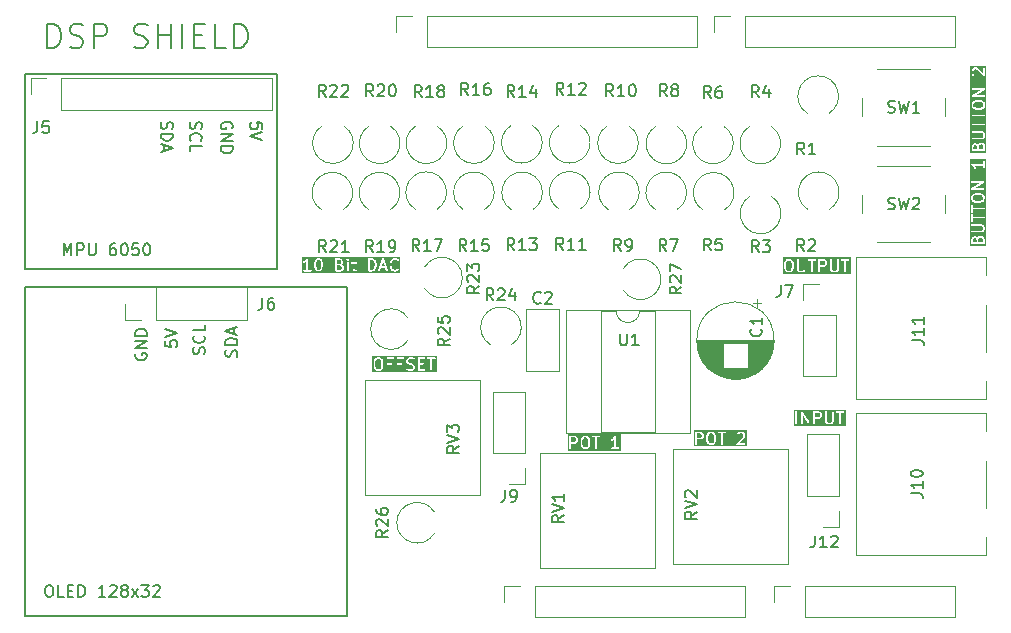
<source format=gbr>
%TF.GenerationSoftware,KiCad,Pcbnew,9.0.2*%
%TF.CreationDate,2026-02-03T17:52:07-07:00*%
%TF.ProjectId,Uno_Shield_DSP_Class_v1,556e6f5f-5368-4696-956c-645f4453505f,rev?*%
%TF.SameCoordinates,Original*%
%TF.FileFunction,Legend,Top*%
%TF.FilePolarity,Positive*%
%FSLAX46Y46*%
G04 Gerber Fmt 4.6, Leading zero omitted, Abs format (unit mm)*
G04 Created by KiCad (PCBNEW 9.0.2) date 2026-02-03 17:52:07*
%MOMM*%
%LPD*%
G01*
G04 APERTURE LIST*
%ADD10C,0.150000*%
%ADD11C,0.120000*%
G04 APERTURE END LIST*
D10*
X86060000Y-70860000D02*
X113360000Y-70860000D01*
X113360000Y-98660000D01*
X86060000Y-98660000D01*
X86060000Y-70860000D01*
X86087000Y-52780000D02*
X107417000Y-52780000D01*
X107417000Y-69320000D01*
X86087000Y-69320000D01*
X86087000Y-52780000D01*
X100064800Y-56864160D02*
X100017180Y-57007017D01*
X100017180Y-57007017D02*
X100017180Y-57245112D01*
X100017180Y-57245112D02*
X100064800Y-57340350D01*
X100064800Y-57340350D02*
X100112419Y-57387969D01*
X100112419Y-57387969D02*
X100207657Y-57435588D01*
X100207657Y-57435588D02*
X100302895Y-57435588D01*
X100302895Y-57435588D02*
X100398133Y-57387969D01*
X100398133Y-57387969D02*
X100445752Y-57340350D01*
X100445752Y-57340350D02*
X100493371Y-57245112D01*
X100493371Y-57245112D02*
X100540990Y-57054636D01*
X100540990Y-57054636D02*
X100588609Y-56959398D01*
X100588609Y-56959398D02*
X100636228Y-56911779D01*
X100636228Y-56911779D02*
X100731466Y-56864160D01*
X100731466Y-56864160D02*
X100826704Y-56864160D01*
X100826704Y-56864160D02*
X100921942Y-56911779D01*
X100921942Y-56911779D02*
X100969561Y-56959398D01*
X100969561Y-56959398D02*
X101017180Y-57054636D01*
X101017180Y-57054636D02*
X101017180Y-57292731D01*
X101017180Y-57292731D02*
X100969561Y-57435588D01*
X100112419Y-58435588D02*
X100064800Y-58387969D01*
X100064800Y-58387969D02*
X100017180Y-58245112D01*
X100017180Y-58245112D02*
X100017180Y-58149874D01*
X100017180Y-58149874D02*
X100064800Y-58007017D01*
X100064800Y-58007017D02*
X100160038Y-57911779D01*
X100160038Y-57911779D02*
X100255276Y-57864160D01*
X100255276Y-57864160D02*
X100445752Y-57816541D01*
X100445752Y-57816541D02*
X100588609Y-57816541D01*
X100588609Y-57816541D02*
X100779085Y-57864160D01*
X100779085Y-57864160D02*
X100874323Y-57911779D01*
X100874323Y-57911779D02*
X100969561Y-58007017D01*
X100969561Y-58007017D02*
X101017180Y-58149874D01*
X101017180Y-58149874D02*
X101017180Y-58245112D01*
X101017180Y-58245112D02*
X100969561Y-58387969D01*
X100969561Y-58387969D02*
X100921942Y-58435588D01*
X100017180Y-59340350D02*
X100017180Y-58864160D01*
X100017180Y-58864160D02*
X101017180Y-58864160D01*
G36*
X166618344Y-58848669D02*
G01*
X166648751Y-58879076D01*
X166683009Y-58947592D01*
X166683009Y-59188220D01*
X166356819Y-59188220D01*
X166356819Y-58947592D01*
X166391077Y-58879076D01*
X166421484Y-58848669D01*
X166490000Y-58814411D01*
X166549828Y-58814411D01*
X166618344Y-58848669D01*
G37*
G36*
X167142153Y-58801050D02*
G01*
X167172561Y-58831457D01*
X167206819Y-58899973D01*
X167206819Y-59188220D01*
X166833009Y-59188220D01*
X166833009Y-58942057D01*
X166871180Y-58827543D01*
X166897674Y-58801050D01*
X166966190Y-58766792D01*
X167073637Y-58766792D01*
X167142153Y-58801050D01*
G37*
G36*
X167100617Y-55188085D02*
G01*
X167172561Y-55260028D01*
X167206819Y-55328544D01*
X167206819Y-55483610D01*
X167172561Y-55552125D01*
X167100617Y-55624068D01*
X166939251Y-55664410D01*
X166624386Y-55664410D01*
X166463019Y-55624068D01*
X166391077Y-55552126D01*
X166356819Y-55483610D01*
X166356819Y-55328544D01*
X166391077Y-55260028D01*
X166463019Y-55188085D01*
X166624386Y-55147744D01*
X166939251Y-55147744D01*
X167100617Y-55188085D01*
G37*
G36*
X167467930Y-59449331D02*
G01*
X166095708Y-59449331D01*
X166095708Y-58929887D01*
X166206819Y-58929887D01*
X166206819Y-59263220D01*
X166208260Y-59277852D01*
X166219459Y-59304888D01*
X166240151Y-59325580D01*
X166267187Y-59336779D01*
X166281819Y-59338220D01*
X167281819Y-59338220D01*
X167296451Y-59336779D01*
X167323487Y-59325580D01*
X167344179Y-59304888D01*
X167355378Y-59277852D01*
X167356819Y-59263220D01*
X167356819Y-58882268D01*
X167355378Y-58867636D01*
X167354347Y-58865147D01*
X167354156Y-58862458D01*
X167348901Y-58848727D01*
X167301282Y-58753489D01*
X167297317Y-58747189D01*
X167296560Y-58745362D01*
X167294872Y-58743305D01*
X167293450Y-58741046D01*
X167291950Y-58739745D01*
X167287232Y-58733996D01*
X167239612Y-58686377D01*
X167233863Y-58681659D01*
X167232564Y-58680161D01*
X167230305Y-58678739D01*
X167228247Y-58677050D01*
X167226417Y-58676292D01*
X167220121Y-58672329D01*
X167124883Y-58624710D01*
X167111151Y-58619455D01*
X167108463Y-58619264D01*
X167105974Y-58618233D01*
X167091342Y-58616792D01*
X166948485Y-58616792D01*
X166933853Y-58618233D01*
X166931364Y-58619263D01*
X166928675Y-58619455D01*
X166914944Y-58624710D01*
X166819706Y-58672329D01*
X166813406Y-58676293D01*
X166811579Y-58677051D01*
X166809522Y-58678739D01*
X166807263Y-58680161D01*
X166805963Y-58681659D01*
X166800214Y-58686378D01*
X166752595Y-58733997D01*
X166743268Y-58745362D01*
X166742236Y-58747852D01*
X166740471Y-58749888D01*
X166737762Y-58755955D01*
X166715804Y-58733997D01*
X166710054Y-58729278D01*
X166708755Y-58727780D01*
X166706495Y-58726358D01*
X166704439Y-58724670D01*
X166702611Y-58723912D01*
X166696312Y-58719948D01*
X166601074Y-58672329D01*
X166587342Y-58667074D01*
X166584654Y-58666883D01*
X166582165Y-58665852D01*
X166567533Y-58664411D01*
X166472295Y-58664411D01*
X166457663Y-58665852D01*
X166455174Y-58666882D01*
X166452485Y-58667074D01*
X166438754Y-58672329D01*
X166343516Y-58719948D01*
X166337216Y-58723912D01*
X166335389Y-58724670D01*
X166333332Y-58726358D01*
X166331073Y-58727780D01*
X166329773Y-58729278D01*
X166324024Y-58733997D01*
X166276405Y-58781616D01*
X166271686Y-58787365D01*
X166270188Y-58788665D01*
X166268766Y-58790924D01*
X166267078Y-58792981D01*
X166266320Y-58794808D01*
X166262356Y-58801108D01*
X166214737Y-58896346D01*
X166209482Y-58910078D01*
X166209291Y-58912765D01*
X166208260Y-58915255D01*
X166206819Y-58929887D01*
X166095708Y-58929887D01*
X166095708Y-57677160D01*
X166208260Y-57677160D01*
X166208260Y-57706424D01*
X166219459Y-57733460D01*
X166240151Y-57754152D01*
X166267187Y-57765351D01*
X166281819Y-57766792D01*
X167073637Y-57766792D01*
X167142153Y-57801050D01*
X167172561Y-57831457D01*
X167206819Y-57899973D01*
X167206819Y-58055039D01*
X167172561Y-58123554D01*
X167142153Y-58153961D01*
X167073637Y-58188220D01*
X166281819Y-58188220D01*
X166267187Y-58189661D01*
X166240151Y-58200860D01*
X166219459Y-58221552D01*
X166208260Y-58248588D01*
X166208260Y-58277852D01*
X166219459Y-58304888D01*
X166240151Y-58325580D01*
X166267187Y-58336779D01*
X166281819Y-58338220D01*
X167091342Y-58338220D01*
X167105974Y-58336779D01*
X167108463Y-58335747D01*
X167111151Y-58335557D01*
X167124883Y-58330302D01*
X167220121Y-58282683D01*
X167226417Y-58278719D01*
X167228247Y-58277962D01*
X167230305Y-58276272D01*
X167232564Y-58274851D01*
X167233863Y-58273352D01*
X167239612Y-58268635D01*
X167287232Y-58221016D01*
X167291950Y-58215266D01*
X167293450Y-58213966D01*
X167294872Y-58211706D01*
X167296560Y-58209650D01*
X167297317Y-58207822D01*
X167301282Y-58201523D01*
X167348901Y-58106285D01*
X167354156Y-58092554D01*
X167354347Y-58089864D01*
X167355378Y-58087376D01*
X167356819Y-58072744D01*
X167356819Y-57882268D01*
X167355378Y-57867636D01*
X167354347Y-57865147D01*
X167354156Y-57862458D01*
X167348901Y-57848727D01*
X167301282Y-57753489D01*
X167297317Y-57747189D01*
X167296560Y-57745362D01*
X167294872Y-57743305D01*
X167293450Y-57741046D01*
X167291950Y-57739745D01*
X167287232Y-57733996D01*
X167239612Y-57686377D01*
X167233863Y-57681659D01*
X167232564Y-57680161D01*
X167230305Y-57678739D01*
X167228247Y-57677050D01*
X167226417Y-57676292D01*
X167220121Y-57672329D01*
X167124883Y-57624710D01*
X167111151Y-57619455D01*
X167108463Y-57619264D01*
X167105974Y-57618233D01*
X167091342Y-57616792D01*
X166281819Y-57616792D01*
X166267187Y-57618233D01*
X166240151Y-57629432D01*
X166219459Y-57650124D01*
X166208260Y-57677160D01*
X166095708Y-57677160D01*
X166095708Y-56787030D01*
X166206819Y-56787030D01*
X166206819Y-57358458D01*
X166208260Y-57373090D01*
X166219459Y-57400126D01*
X166240151Y-57420818D01*
X166267187Y-57432017D01*
X166296451Y-57432017D01*
X166323487Y-57420818D01*
X166344179Y-57400126D01*
X166355378Y-57373090D01*
X166356819Y-57358458D01*
X166356819Y-57147744D01*
X167281819Y-57147744D01*
X167296451Y-57146303D01*
X167323487Y-57135104D01*
X167344179Y-57114412D01*
X167355378Y-57087376D01*
X167355378Y-57058112D01*
X167344179Y-57031076D01*
X167323487Y-57010384D01*
X167296451Y-56999185D01*
X167281819Y-56997744D01*
X166356819Y-56997744D01*
X166356819Y-56787030D01*
X166355378Y-56772398D01*
X166344179Y-56745362D01*
X166323487Y-56724670D01*
X166296451Y-56713471D01*
X166267187Y-56713471D01*
X166240151Y-56724670D01*
X166219459Y-56745362D01*
X166208260Y-56772398D01*
X166206819Y-56787030D01*
X166095708Y-56787030D01*
X166095708Y-56025125D01*
X166206819Y-56025125D01*
X166206819Y-56596553D01*
X166208260Y-56611185D01*
X166219459Y-56638221D01*
X166240151Y-56658913D01*
X166267187Y-56670112D01*
X166296451Y-56670112D01*
X166323487Y-56658913D01*
X166344179Y-56638221D01*
X166355378Y-56611185D01*
X166356819Y-56596553D01*
X166356819Y-56385839D01*
X167281819Y-56385839D01*
X167296451Y-56384398D01*
X167323487Y-56373199D01*
X167344179Y-56352507D01*
X167355378Y-56325471D01*
X167355378Y-56296207D01*
X167344179Y-56269171D01*
X167323487Y-56248479D01*
X167296451Y-56237280D01*
X167281819Y-56235839D01*
X166356819Y-56235839D01*
X166356819Y-56025125D01*
X166355378Y-56010493D01*
X166344179Y-55983457D01*
X166323487Y-55962765D01*
X166296451Y-55951566D01*
X166267187Y-55951566D01*
X166240151Y-55962765D01*
X166219459Y-55983457D01*
X166208260Y-56010493D01*
X166206819Y-56025125D01*
X166095708Y-56025125D01*
X166095708Y-55310839D01*
X166206819Y-55310839D01*
X166206819Y-55501315D01*
X166208260Y-55515947D01*
X166209291Y-55518436D01*
X166209482Y-55521124D01*
X166214737Y-55534856D01*
X166262356Y-55630094D01*
X166266320Y-55636393D01*
X166267078Y-55638221D01*
X166268766Y-55640277D01*
X166270188Y-55642537D01*
X166271686Y-55643836D01*
X166276405Y-55649586D01*
X166371643Y-55744824D01*
X166383008Y-55754152D01*
X166388161Y-55756286D01*
X166392640Y-55759605D01*
X166406486Y-55764552D01*
X166596962Y-55812171D01*
X166599498Y-55812546D01*
X166600520Y-55812969D01*
X166606032Y-55813511D01*
X166611506Y-55814321D01*
X166612598Y-55814158D01*
X166615152Y-55814410D01*
X166948485Y-55814410D01*
X166951038Y-55814158D01*
X166952131Y-55814321D01*
X166957604Y-55813511D01*
X166963117Y-55812969D01*
X166964138Y-55812546D01*
X166966675Y-55812171D01*
X167157151Y-55764552D01*
X167170997Y-55759605D01*
X167175476Y-55756285D01*
X167180628Y-55754152D01*
X167191994Y-55744824D01*
X167287233Y-55649586D01*
X167291953Y-55643835D01*
X167293450Y-55642537D01*
X167294869Y-55640282D01*
X167296561Y-55638221D01*
X167297319Y-55636388D01*
X167301282Y-55630094D01*
X167348901Y-55534856D01*
X167354156Y-55521125D01*
X167354347Y-55518435D01*
X167355378Y-55515947D01*
X167356819Y-55501315D01*
X167356819Y-55310839D01*
X167355378Y-55296207D01*
X167354347Y-55293718D01*
X167354156Y-55291029D01*
X167348901Y-55277298D01*
X167301282Y-55182060D01*
X167297319Y-55175765D01*
X167296561Y-55173933D01*
X167294869Y-55171871D01*
X167293450Y-55169617D01*
X167291953Y-55168318D01*
X167287233Y-55162568D01*
X167191994Y-55067330D01*
X167180628Y-55058002D01*
X167175476Y-55055868D01*
X167170997Y-55052549D01*
X167157151Y-55047602D01*
X166966675Y-54999983D01*
X166964138Y-54999607D01*
X166963117Y-54999185D01*
X166957604Y-54998642D01*
X166952131Y-54997833D01*
X166951038Y-54997995D01*
X166948485Y-54997744D01*
X166615152Y-54997744D01*
X166612598Y-54997995D01*
X166611506Y-54997833D01*
X166606032Y-54998642D01*
X166600520Y-54999185D01*
X166599498Y-54999607D01*
X166596962Y-54999983D01*
X166406486Y-55047602D01*
X166392640Y-55052549D01*
X166388161Y-55055867D01*
X166383008Y-55058002D01*
X166371643Y-55067330D01*
X166276405Y-55162568D01*
X166271686Y-55168317D01*
X166270188Y-55169617D01*
X166268766Y-55171876D01*
X166267078Y-55173933D01*
X166266320Y-55175760D01*
X166262356Y-55182060D01*
X166214737Y-55277298D01*
X166209482Y-55291030D01*
X166209291Y-55293717D01*
X166208260Y-55296207D01*
X166206819Y-55310839D01*
X166095708Y-55310839D01*
X166095708Y-54638933D01*
X166207002Y-54638933D01*
X166208260Y-54648829D01*
X166208260Y-54658804D01*
X166210089Y-54663219D01*
X166210692Y-54667963D01*
X166215642Y-54676627D01*
X166219459Y-54685840D01*
X166222837Y-54689218D01*
X166225211Y-54693372D01*
X166233100Y-54699481D01*
X166240151Y-54706532D01*
X166244567Y-54708361D01*
X166248348Y-54711289D01*
X166257971Y-54713913D01*
X166267187Y-54717731D01*
X166274669Y-54718467D01*
X166276580Y-54718989D01*
X166278055Y-54718801D01*
X166281819Y-54719172D01*
X167281819Y-54719172D01*
X167296451Y-54717731D01*
X167323487Y-54706532D01*
X167344179Y-54685840D01*
X167355378Y-54658804D01*
X167355378Y-54629540D01*
X167344179Y-54602504D01*
X167323487Y-54581812D01*
X167296451Y-54570613D01*
X167281819Y-54569172D01*
X166564236Y-54569172D01*
X167319030Y-54137862D01*
X167322114Y-54135672D01*
X167323487Y-54135104D01*
X167324884Y-54133706D01*
X167331019Y-54129352D01*
X167337127Y-54121463D01*
X167344179Y-54114412D01*
X167346009Y-54109993D01*
X167348936Y-54106214D01*
X167351560Y-54096592D01*
X167355378Y-54087376D01*
X167355378Y-54082595D01*
X167356636Y-54077983D01*
X167355378Y-54068086D01*
X167355378Y-54058112D01*
X167353548Y-54053696D01*
X167352946Y-54048953D01*
X167347995Y-54040288D01*
X167344179Y-54031076D01*
X167340800Y-54027697D01*
X167338427Y-54023544D01*
X167330537Y-54017434D01*
X167323487Y-54010384D01*
X167319070Y-54008554D01*
X167315290Y-54005627D01*
X167305666Y-54003002D01*
X167296451Y-53999185D01*
X167288968Y-53998448D01*
X167287058Y-53997927D01*
X167285582Y-53998114D01*
X167281819Y-53997744D01*
X166281819Y-53997744D01*
X166267187Y-53999185D01*
X166240151Y-54010384D01*
X166219459Y-54031076D01*
X166208260Y-54058112D01*
X166208260Y-54087376D01*
X166219459Y-54114412D01*
X166240151Y-54135104D01*
X166267187Y-54146303D01*
X166281819Y-54147744D01*
X166999402Y-54147744D01*
X166244609Y-54579054D01*
X166241525Y-54581242D01*
X166240151Y-54581812D01*
X166238751Y-54583211D01*
X166232619Y-54587564D01*
X166226509Y-54595453D01*
X166219459Y-54602504D01*
X166217629Y-54606920D01*
X166214702Y-54610701D01*
X166212077Y-54620324D01*
X166208260Y-54629540D01*
X166208260Y-54634320D01*
X166207002Y-54638933D01*
X166095708Y-54638933D01*
X166095708Y-52501315D01*
X166206819Y-52501315D01*
X166206819Y-52739410D01*
X166208260Y-52754042D01*
X166209291Y-52756531D01*
X166209482Y-52759219D01*
X166214737Y-52772951D01*
X166262356Y-52868189D01*
X166266320Y-52874488D01*
X166267078Y-52876316D01*
X166268766Y-52878372D01*
X166270188Y-52880632D01*
X166271686Y-52881931D01*
X166276405Y-52887681D01*
X166324024Y-52935300D01*
X166335389Y-52944627D01*
X166362425Y-52955826D01*
X166391688Y-52955826D01*
X166418724Y-52944627D01*
X166439417Y-52923934D01*
X166450616Y-52896898D01*
X166450616Y-52867635D01*
X166439417Y-52840599D01*
X166430090Y-52829234D01*
X166391077Y-52790221D01*
X166356819Y-52721705D01*
X166356819Y-52519020D01*
X166391077Y-52450504D01*
X166421484Y-52420097D01*
X166490000Y-52385839D01*
X166555363Y-52385839D01*
X166669876Y-52424010D01*
X167228786Y-52982919D01*
X167240151Y-52992247D01*
X167259268Y-53000165D01*
X167267187Y-53003445D01*
X167267188Y-53003445D01*
X167296451Y-53003445D01*
X167323487Y-52992246D01*
X167344180Y-52971554D01*
X167352098Y-52952436D01*
X167355378Y-52944518D01*
X167356819Y-52929886D01*
X167356819Y-52310839D01*
X167355378Y-52296207D01*
X167344179Y-52269171D01*
X167323487Y-52248479D01*
X167296451Y-52237280D01*
X167267187Y-52237280D01*
X167240151Y-52248479D01*
X167219459Y-52269171D01*
X167208260Y-52296207D01*
X167206819Y-52310839D01*
X167206819Y-52748820D01*
X166763423Y-52305425D01*
X166752058Y-52296098D01*
X166749567Y-52295066D01*
X166747532Y-52293301D01*
X166734107Y-52287307D01*
X166591250Y-52239688D01*
X166583996Y-52238038D01*
X166582165Y-52237280D01*
X166579510Y-52237018D01*
X166576913Y-52236428D01*
X166574938Y-52236568D01*
X166567533Y-52235839D01*
X166472295Y-52235839D01*
X166457663Y-52237280D01*
X166455174Y-52238310D01*
X166452485Y-52238502D01*
X166438754Y-52243757D01*
X166343516Y-52291376D01*
X166337216Y-52295340D01*
X166335389Y-52296098D01*
X166333332Y-52297786D01*
X166331073Y-52299208D01*
X166329773Y-52300706D01*
X166324024Y-52305425D01*
X166276405Y-52353044D01*
X166271686Y-52358793D01*
X166270188Y-52360093D01*
X166268766Y-52362352D01*
X166267078Y-52364409D01*
X166266320Y-52366236D01*
X166262356Y-52372536D01*
X166214737Y-52467774D01*
X166209482Y-52481506D01*
X166209291Y-52484193D01*
X166208260Y-52486683D01*
X166206819Y-52501315D01*
X166095708Y-52501315D01*
X166095708Y-52124728D01*
X167467930Y-52124728D01*
X167467930Y-59449331D01*
G37*
X103594561Y-57410588D02*
X103642180Y-57315350D01*
X103642180Y-57315350D02*
X103642180Y-57172493D01*
X103642180Y-57172493D02*
X103594561Y-57029636D01*
X103594561Y-57029636D02*
X103499323Y-56934398D01*
X103499323Y-56934398D02*
X103404085Y-56886779D01*
X103404085Y-56886779D02*
X103213609Y-56839160D01*
X103213609Y-56839160D02*
X103070752Y-56839160D01*
X103070752Y-56839160D02*
X102880276Y-56886779D01*
X102880276Y-56886779D02*
X102785038Y-56934398D01*
X102785038Y-56934398D02*
X102689800Y-57029636D01*
X102689800Y-57029636D02*
X102642180Y-57172493D01*
X102642180Y-57172493D02*
X102642180Y-57267731D01*
X102642180Y-57267731D02*
X102689800Y-57410588D01*
X102689800Y-57410588D02*
X102737419Y-57458207D01*
X102737419Y-57458207D02*
X103070752Y-57458207D01*
X103070752Y-57458207D02*
X103070752Y-57267731D01*
X102642180Y-57886779D02*
X103642180Y-57886779D01*
X103642180Y-57886779D02*
X102642180Y-58458207D01*
X102642180Y-58458207D02*
X103642180Y-58458207D01*
X102642180Y-58934398D02*
X103642180Y-58934398D01*
X103642180Y-58934398D02*
X103642180Y-59172493D01*
X103642180Y-59172493D02*
X103594561Y-59315350D01*
X103594561Y-59315350D02*
X103499323Y-59410588D01*
X103499323Y-59410588D02*
X103404085Y-59458207D01*
X103404085Y-59458207D02*
X103213609Y-59505826D01*
X103213609Y-59505826D02*
X103070752Y-59505826D01*
X103070752Y-59505826D02*
X102880276Y-59458207D01*
X102880276Y-59458207D02*
X102785038Y-59410588D01*
X102785038Y-59410588D02*
X102689800Y-59315350D01*
X102689800Y-59315350D02*
X102642180Y-59172493D01*
X102642180Y-59172493D02*
X102642180Y-58934398D01*
X87961874Y-50572438D02*
X87961874Y-48572438D01*
X87961874Y-48572438D02*
X88438064Y-48572438D01*
X88438064Y-48572438D02*
X88723779Y-48667676D01*
X88723779Y-48667676D02*
X88914255Y-48858152D01*
X88914255Y-48858152D02*
X89009493Y-49048628D01*
X89009493Y-49048628D02*
X89104731Y-49429580D01*
X89104731Y-49429580D02*
X89104731Y-49715295D01*
X89104731Y-49715295D02*
X89009493Y-50096247D01*
X89009493Y-50096247D02*
X88914255Y-50286723D01*
X88914255Y-50286723D02*
X88723779Y-50477200D01*
X88723779Y-50477200D02*
X88438064Y-50572438D01*
X88438064Y-50572438D02*
X87961874Y-50572438D01*
X89866636Y-50477200D02*
X90152350Y-50572438D01*
X90152350Y-50572438D02*
X90628541Y-50572438D01*
X90628541Y-50572438D02*
X90819017Y-50477200D01*
X90819017Y-50477200D02*
X90914255Y-50381961D01*
X90914255Y-50381961D02*
X91009493Y-50191485D01*
X91009493Y-50191485D02*
X91009493Y-50001009D01*
X91009493Y-50001009D02*
X90914255Y-49810533D01*
X90914255Y-49810533D02*
X90819017Y-49715295D01*
X90819017Y-49715295D02*
X90628541Y-49620057D01*
X90628541Y-49620057D02*
X90247588Y-49524819D01*
X90247588Y-49524819D02*
X90057112Y-49429580D01*
X90057112Y-49429580D02*
X89961874Y-49334342D01*
X89961874Y-49334342D02*
X89866636Y-49143866D01*
X89866636Y-49143866D02*
X89866636Y-48953390D01*
X89866636Y-48953390D02*
X89961874Y-48762914D01*
X89961874Y-48762914D02*
X90057112Y-48667676D01*
X90057112Y-48667676D02*
X90247588Y-48572438D01*
X90247588Y-48572438D02*
X90723779Y-48572438D01*
X90723779Y-48572438D02*
X91009493Y-48667676D01*
X91866636Y-50572438D02*
X91866636Y-48572438D01*
X91866636Y-48572438D02*
X92628541Y-48572438D01*
X92628541Y-48572438D02*
X92819017Y-48667676D01*
X92819017Y-48667676D02*
X92914255Y-48762914D01*
X92914255Y-48762914D02*
X93009493Y-48953390D01*
X93009493Y-48953390D02*
X93009493Y-49239104D01*
X93009493Y-49239104D02*
X92914255Y-49429580D01*
X92914255Y-49429580D02*
X92819017Y-49524819D01*
X92819017Y-49524819D02*
X92628541Y-49620057D01*
X92628541Y-49620057D02*
X91866636Y-49620057D01*
X95295208Y-50477200D02*
X95580922Y-50572438D01*
X95580922Y-50572438D02*
X96057113Y-50572438D01*
X96057113Y-50572438D02*
X96247589Y-50477200D01*
X96247589Y-50477200D02*
X96342827Y-50381961D01*
X96342827Y-50381961D02*
X96438065Y-50191485D01*
X96438065Y-50191485D02*
X96438065Y-50001009D01*
X96438065Y-50001009D02*
X96342827Y-49810533D01*
X96342827Y-49810533D02*
X96247589Y-49715295D01*
X96247589Y-49715295D02*
X96057113Y-49620057D01*
X96057113Y-49620057D02*
X95676160Y-49524819D01*
X95676160Y-49524819D02*
X95485684Y-49429580D01*
X95485684Y-49429580D02*
X95390446Y-49334342D01*
X95390446Y-49334342D02*
X95295208Y-49143866D01*
X95295208Y-49143866D02*
X95295208Y-48953390D01*
X95295208Y-48953390D02*
X95390446Y-48762914D01*
X95390446Y-48762914D02*
X95485684Y-48667676D01*
X95485684Y-48667676D02*
X95676160Y-48572438D01*
X95676160Y-48572438D02*
X96152351Y-48572438D01*
X96152351Y-48572438D02*
X96438065Y-48667676D01*
X97295208Y-50572438D02*
X97295208Y-48572438D01*
X97295208Y-49524819D02*
X98438065Y-49524819D01*
X98438065Y-50572438D02*
X98438065Y-48572438D01*
X99390446Y-50572438D02*
X99390446Y-48572438D01*
X100342827Y-49524819D02*
X101009494Y-49524819D01*
X101295208Y-50572438D02*
X100342827Y-50572438D01*
X100342827Y-50572438D02*
X100342827Y-48572438D01*
X100342827Y-48572438D02*
X101295208Y-48572438D01*
X103104732Y-50572438D02*
X102152351Y-50572438D01*
X102152351Y-50572438D02*
X102152351Y-48572438D01*
X103771399Y-50572438D02*
X103771399Y-48572438D01*
X103771399Y-48572438D02*
X104247589Y-48572438D01*
X104247589Y-48572438D02*
X104533304Y-48667676D01*
X104533304Y-48667676D02*
X104723780Y-48858152D01*
X104723780Y-48858152D02*
X104819018Y-49048628D01*
X104819018Y-49048628D02*
X104914256Y-49429580D01*
X104914256Y-49429580D02*
X104914256Y-49715295D01*
X104914256Y-49715295D02*
X104819018Y-50096247D01*
X104819018Y-50096247D02*
X104723780Y-50286723D01*
X104723780Y-50286723D02*
X104533304Y-50477200D01*
X104533304Y-50477200D02*
X104247589Y-50572438D01*
X104247589Y-50572438D02*
X103771399Y-50572438D01*
G36*
X166568344Y-66723669D02*
G01*
X166598751Y-66754076D01*
X166633009Y-66822592D01*
X166633009Y-67063220D01*
X166306819Y-67063220D01*
X166306819Y-66822592D01*
X166341077Y-66754076D01*
X166371484Y-66723669D01*
X166440000Y-66689411D01*
X166499828Y-66689411D01*
X166568344Y-66723669D01*
G37*
G36*
X167092153Y-66676050D02*
G01*
X167122561Y-66706457D01*
X167156819Y-66774973D01*
X167156819Y-67063220D01*
X166783009Y-67063220D01*
X166783009Y-66817057D01*
X166821180Y-66702543D01*
X166847674Y-66676050D01*
X166916190Y-66641792D01*
X167023637Y-66641792D01*
X167092153Y-66676050D01*
G37*
G36*
X167050617Y-63063085D02*
G01*
X167122561Y-63135028D01*
X167156819Y-63203544D01*
X167156819Y-63358610D01*
X167122561Y-63427125D01*
X167050617Y-63499068D01*
X166889251Y-63539410D01*
X166574386Y-63539410D01*
X166413019Y-63499068D01*
X166341077Y-63427126D01*
X166306819Y-63358610D01*
X166306819Y-63203544D01*
X166341077Y-63135028D01*
X166413019Y-63063085D01*
X166574386Y-63022744D01*
X166889251Y-63022744D01*
X167050617Y-63063085D01*
G37*
G36*
X167417930Y-67324331D02*
G01*
X166045708Y-67324331D01*
X166045708Y-66804887D01*
X166156819Y-66804887D01*
X166156819Y-67138220D01*
X166158260Y-67152852D01*
X166169459Y-67179888D01*
X166190151Y-67200580D01*
X166217187Y-67211779D01*
X166231819Y-67213220D01*
X167231819Y-67213220D01*
X167246451Y-67211779D01*
X167273487Y-67200580D01*
X167294179Y-67179888D01*
X167305378Y-67152852D01*
X167306819Y-67138220D01*
X167306819Y-66757268D01*
X167305378Y-66742636D01*
X167304347Y-66740147D01*
X167304156Y-66737458D01*
X167298901Y-66723727D01*
X167251282Y-66628489D01*
X167247317Y-66622189D01*
X167246560Y-66620362D01*
X167244872Y-66618305D01*
X167243450Y-66616046D01*
X167241950Y-66614745D01*
X167237232Y-66608996D01*
X167189612Y-66561377D01*
X167183863Y-66556659D01*
X167182564Y-66555161D01*
X167180305Y-66553739D01*
X167178247Y-66552050D01*
X167176417Y-66551292D01*
X167170121Y-66547329D01*
X167074883Y-66499710D01*
X167061151Y-66494455D01*
X167058463Y-66494264D01*
X167055974Y-66493233D01*
X167041342Y-66491792D01*
X166898485Y-66491792D01*
X166883853Y-66493233D01*
X166881364Y-66494263D01*
X166878675Y-66494455D01*
X166864944Y-66499710D01*
X166769706Y-66547329D01*
X166763406Y-66551293D01*
X166761579Y-66552051D01*
X166759522Y-66553739D01*
X166757263Y-66555161D01*
X166755963Y-66556659D01*
X166750214Y-66561378D01*
X166702595Y-66608997D01*
X166693268Y-66620362D01*
X166692236Y-66622852D01*
X166690471Y-66624888D01*
X166687762Y-66630955D01*
X166665804Y-66608997D01*
X166660054Y-66604278D01*
X166658755Y-66602780D01*
X166656495Y-66601358D01*
X166654439Y-66599670D01*
X166652611Y-66598912D01*
X166646312Y-66594948D01*
X166551074Y-66547329D01*
X166537342Y-66542074D01*
X166534654Y-66541883D01*
X166532165Y-66540852D01*
X166517533Y-66539411D01*
X166422295Y-66539411D01*
X166407663Y-66540852D01*
X166405174Y-66541882D01*
X166402485Y-66542074D01*
X166388754Y-66547329D01*
X166293516Y-66594948D01*
X166287216Y-66598912D01*
X166285389Y-66599670D01*
X166283332Y-66601358D01*
X166281073Y-66602780D01*
X166279773Y-66604278D01*
X166274024Y-66608997D01*
X166226405Y-66656616D01*
X166221686Y-66662365D01*
X166220188Y-66663665D01*
X166218766Y-66665924D01*
X166217078Y-66667981D01*
X166216320Y-66669808D01*
X166212356Y-66676108D01*
X166164737Y-66771346D01*
X166159482Y-66785078D01*
X166159291Y-66787765D01*
X166158260Y-66790255D01*
X166156819Y-66804887D01*
X166045708Y-66804887D01*
X166045708Y-65552160D01*
X166158260Y-65552160D01*
X166158260Y-65581424D01*
X166169459Y-65608460D01*
X166190151Y-65629152D01*
X166217187Y-65640351D01*
X166231819Y-65641792D01*
X167023637Y-65641792D01*
X167092153Y-65676050D01*
X167122561Y-65706457D01*
X167156819Y-65774973D01*
X167156819Y-65930039D01*
X167122561Y-65998554D01*
X167092153Y-66028961D01*
X167023637Y-66063220D01*
X166231819Y-66063220D01*
X166217187Y-66064661D01*
X166190151Y-66075860D01*
X166169459Y-66096552D01*
X166158260Y-66123588D01*
X166158260Y-66152852D01*
X166169459Y-66179888D01*
X166190151Y-66200580D01*
X166217187Y-66211779D01*
X166231819Y-66213220D01*
X167041342Y-66213220D01*
X167055974Y-66211779D01*
X167058463Y-66210747D01*
X167061151Y-66210557D01*
X167074883Y-66205302D01*
X167170121Y-66157683D01*
X167176417Y-66153719D01*
X167178247Y-66152962D01*
X167180305Y-66151272D01*
X167182564Y-66149851D01*
X167183863Y-66148352D01*
X167189612Y-66143635D01*
X167237232Y-66096016D01*
X167241950Y-66090266D01*
X167243450Y-66088966D01*
X167244872Y-66086706D01*
X167246560Y-66084650D01*
X167247317Y-66082822D01*
X167251282Y-66076523D01*
X167298901Y-65981285D01*
X167304156Y-65967554D01*
X167304347Y-65964864D01*
X167305378Y-65962376D01*
X167306819Y-65947744D01*
X167306819Y-65757268D01*
X167305378Y-65742636D01*
X167304347Y-65740147D01*
X167304156Y-65737458D01*
X167298901Y-65723727D01*
X167251282Y-65628489D01*
X167247317Y-65622189D01*
X167246560Y-65620362D01*
X167244872Y-65618305D01*
X167243450Y-65616046D01*
X167241950Y-65614745D01*
X167237232Y-65608996D01*
X167189612Y-65561377D01*
X167183863Y-65556659D01*
X167182564Y-65555161D01*
X167180305Y-65553739D01*
X167178247Y-65552050D01*
X167176417Y-65551292D01*
X167170121Y-65547329D01*
X167074883Y-65499710D01*
X167061151Y-65494455D01*
X167058463Y-65494264D01*
X167055974Y-65493233D01*
X167041342Y-65491792D01*
X166231819Y-65491792D01*
X166217187Y-65493233D01*
X166190151Y-65504432D01*
X166169459Y-65525124D01*
X166158260Y-65552160D01*
X166045708Y-65552160D01*
X166045708Y-64662030D01*
X166156819Y-64662030D01*
X166156819Y-65233458D01*
X166158260Y-65248090D01*
X166169459Y-65275126D01*
X166190151Y-65295818D01*
X166217187Y-65307017D01*
X166246451Y-65307017D01*
X166273487Y-65295818D01*
X166294179Y-65275126D01*
X166305378Y-65248090D01*
X166306819Y-65233458D01*
X166306819Y-65022744D01*
X167231819Y-65022744D01*
X167246451Y-65021303D01*
X167273487Y-65010104D01*
X167294179Y-64989412D01*
X167305378Y-64962376D01*
X167305378Y-64933112D01*
X167294179Y-64906076D01*
X167273487Y-64885384D01*
X167246451Y-64874185D01*
X167231819Y-64872744D01*
X166306819Y-64872744D01*
X166306819Y-64662030D01*
X166305378Y-64647398D01*
X166294179Y-64620362D01*
X166273487Y-64599670D01*
X166246451Y-64588471D01*
X166217187Y-64588471D01*
X166190151Y-64599670D01*
X166169459Y-64620362D01*
X166158260Y-64647398D01*
X166156819Y-64662030D01*
X166045708Y-64662030D01*
X166045708Y-63900125D01*
X166156819Y-63900125D01*
X166156819Y-64471553D01*
X166158260Y-64486185D01*
X166169459Y-64513221D01*
X166190151Y-64533913D01*
X166217187Y-64545112D01*
X166246451Y-64545112D01*
X166273487Y-64533913D01*
X166294179Y-64513221D01*
X166305378Y-64486185D01*
X166306819Y-64471553D01*
X166306819Y-64260839D01*
X167231819Y-64260839D01*
X167246451Y-64259398D01*
X167273487Y-64248199D01*
X167294179Y-64227507D01*
X167305378Y-64200471D01*
X167305378Y-64171207D01*
X167294179Y-64144171D01*
X167273487Y-64123479D01*
X167246451Y-64112280D01*
X167231819Y-64110839D01*
X166306819Y-64110839D01*
X166306819Y-63900125D01*
X166305378Y-63885493D01*
X166294179Y-63858457D01*
X166273487Y-63837765D01*
X166246451Y-63826566D01*
X166217187Y-63826566D01*
X166190151Y-63837765D01*
X166169459Y-63858457D01*
X166158260Y-63885493D01*
X166156819Y-63900125D01*
X166045708Y-63900125D01*
X166045708Y-63185839D01*
X166156819Y-63185839D01*
X166156819Y-63376315D01*
X166158260Y-63390947D01*
X166159291Y-63393436D01*
X166159482Y-63396124D01*
X166164737Y-63409856D01*
X166212356Y-63505094D01*
X166216320Y-63511393D01*
X166217078Y-63513221D01*
X166218766Y-63515277D01*
X166220188Y-63517537D01*
X166221686Y-63518836D01*
X166226405Y-63524586D01*
X166321643Y-63619824D01*
X166333008Y-63629152D01*
X166338161Y-63631286D01*
X166342640Y-63634605D01*
X166356486Y-63639552D01*
X166546962Y-63687171D01*
X166549498Y-63687546D01*
X166550520Y-63687969D01*
X166556032Y-63688511D01*
X166561506Y-63689321D01*
X166562598Y-63689158D01*
X166565152Y-63689410D01*
X166898485Y-63689410D01*
X166901038Y-63689158D01*
X166902131Y-63689321D01*
X166907604Y-63688511D01*
X166913117Y-63687969D01*
X166914138Y-63687546D01*
X166916675Y-63687171D01*
X167107151Y-63639552D01*
X167120997Y-63634605D01*
X167125476Y-63631285D01*
X167130628Y-63629152D01*
X167141994Y-63619824D01*
X167237233Y-63524586D01*
X167241953Y-63518835D01*
X167243450Y-63517537D01*
X167244869Y-63515282D01*
X167246561Y-63513221D01*
X167247319Y-63511388D01*
X167251282Y-63505094D01*
X167298901Y-63409856D01*
X167304156Y-63396125D01*
X167304347Y-63393435D01*
X167305378Y-63390947D01*
X167306819Y-63376315D01*
X167306819Y-63185839D01*
X167305378Y-63171207D01*
X167304347Y-63168718D01*
X167304156Y-63166029D01*
X167298901Y-63152298D01*
X167251282Y-63057060D01*
X167247319Y-63050765D01*
X167246561Y-63048933D01*
X167244869Y-63046871D01*
X167243450Y-63044617D01*
X167241953Y-63043318D01*
X167237233Y-63037568D01*
X167141994Y-62942330D01*
X167130628Y-62933002D01*
X167125476Y-62930868D01*
X167120997Y-62927549D01*
X167107151Y-62922602D01*
X166916675Y-62874983D01*
X166914138Y-62874607D01*
X166913117Y-62874185D01*
X166907604Y-62873642D01*
X166902131Y-62872833D01*
X166901038Y-62872995D01*
X166898485Y-62872744D01*
X166565152Y-62872744D01*
X166562598Y-62872995D01*
X166561506Y-62872833D01*
X166556032Y-62873642D01*
X166550520Y-62874185D01*
X166549498Y-62874607D01*
X166546962Y-62874983D01*
X166356486Y-62922602D01*
X166342640Y-62927549D01*
X166338161Y-62930867D01*
X166333008Y-62933002D01*
X166321643Y-62942330D01*
X166226405Y-63037568D01*
X166221686Y-63043317D01*
X166220188Y-63044617D01*
X166218766Y-63046876D01*
X166217078Y-63048933D01*
X166216320Y-63050760D01*
X166212356Y-63057060D01*
X166164737Y-63152298D01*
X166159482Y-63166030D01*
X166159291Y-63168717D01*
X166158260Y-63171207D01*
X166156819Y-63185839D01*
X166045708Y-63185839D01*
X166045708Y-62513933D01*
X166157002Y-62513933D01*
X166158260Y-62523829D01*
X166158260Y-62533804D01*
X166160089Y-62538219D01*
X166160692Y-62542963D01*
X166165642Y-62551627D01*
X166169459Y-62560840D01*
X166172837Y-62564218D01*
X166175211Y-62568372D01*
X166183100Y-62574481D01*
X166190151Y-62581532D01*
X166194567Y-62583361D01*
X166198348Y-62586289D01*
X166207971Y-62588913D01*
X166217187Y-62592731D01*
X166224669Y-62593467D01*
X166226580Y-62593989D01*
X166228055Y-62593801D01*
X166231819Y-62594172D01*
X167231819Y-62594172D01*
X167246451Y-62592731D01*
X167273487Y-62581532D01*
X167294179Y-62560840D01*
X167305378Y-62533804D01*
X167305378Y-62504540D01*
X167294179Y-62477504D01*
X167273487Y-62456812D01*
X167246451Y-62445613D01*
X167231819Y-62444172D01*
X166514236Y-62444172D01*
X167269030Y-62012862D01*
X167272114Y-62010672D01*
X167273487Y-62010104D01*
X167274884Y-62008706D01*
X167281019Y-62004352D01*
X167287127Y-61996463D01*
X167294179Y-61989412D01*
X167296009Y-61984993D01*
X167298936Y-61981214D01*
X167301560Y-61971592D01*
X167305378Y-61962376D01*
X167305378Y-61957595D01*
X167306636Y-61952983D01*
X167305378Y-61943086D01*
X167305378Y-61933112D01*
X167303548Y-61928696D01*
X167302946Y-61923953D01*
X167297995Y-61915288D01*
X167294179Y-61906076D01*
X167290800Y-61902697D01*
X167288427Y-61898544D01*
X167280537Y-61892434D01*
X167273487Y-61885384D01*
X167269070Y-61883554D01*
X167265290Y-61880627D01*
X167255666Y-61878002D01*
X167246451Y-61874185D01*
X167238968Y-61873448D01*
X167237058Y-61872927D01*
X167235582Y-61873114D01*
X167231819Y-61872744D01*
X166231819Y-61872744D01*
X166217187Y-61874185D01*
X166190151Y-61885384D01*
X166169459Y-61906076D01*
X166158260Y-61933112D01*
X166158260Y-61962376D01*
X166169459Y-61989412D01*
X166190151Y-62010104D01*
X166217187Y-62021303D01*
X166231819Y-62022744D01*
X166949402Y-62022744D01*
X166194609Y-62454054D01*
X166191525Y-62456242D01*
X166190151Y-62456812D01*
X166188751Y-62458211D01*
X166182619Y-62462564D01*
X166176509Y-62470453D01*
X166169459Y-62477504D01*
X166167629Y-62481920D01*
X166164702Y-62485701D01*
X166162077Y-62495324D01*
X166158260Y-62504540D01*
X166158260Y-62509320D01*
X166157002Y-62513933D01*
X166045708Y-62513933D01*
X166045708Y-60471632D01*
X166156819Y-60471632D01*
X166158260Y-60478836D01*
X166158260Y-60486185D01*
X166161101Y-60493045D01*
X166162558Y-60500326D01*
X166166646Y-60506431D01*
X166169459Y-60513221D01*
X166174709Y-60518471D01*
X166178841Y-60524641D01*
X166190099Y-60533861D01*
X166190151Y-60533913D01*
X166190173Y-60533922D01*
X166190216Y-60533957D01*
X166326894Y-60625075D01*
X166408275Y-60706456D01*
X166450451Y-60790808D01*
X166458283Y-60803251D01*
X166480391Y-60822424D01*
X166508152Y-60831678D01*
X166537342Y-60829604D01*
X166563517Y-60816516D01*
X166582690Y-60794409D01*
X166591944Y-60766647D01*
X166589870Y-60737457D01*
X166584615Y-60723726D01*
X166536996Y-60628488D01*
X166533033Y-60622193D01*
X166532275Y-60620361D01*
X166530583Y-60618299D01*
X166529164Y-60616045D01*
X166527667Y-60614746D01*
X166522947Y-60608996D01*
X166460504Y-60546553D01*
X167156819Y-60546553D01*
X167156819Y-60757267D01*
X167158260Y-60771899D01*
X167169459Y-60798935D01*
X167190151Y-60819627D01*
X167217187Y-60830826D01*
X167246451Y-60830826D01*
X167273487Y-60819627D01*
X167294179Y-60798935D01*
X167305378Y-60771899D01*
X167306819Y-60757267D01*
X167306819Y-60185839D01*
X167305378Y-60171207D01*
X167294179Y-60144171D01*
X167273487Y-60123479D01*
X167246451Y-60112280D01*
X167217187Y-60112280D01*
X167190151Y-60123479D01*
X167169459Y-60144171D01*
X167158260Y-60171207D01*
X167156819Y-60185839D01*
X167156819Y-60396553D01*
X166231819Y-60396553D01*
X166231766Y-60396558D01*
X166231740Y-60396553D01*
X166231663Y-60396568D01*
X166217187Y-60397994D01*
X166210326Y-60400835D01*
X166203046Y-60402292D01*
X166196940Y-60406380D01*
X166190151Y-60409193D01*
X166184900Y-60414443D01*
X166178731Y-60418575D01*
X166174654Y-60424689D01*
X166169459Y-60429885D01*
X166166617Y-60436745D01*
X166162498Y-60442924D01*
X166161072Y-60450132D01*
X166158260Y-60456921D01*
X166158260Y-60464347D01*
X166156819Y-60471632D01*
X166045708Y-60471632D01*
X166045708Y-60001169D01*
X167417930Y-60001169D01*
X167417930Y-67324331D01*
G37*
G36*
X144305542Y-83254077D02*
G01*
X144377484Y-83326019D01*
X144417826Y-83487386D01*
X144417826Y-83802251D01*
X144377484Y-83963617D01*
X144305541Y-84035561D01*
X144237026Y-84069819D01*
X144081960Y-84069819D01*
X144013444Y-84035561D01*
X143941501Y-83963617D01*
X143901160Y-83802251D01*
X143901160Y-83487386D01*
X143941501Y-83326019D01*
X144013444Y-83254077D01*
X144081960Y-83219819D01*
X144237026Y-83219819D01*
X144305542Y-83254077D01*
G37*
G36*
X143305542Y-83254077D02*
G01*
X143335949Y-83284484D01*
X143370207Y-83353000D01*
X143370207Y-83460447D01*
X143335949Y-83528963D01*
X143305542Y-83559370D01*
X143237026Y-83593628D01*
X142948779Y-83593628D01*
X142948779Y-83219819D01*
X143237026Y-83219819D01*
X143305542Y-83254077D01*
G37*
G36*
X147155128Y-84330930D02*
G01*
X142687668Y-84330930D01*
X142687668Y-83144819D01*
X142798779Y-83144819D01*
X142798779Y-84144819D01*
X142800220Y-84159451D01*
X142811419Y-84186487D01*
X142832111Y-84207179D01*
X142859147Y-84218378D01*
X142888411Y-84218378D01*
X142915447Y-84207179D01*
X142936139Y-84186487D01*
X142947338Y-84159451D01*
X142948779Y-84144819D01*
X142948779Y-83743628D01*
X143254731Y-83743628D01*
X143269363Y-83742187D01*
X143271852Y-83741155D01*
X143274540Y-83740965D01*
X143288272Y-83735710D01*
X143383510Y-83688091D01*
X143389809Y-83684126D01*
X143391637Y-83683369D01*
X143393693Y-83681680D01*
X143395953Y-83680259D01*
X143397252Y-83678760D01*
X143403002Y-83674042D01*
X143450621Y-83626423D01*
X143455339Y-83620673D01*
X143456838Y-83619374D01*
X143458259Y-83617114D01*
X143459948Y-83615058D01*
X143460705Y-83613230D01*
X143464670Y-83606931D01*
X143512289Y-83511693D01*
X143517544Y-83497962D01*
X143517735Y-83495272D01*
X143518766Y-83492784D01*
X143520207Y-83478152D01*
X143751160Y-83478152D01*
X143751160Y-83811485D01*
X143751411Y-83814038D01*
X143751249Y-83815131D01*
X143752058Y-83820604D01*
X143752601Y-83826117D01*
X143753023Y-83827138D01*
X143753399Y-83829675D01*
X143801018Y-84020151D01*
X143805965Y-84033997D01*
X143809284Y-84038476D01*
X143811418Y-84043628D01*
X143820746Y-84054994D01*
X143915984Y-84150233D01*
X143921734Y-84154953D01*
X143923033Y-84156450D01*
X143925287Y-84157869D01*
X143927349Y-84159561D01*
X143929181Y-84160319D01*
X143935476Y-84164282D01*
X144030714Y-84211901D01*
X144044445Y-84217156D01*
X144047134Y-84217347D01*
X144049623Y-84218378D01*
X144064255Y-84219819D01*
X144254731Y-84219819D01*
X144269363Y-84218378D01*
X144271852Y-84217346D01*
X144274540Y-84217156D01*
X144288272Y-84211901D01*
X144383510Y-84164282D01*
X144389809Y-84160317D01*
X144391637Y-84159560D01*
X144393693Y-84157871D01*
X144395953Y-84156450D01*
X144397252Y-84154951D01*
X144403002Y-84150233D01*
X144498241Y-84054993D01*
X144507568Y-84043628D01*
X144509701Y-84038476D01*
X144513021Y-84033997D01*
X144517968Y-84020151D01*
X144565587Y-83829675D01*
X144565962Y-83827138D01*
X144566385Y-83826117D01*
X144566927Y-83820604D01*
X144567737Y-83815131D01*
X144567574Y-83814038D01*
X144567826Y-83811485D01*
X144567826Y-83478152D01*
X144567574Y-83475598D01*
X144567737Y-83474506D01*
X144566927Y-83469032D01*
X144566385Y-83463520D01*
X144565962Y-83462498D01*
X144565587Y-83459962D01*
X144517968Y-83269486D01*
X144513021Y-83255640D01*
X144509702Y-83251161D01*
X144507568Y-83246008D01*
X144498240Y-83234643D01*
X144403002Y-83139405D01*
X144397252Y-83134686D01*
X144395953Y-83133188D01*
X144393693Y-83131766D01*
X144391770Y-83130187D01*
X144704982Y-83130187D01*
X144704982Y-83159451D01*
X144716181Y-83186487D01*
X144736873Y-83207179D01*
X144763909Y-83218378D01*
X144778541Y-83219819D01*
X144989255Y-83219819D01*
X144989255Y-84144819D01*
X144990696Y-84159451D01*
X145001895Y-84186487D01*
X145022587Y-84207179D01*
X145049623Y-84218378D01*
X145078887Y-84218378D01*
X145105923Y-84207179D01*
X145126615Y-84186487D01*
X145137814Y-84159451D01*
X145139255Y-84144819D01*
X145139255Y-84130187D01*
X146276411Y-84130187D01*
X146276411Y-84159451D01*
X146287610Y-84186487D01*
X146308302Y-84207179D01*
X146335338Y-84218378D01*
X146349970Y-84219819D01*
X146969017Y-84219819D01*
X146983649Y-84218378D01*
X147010685Y-84207179D01*
X147031377Y-84186487D01*
X147042576Y-84159451D01*
X147042576Y-84130187D01*
X147031377Y-84103151D01*
X147010685Y-84082459D01*
X146983649Y-84071260D01*
X146969017Y-84069819D01*
X146531036Y-84069819D01*
X146974431Y-83626423D01*
X146983759Y-83615058D01*
X146984790Y-83612567D01*
X146986555Y-83610533D01*
X146992549Y-83597107D01*
X147040168Y-83454251D01*
X147041817Y-83446995D01*
X147042576Y-83445165D01*
X147042837Y-83442511D01*
X147043428Y-83439914D01*
X147043287Y-83437939D01*
X147044017Y-83430533D01*
X147044017Y-83335295D01*
X147042576Y-83320663D01*
X147041545Y-83318174D01*
X147041354Y-83315485D01*
X147036099Y-83301754D01*
X146988480Y-83206516D01*
X146984515Y-83200216D01*
X146983758Y-83198389D01*
X146982069Y-83196332D01*
X146980648Y-83194073D01*
X146979149Y-83192773D01*
X146974431Y-83187024D01*
X146926812Y-83139405D01*
X146921062Y-83134686D01*
X146919763Y-83133188D01*
X146917503Y-83131766D01*
X146915447Y-83130078D01*
X146913619Y-83129320D01*
X146907320Y-83125356D01*
X146812082Y-83077737D01*
X146798350Y-83072482D01*
X146795662Y-83072291D01*
X146793173Y-83071260D01*
X146778541Y-83069819D01*
X146540446Y-83069819D01*
X146525814Y-83071260D01*
X146523325Y-83072290D01*
X146520636Y-83072482D01*
X146506905Y-83077737D01*
X146411667Y-83125356D01*
X146405367Y-83129320D01*
X146403540Y-83130078D01*
X146401483Y-83131766D01*
X146399224Y-83133188D01*
X146397924Y-83134686D01*
X146392175Y-83139405D01*
X146344556Y-83187024D01*
X146335229Y-83198389D01*
X146324030Y-83225426D01*
X146324030Y-83254688D01*
X146335229Y-83281725D01*
X146355921Y-83302417D01*
X146382958Y-83313616D01*
X146412220Y-83313616D01*
X146439257Y-83302417D01*
X146450622Y-83293090D01*
X146489635Y-83254077D01*
X146558151Y-83219819D01*
X146760836Y-83219819D01*
X146829352Y-83254077D01*
X146859759Y-83284484D01*
X146894017Y-83353000D01*
X146894017Y-83418363D01*
X146855845Y-83532876D01*
X146296937Y-84091786D01*
X146287610Y-84103151D01*
X146276411Y-84130187D01*
X145139255Y-84130187D01*
X145139255Y-83219819D01*
X145349969Y-83219819D01*
X145364601Y-83218378D01*
X145391637Y-83207179D01*
X145412329Y-83186487D01*
X145423528Y-83159451D01*
X145423528Y-83130187D01*
X145412329Y-83103151D01*
X145391637Y-83082459D01*
X145364601Y-83071260D01*
X145349969Y-83069819D01*
X144778541Y-83069819D01*
X144763909Y-83071260D01*
X144736873Y-83082459D01*
X144716181Y-83103151D01*
X144704982Y-83130187D01*
X144391770Y-83130187D01*
X144391637Y-83130078D01*
X144389809Y-83129320D01*
X144383510Y-83125356D01*
X144288272Y-83077737D01*
X144274540Y-83072482D01*
X144271852Y-83072291D01*
X144269363Y-83071260D01*
X144254731Y-83069819D01*
X144064255Y-83069819D01*
X144049623Y-83071260D01*
X144047134Y-83072290D01*
X144044445Y-83072482D01*
X144030714Y-83077737D01*
X143935476Y-83125356D01*
X143929181Y-83129318D01*
X143927349Y-83130077D01*
X143925287Y-83131768D01*
X143923033Y-83133188D01*
X143921734Y-83134684D01*
X143915984Y-83139405D01*
X143820746Y-83234643D01*
X143811419Y-83246008D01*
X143809285Y-83251158D01*
X143805965Y-83255640D01*
X143801018Y-83269486D01*
X143753399Y-83459962D01*
X143753023Y-83462498D01*
X143752601Y-83463520D01*
X143752058Y-83469032D01*
X143751249Y-83474506D01*
X143751411Y-83475598D01*
X143751160Y-83478152D01*
X143520207Y-83478152D01*
X143520207Y-83335295D01*
X143518766Y-83320663D01*
X143517735Y-83318174D01*
X143517544Y-83315485D01*
X143512289Y-83301754D01*
X143464670Y-83206516D01*
X143460705Y-83200216D01*
X143459948Y-83198389D01*
X143458259Y-83196332D01*
X143456838Y-83194073D01*
X143455339Y-83192773D01*
X143450621Y-83187024D01*
X143403002Y-83139405D01*
X143397252Y-83134686D01*
X143395953Y-83133188D01*
X143393693Y-83131766D01*
X143391637Y-83130078D01*
X143389809Y-83129320D01*
X143383510Y-83125356D01*
X143288272Y-83077737D01*
X143274540Y-83072482D01*
X143271852Y-83072291D01*
X143269363Y-83071260D01*
X143254731Y-83069819D01*
X142873779Y-83069819D01*
X142859147Y-83071260D01*
X142832111Y-83082459D01*
X142811419Y-83103151D01*
X142800220Y-83130187D01*
X142798779Y-83144819D01*
X142687668Y-83144819D01*
X142687668Y-82958708D01*
X147155128Y-82958708D01*
X147155128Y-84330930D01*
G37*
G36*
X116130542Y-76954077D02*
G01*
X116202484Y-77026019D01*
X116242826Y-77187386D01*
X116242826Y-77502251D01*
X116202484Y-77663617D01*
X116130541Y-77735561D01*
X116062026Y-77769819D01*
X115906960Y-77769819D01*
X115838444Y-77735561D01*
X115766501Y-77663617D01*
X115726160Y-77502251D01*
X115726160Y-77187386D01*
X115766501Y-77026019D01*
X115838444Y-76954077D01*
X115906960Y-76919819D01*
X116062026Y-76919819D01*
X116130542Y-76954077D01*
G37*
G36*
X120931068Y-78030930D02*
G01*
X115465049Y-78030930D01*
X115465049Y-77178152D01*
X115576160Y-77178152D01*
X115576160Y-77511485D01*
X115576411Y-77514038D01*
X115576249Y-77515131D01*
X115577058Y-77520604D01*
X115577601Y-77526117D01*
X115578023Y-77527138D01*
X115578399Y-77529675D01*
X115626018Y-77720151D01*
X115630965Y-77733997D01*
X115634284Y-77738476D01*
X115636418Y-77743628D01*
X115645746Y-77754994D01*
X115740984Y-77850233D01*
X115746734Y-77854953D01*
X115748033Y-77856450D01*
X115750287Y-77857869D01*
X115752349Y-77859561D01*
X115754181Y-77860319D01*
X115760476Y-77864282D01*
X115855714Y-77911901D01*
X115869445Y-77917156D01*
X115872134Y-77917347D01*
X115874623Y-77918378D01*
X115889255Y-77919819D01*
X116079731Y-77919819D01*
X116094363Y-77918378D01*
X116096852Y-77917346D01*
X116099540Y-77917156D01*
X116113272Y-77911901D01*
X116208510Y-77864282D01*
X116214809Y-77860317D01*
X116216637Y-77859560D01*
X116218693Y-77857871D01*
X116220953Y-77856450D01*
X116222252Y-77854951D01*
X116228002Y-77850233D01*
X116323241Y-77754993D01*
X116332568Y-77743628D01*
X116334701Y-77738476D01*
X116338021Y-77733997D01*
X116342968Y-77720151D01*
X116390587Y-77529675D01*
X116390962Y-77527138D01*
X116391385Y-77526117D01*
X116391927Y-77520604D01*
X116392737Y-77515131D01*
X116392574Y-77514038D01*
X116392826Y-77511485D01*
X116392826Y-77178152D01*
X116392574Y-77175598D01*
X116392737Y-77174506D01*
X116391927Y-77169032D01*
X116391385Y-77163520D01*
X116390962Y-77162498D01*
X116390587Y-77159962D01*
X116342968Y-76969486D01*
X116338021Y-76955640D01*
X116334702Y-76951161D01*
X116332568Y-76946008D01*
X116323240Y-76934643D01*
X116233416Y-76844819D01*
X116671398Y-76844819D01*
X116671398Y-77844819D01*
X116672839Y-77859451D01*
X116684038Y-77886487D01*
X116704730Y-77907179D01*
X116731766Y-77918378D01*
X116761030Y-77918378D01*
X116788066Y-77907179D01*
X116808758Y-77886487D01*
X116819957Y-77859451D01*
X116821398Y-77844819D01*
X116821398Y-77396009D01*
X117079731Y-77396009D01*
X117094363Y-77394568D01*
X117121399Y-77383369D01*
X117142091Y-77362677D01*
X117153290Y-77335641D01*
X117153290Y-77306377D01*
X117142091Y-77279341D01*
X117121399Y-77258649D01*
X117094363Y-77247450D01*
X117079731Y-77246009D01*
X116821398Y-77246009D01*
X116821398Y-76919819D01*
X117222588Y-76919819D01*
X117237220Y-76918378D01*
X117264256Y-76907179D01*
X117284948Y-76886487D01*
X117296147Y-76859451D01*
X117296147Y-76844819D01*
X117528541Y-76844819D01*
X117528541Y-77844819D01*
X117529982Y-77859451D01*
X117541181Y-77886487D01*
X117561873Y-77907179D01*
X117588909Y-77918378D01*
X117618173Y-77918378D01*
X117645209Y-77907179D01*
X117665901Y-77886487D01*
X117677100Y-77859451D01*
X117678541Y-77844819D01*
X117678541Y-77396009D01*
X117936874Y-77396009D01*
X117951506Y-77394568D01*
X117978542Y-77383369D01*
X117999234Y-77362677D01*
X118010433Y-77335641D01*
X118010433Y-77306377D01*
X117999234Y-77279341D01*
X117978542Y-77258649D01*
X117951506Y-77247450D01*
X117936874Y-77246009D01*
X117678541Y-77246009D01*
X117678541Y-77035295D01*
X118338065Y-77035295D01*
X118338065Y-77130533D01*
X118339506Y-77145165D01*
X118340537Y-77147654D01*
X118340728Y-77150342D01*
X118345983Y-77164074D01*
X118393602Y-77259312D01*
X118397566Y-77265611D01*
X118398324Y-77267439D01*
X118400012Y-77269495D01*
X118401434Y-77271755D01*
X118402932Y-77273054D01*
X118407651Y-77278804D01*
X118455270Y-77326423D01*
X118461019Y-77331141D01*
X118462319Y-77332640D01*
X118464578Y-77334061D01*
X118466635Y-77335750D01*
X118468462Y-77336507D01*
X118474762Y-77340472D01*
X118570000Y-77388091D01*
X118571069Y-77388500D01*
X118571505Y-77388823D01*
X118577641Y-77391015D01*
X118583731Y-77393346D01*
X118584271Y-77393384D01*
X118585351Y-77393770D01*
X118767841Y-77439392D01*
X118844828Y-77477886D01*
X118875235Y-77508293D01*
X118909493Y-77576809D01*
X118909493Y-77636637D01*
X118875234Y-77705153D01*
X118844827Y-77735561D01*
X118776312Y-77769819D01*
X118568092Y-77769819D01*
X118436782Y-77726049D01*
X118422445Y-77722789D01*
X118393255Y-77724864D01*
X118367082Y-77737950D01*
X118347908Y-77760057D01*
X118338654Y-77787820D01*
X118340729Y-77817010D01*
X118353815Y-77843183D01*
X118375922Y-77862357D01*
X118389348Y-77868351D01*
X118532204Y-77915970D01*
X118539459Y-77917619D01*
X118541290Y-77918378D01*
X118543943Y-77918639D01*
X118546541Y-77919230D01*
X118548515Y-77919089D01*
X118555922Y-77919819D01*
X118794017Y-77919819D01*
X118808649Y-77918378D01*
X118811138Y-77917346D01*
X118813826Y-77917156D01*
X118827558Y-77911901D01*
X118922796Y-77864282D01*
X118929095Y-77860317D01*
X118930923Y-77859560D01*
X118932979Y-77857872D01*
X118935239Y-77856450D01*
X118936539Y-77854950D01*
X118942289Y-77850232D01*
X118989907Y-77802613D01*
X118994625Y-77796863D01*
X118996124Y-77795564D01*
X118997545Y-77793305D01*
X118999235Y-77791247D01*
X118999992Y-77789417D01*
X119003956Y-77783121D01*
X119051575Y-77687883D01*
X119056830Y-77674152D01*
X119057021Y-77671462D01*
X119058052Y-77668974D01*
X119059493Y-77654342D01*
X119059493Y-77559104D01*
X119058052Y-77544472D01*
X119057021Y-77541983D01*
X119056830Y-77539294D01*
X119051575Y-77525563D01*
X119003956Y-77430325D01*
X118999991Y-77424025D01*
X118999234Y-77422198D01*
X118997545Y-77420141D01*
X118996124Y-77417882D01*
X118994625Y-77416582D01*
X118989907Y-77410833D01*
X118942288Y-77363214D01*
X118936538Y-77358495D01*
X118935239Y-77356997D01*
X118932979Y-77355575D01*
X118930923Y-77353887D01*
X118929095Y-77353129D01*
X118922796Y-77349165D01*
X118827558Y-77301546D01*
X118826488Y-77301136D01*
X118826053Y-77300814D01*
X118819907Y-77298618D01*
X118813826Y-77296291D01*
X118813286Y-77296252D01*
X118812207Y-77295867D01*
X118629717Y-77250244D01*
X118552730Y-77211751D01*
X118522323Y-77181344D01*
X118488065Y-77112828D01*
X118488065Y-77053000D01*
X118522323Y-76984484D01*
X118552730Y-76954077D01*
X118621246Y-76919819D01*
X118829466Y-76919819D01*
X118960775Y-76963589D01*
X118975112Y-76966849D01*
X119004302Y-76964774D01*
X119030476Y-76951688D01*
X119049650Y-76929580D01*
X119058904Y-76901818D01*
X119056829Y-76872628D01*
X119043742Y-76846455D01*
X119041856Y-76844819D01*
X119338065Y-76844819D01*
X119338065Y-77844819D01*
X119339506Y-77859451D01*
X119350705Y-77886487D01*
X119371397Y-77907179D01*
X119398433Y-77918378D01*
X119413065Y-77919819D01*
X119889255Y-77919819D01*
X119903887Y-77918378D01*
X119930923Y-77907179D01*
X119951615Y-77886487D01*
X119962814Y-77859451D01*
X119962814Y-77830187D01*
X119951615Y-77803151D01*
X119930923Y-77782459D01*
X119903887Y-77771260D01*
X119889255Y-77769819D01*
X119488065Y-77769819D01*
X119488065Y-77396009D01*
X119746398Y-77396009D01*
X119761030Y-77394568D01*
X119788066Y-77383369D01*
X119808758Y-77362677D01*
X119819957Y-77335641D01*
X119819957Y-77306377D01*
X119808758Y-77279341D01*
X119788066Y-77258649D01*
X119761030Y-77247450D01*
X119746398Y-77246009D01*
X119488065Y-77246009D01*
X119488065Y-76919819D01*
X119889255Y-76919819D01*
X119903887Y-76918378D01*
X119930923Y-76907179D01*
X119951615Y-76886487D01*
X119962814Y-76859451D01*
X119962814Y-76830187D01*
X120101411Y-76830187D01*
X120101411Y-76859451D01*
X120112610Y-76886487D01*
X120133302Y-76907179D01*
X120160338Y-76918378D01*
X120174970Y-76919819D01*
X120385684Y-76919819D01*
X120385684Y-77844819D01*
X120387125Y-77859451D01*
X120398324Y-77886487D01*
X120419016Y-77907179D01*
X120446052Y-77918378D01*
X120475316Y-77918378D01*
X120502352Y-77907179D01*
X120523044Y-77886487D01*
X120534243Y-77859451D01*
X120535684Y-77844819D01*
X120535684Y-76919819D01*
X120746398Y-76919819D01*
X120761030Y-76918378D01*
X120788066Y-76907179D01*
X120808758Y-76886487D01*
X120819957Y-76859451D01*
X120819957Y-76830187D01*
X120808758Y-76803151D01*
X120788066Y-76782459D01*
X120761030Y-76771260D01*
X120746398Y-76769819D01*
X120174970Y-76769819D01*
X120160338Y-76771260D01*
X120133302Y-76782459D01*
X120112610Y-76803151D01*
X120101411Y-76830187D01*
X119962814Y-76830187D01*
X119951615Y-76803151D01*
X119930923Y-76782459D01*
X119903887Y-76771260D01*
X119889255Y-76769819D01*
X119413065Y-76769819D01*
X119398433Y-76771260D01*
X119371397Y-76782459D01*
X119350705Y-76803151D01*
X119339506Y-76830187D01*
X119338065Y-76844819D01*
X119041856Y-76844819D01*
X119021635Y-76827281D01*
X119008210Y-76821287D01*
X118865353Y-76773668D01*
X118858099Y-76772018D01*
X118856268Y-76771260D01*
X118853613Y-76770998D01*
X118851016Y-76770408D01*
X118849041Y-76770548D01*
X118841636Y-76769819D01*
X118603541Y-76769819D01*
X118588909Y-76771260D01*
X118586420Y-76772290D01*
X118583731Y-76772482D01*
X118570000Y-76777737D01*
X118474762Y-76825356D01*
X118468462Y-76829320D01*
X118466635Y-76830078D01*
X118464578Y-76831766D01*
X118462319Y-76833188D01*
X118461019Y-76834686D01*
X118455270Y-76839405D01*
X118407651Y-76887024D01*
X118402932Y-76892773D01*
X118401434Y-76894073D01*
X118400012Y-76896332D01*
X118398324Y-76898389D01*
X118397566Y-76900216D01*
X118393602Y-76906516D01*
X118345983Y-77001754D01*
X118340728Y-77015486D01*
X118340537Y-77018173D01*
X118339506Y-77020663D01*
X118338065Y-77035295D01*
X117678541Y-77035295D01*
X117678541Y-76919819D01*
X118079731Y-76919819D01*
X118094363Y-76918378D01*
X118121399Y-76907179D01*
X118142091Y-76886487D01*
X118153290Y-76859451D01*
X118153290Y-76830187D01*
X118142091Y-76803151D01*
X118121399Y-76782459D01*
X118094363Y-76771260D01*
X118079731Y-76769819D01*
X117603541Y-76769819D01*
X117588909Y-76771260D01*
X117561873Y-76782459D01*
X117541181Y-76803151D01*
X117529982Y-76830187D01*
X117528541Y-76844819D01*
X117296147Y-76844819D01*
X117296147Y-76830187D01*
X117284948Y-76803151D01*
X117264256Y-76782459D01*
X117237220Y-76771260D01*
X117222588Y-76769819D01*
X116746398Y-76769819D01*
X116731766Y-76771260D01*
X116704730Y-76782459D01*
X116684038Y-76803151D01*
X116672839Y-76830187D01*
X116671398Y-76844819D01*
X116233416Y-76844819D01*
X116228002Y-76839405D01*
X116222252Y-76834686D01*
X116220953Y-76833188D01*
X116218693Y-76831766D01*
X116216637Y-76830078D01*
X116214809Y-76829320D01*
X116208510Y-76825356D01*
X116113272Y-76777737D01*
X116099540Y-76772482D01*
X116096852Y-76772291D01*
X116094363Y-76771260D01*
X116079731Y-76769819D01*
X115889255Y-76769819D01*
X115874623Y-76771260D01*
X115872134Y-76772290D01*
X115869445Y-76772482D01*
X115855714Y-76777737D01*
X115760476Y-76825356D01*
X115754181Y-76829318D01*
X115752349Y-76830077D01*
X115750287Y-76831768D01*
X115748033Y-76833188D01*
X115746734Y-76834684D01*
X115740984Y-76839405D01*
X115645746Y-76934643D01*
X115636419Y-76946008D01*
X115634285Y-76951158D01*
X115630965Y-76955640D01*
X115626018Y-76969486D01*
X115578399Y-77159962D01*
X115578023Y-77162498D01*
X115577601Y-77163520D01*
X115577058Y-77169032D01*
X115576249Y-77174506D01*
X115576411Y-77175598D01*
X115576160Y-77178152D01*
X115465049Y-77178152D01*
X115465049Y-76658708D01*
X120931068Y-76658708D01*
X120931068Y-78030930D01*
G37*
X95429438Y-76464411D02*
X95381819Y-76559649D01*
X95381819Y-76559649D02*
X95381819Y-76702506D01*
X95381819Y-76702506D02*
X95429438Y-76845363D01*
X95429438Y-76845363D02*
X95524676Y-76940601D01*
X95524676Y-76940601D02*
X95619914Y-76988220D01*
X95619914Y-76988220D02*
X95810390Y-77035839D01*
X95810390Y-77035839D02*
X95953247Y-77035839D01*
X95953247Y-77035839D02*
X96143723Y-76988220D01*
X96143723Y-76988220D02*
X96238961Y-76940601D01*
X96238961Y-76940601D02*
X96334200Y-76845363D01*
X96334200Y-76845363D02*
X96381819Y-76702506D01*
X96381819Y-76702506D02*
X96381819Y-76607268D01*
X96381819Y-76607268D02*
X96334200Y-76464411D01*
X96334200Y-76464411D02*
X96286580Y-76416792D01*
X96286580Y-76416792D02*
X95953247Y-76416792D01*
X95953247Y-76416792D02*
X95953247Y-76607268D01*
X96381819Y-75988220D02*
X95381819Y-75988220D01*
X95381819Y-75988220D02*
X96381819Y-75416792D01*
X96381819Y-75416792D02*
X95381819Y-75416792D01*
X96381819Y-74940601D02*
X95381819Y-74940601D01*
X95381819Y-74940601D02*
X95381819Y-74702506D01*
X95381819Y-74702506D02*
X95429438Y-74559649D01*
X95429438Y-74559649D02*
X95524676Y-74464411D01*
X95524676Y-74464411D02*
X95619914Y-74416792D01*
X95619914Y-74416792D02*
X95810390Y-74369173D01*
X95810390Y-74369173D02*
X95953247Y-74369173D01*
X95953247Y-74369173D02*
X96143723Y-74416792D01*
X96143723Y-74416792D02*
X96238961Y-74464411D01*
X96238961Y-74464411D02*
X96334200Y-74559649D01*
X96334200Y-74559649D02*
X96381819Y-74702506D01*
X96381819Y-74702506D02*
X96381819Y-74940601D01*
X89323779Y-68144819D02*
X89323779Y-67144819D01*
X89323779Y-67144819D02*
X89657112Y-67859104D01*
X89657112Y-67859104D02*
X89990445Y-67144819D01*
X89990445Y-67144819D02*
X89990445Y-68144819D01*
X90466636Y-68144819D02*
X90466636Y-67144819D01*
X90466636Y-67144819D02*
X90847588Y-67144819D01*
X90847588Y-67144819D02*
X90942826Y-67192438D01*
X90942826Y-67192438D02*
X90990445Y-67240057D01*
X90990445Y-67240057D02*
X91038064Y-67335295D01*
X91038064Y-67335295D02*
X91038064Y-67478152D01*
X91038064Y-67478152D02*
X90990445Y-67573390D01*
X90990445Y-67573390D02*
X90942826Y-67621009D01*
X90942826Y-67621009D02*
X90847588Y-67668628D01*
X90847588Y-67668628D02*
X90466636Y-67668628D01*
X91466636Y-67144819D02*
X91466636Y-67954342D01*
X91466636Y-67954342D02*
X91514255Y-68049580D01*
X91514255Y-68049580D02*
X91561874Y-68097200D01*
X91561874Y-68097200D02*
X91657112Y-68144819D01*
X91657112Y-68144819D02*
X91847588Y-68144819D01*
X91847588Y-68144819D02*
X91942826Y-68097200D01*
X91942826Y-68097200D02*
X91990445Y-68049580D01*
X91990445Y-68049580D02*
X92038064Y-67954342D01*
X92038064Y-67954342D02*
X92038064Y-67144819D01*
X93704731Y-67144819D02*
X93514255Y-67144819D01*
X93514255Y-67144819D02*
X93419017Y-67192438D01*
X93419017Y-67192438D02*
X93371398Y-67240057D01*
X93371398Y-67240057D02*
X93276160Y-67382914D01*
X93276160Y-67382914D02*
X93228541Y-67573390D01*
X93228541Y-67573390D02*
X93228541Y-67954342D01*
X93228541Y-67954342D02*
X93276160Y-68049580D01*
X93276160Y-68049580D02*
X93323779Y-68097200D01*
X93323779Y-68097200D02*
X93419017Y-68144819D01*
X93419017Y-68144819D02*
X93609493Y-68144819D01*
X93609493Y-68144819D02*
X93704731Y-68097200D01*
X93704731Y-68097200D02*
X93752350Y-68049580D01*
X93752350Y-68049580D02*
X93799969Y-67954342D01*
X93799969Y-67954342D02*
X93799969Y-67716247D01*
X93799969Y-67716247D02*
X93752350Y-67621009D01*
X93752350Y-67621009D02*
X93704731Y-67573390D01*
X93704731Y-67573390D02*
X93609493Y-67525771D01*
X93609493Y-67525771D02*
X93419017Y-67525771D01*
X93419017Y-67525771D02*
X93323779Y-67573390D01*
X93323779Y-67573390D02*
X93276160Y-67621009D01*
X93276160Y-67621009D02*
X93228541Y-67716247D01*
X94419017Y-67144819D02*
X94514255Y-67144819D01*
X94514255Y-67144819D02*
X94609493Y-67192438D01*
X94609493Y-67192438D02*
X94657112Y-67240057D01*
X94657112Y-67240057D02*
X94704731Y-67335295D01*
X94704731Y-67335295D02*
X94752350Y-67525771D01*
X94752350Y-67525771D02*
X94752350Y-67763866D01*
X94752350Y-67763866D02*
X94704731Y-67954342D01*
X94704731Y-67954342D02*
X94657112Y-68049580D01*
X94657112Y-68049580D02*
X94609493Y-68097200D01*
X94609493Y-68097200D02*
X94514255Y-68144819D01*
X94514255Y-68144819D02*
X94419017Y-68144819D01*
X94419017Y-68144819D02*
X94323779Y-68097200D01*
X94323779Y-68097200D02*
X94276160Y-68049580D01*
X94276160Y-68049580D02*
X94228541Y-67954342D01*
X94228541Y-67954342D02*
X94180922Y-67763866D01*
X94180922Y-67763866D02*
X94180922Y-67525771D01*
X94180922Y-67525771D02*
X94228541Y-67335295D01*
X94228541Y-67335295D02*
X94276160Y-67240057D01*
X94276160Y-67240057D02*
X94323779Y-67192438D01*
X94323779Y-67192438D02*
X94419017Y-67144819D01*
X95657112Y-67144819D02*
X95180922Y-67144819D01*
X95180922Y-67144819D02*
X95133303Y-67621009D01*
X95133303Y-67621009D02*
X95180922Y-67573390D01*
X95180922Y-67573390D02*
X95276160Y-67525771D01*
X95276160Y-67525771D02*
X95514255Y-67525771D01*
X95514255Y-67525771D02*
X95609493Y-67573390D01*
X95609493Y-67573390D02*
X95657112Y-67621009D01*
X95657112Y-67621009D02*
X95704731Y-67716247D01*
X95704731Y-67716247D02*
X95704731Y-67954342D01*
X95704731Y-67954342D02*
X95657112Y-68049580D01*
X95657112Y-68049580D02*
X95609493Y-68097200D01*
X95609493Y-68097200D02*
X95514255Y-68144819D01*
X95514255Y-68144819D02*
X95276160Y-68144819D01*
X95276160Y-68144819D02*
X95180922Y-68097200D01*
X95180922Y-68097200D02*
X95133303Y-68049580D01*
X96323779Y-67144819D02*
X96419017Y-67144819D01*
X96419017Y-67144819D02*
X96514255Y-67192438D01*
X96514255Y-67192438D02*
X96561874Y-67240057D01*
X96561874Y-67240057D02*
X96609493Y-67335295D01*
X96609493Y-67335295D02*
X96657112Y-67525771D01*
X96657112Y-67525771D02*
X96657112Y-67763866D01*
X96657112Y-67763866D02*
X96609493Y-67954342D01*
X96609493Y-67954342D02*
X96561874Y-68049580D01*
X96561874Y-68049580D02*
X96514255Y-68097200D01*
X96514255Y-68097200D02*
X96419017Y-68144819D01*
X96419017Y-68144819D02*
X96323779Y-68144819D01*
X96323779Y-68144819D02*
X96228541Y-68097200D01*
X96228541Y-68097200D02*
X96180922Y-68049580D01*
X96180922Y-68049580D02*
X96133303Y-67954342D01*
X96133303Y-67954342D02*
X96085684Y-67763866D01*
X96085684Y-67763866D02*
X96085684Y-67525771D01*
X96085684Y-67525771D02*
X96133303Y-67335295D01*
X96133303Y-67335295D02*
X96180922Y-67240057D01*
X96180922Y-67240057D02*
X96228541Y-67192438D01*
X96228541Y-67192438D02*
X96323779Y-67144819D01*
X103984200Y-76735839D02*
X104031819Y-76592982D01*
X104031819Y-76592982D02*
X104031819Y-76354887D01*
X104031819Y-76354887D02*
X103984200Y-76259649D01*
X103984200Y-76259649D02*
X103936580Y-76212030D01*
X103936580Y-76212030D02*
X103841342Y-76164411D01*
X103841342Y-76164411D02*
X103746104Y-76164411D01*
X103746104Y-76164411D02*
X103650866Y-76212030D01*
X103650866Y-76212030D02*
X103603247Y-76259649D01*
X103603247Y-76259649D02*
X103555628Y-76354887D01*
X103555628Y-76354887D02*
X103508009Y-76545363D01*
X103508009Y-76545363D02*
X103460390Y-76640601D01*
X103460390Y-76640601D02*
X103412771Y-76688220D01*
X103412771Y-76688220D02*
X103317533Y-76735839D01*
X103317533Y-76735839D02*
X103222295Y-76735839D01*
X103222295Y-76735839D02*
X103127057Y-76688220D01*
X103127057Y-76688220D02*
X103079438Y-76640601D01*
X103079438Y-76640601D02*
X103031819Y-76545363D01*
X103031819Y-76545363D02*
X103031819Y-76307268D01*
X103031819Y-76307268D02*
X103079438Y-76164411D01*
X104031819Y-75735839D02*
X103031819Y-75735839D01*
X103031819Y-75735839D02*
X103031819Y-75497744D01*
X103031819Y-75497744D02*
X103079438Y-75354887D01*
X103079438Y-75354887D02*
X103174676Y-75259649D01*
X103174676Y-75259649D02*
X103269914Y-75212030D01*
X103269914Y-75212030D02*
X103460390Y-75164411D01*
X103460390Y-75164411D02*
X103603247Y-75164411D01*
X103603247Y-75164411D02*
X103793723Y-75212030D01*
X103793723Y-75212030D02*
X103888961Y-75259649D01*
X103888961Y-75259649D02*
X103984200Y-75354887D01*
X103984200Y-75354887D02*
X104031819Y-75497744D01*
X104031819Y-75497744D02*
X104031819Y-75735839D01*
X103746104Y-74783458D02*
X103746104Y-74307268D01*
X104031819Y-74878696D02*
X103031819Y-74545363D01*
X103031819Y-74545363D02*
X104031819Y-74212030D01*
X88014255Y-96069819D02*
X88204731Y-96069819D01*
X88204731Y-96069819D02*
X88299969Y-96117438D01*
X88299969Y-96117438D02*
X88395207Y-96212676D01*
X88395207Y-96212676D02*
X88442826Y-96403152D01*
X88442826Y-96403152D02*
X88442826Y-96736485D01*
X88442826Y-96736485D02*
X88395207Y-96926961D01*
X88395207Y-96926961D02*
X88299969Y-97022200D01*
X88299969Y-97022200D02*
X88204731Y-97069819D01*
X88204731Y-97069819D02*
X88014255Y-97069819D01*
X88014255Y-97069819D02*
X87919017Y-97022200D01*
X87919017Y-97022200D02*
X87823779Y-96926961D01*
X87823779Y-96926961D02*
X87776160Y-96736485D01*
X87776160Y-96736485D02*
X87776160Y-96403152D01*
X87776160Y-96403152D02*
X87823779Y-96212676D01*
X87823779Y-96212676D02*
X87919017Y-96117438D01*
X87919017Y-96117438D02*
X88014255Y-96069819D01*
X89347588Y-97069819D02*
X88871398Y-97069819D01*
X88871398Y-97069819D02*
X88871398Y-96069819D01*
X89680922Y-96546009D02*
X90014255Y-96546009D01*
X90157112Y-97069819D02*
X89680922Y-97069819D01*
X89680922Y-97069819D02*
X89680922Y-96069819D01*
X89680922Y-96069819D02*
X90157112Y-96069819D01*
X90585684Y-97069819D02*
X90585684Y-96069819D01*
X90585684Y-96069819D02*
X90823779Y-96069819D01*
X90823779Y-96069819D02*
X90966636Y-96117438D01*
X90966636Y-96117438D02*
X91061874Y-96212676D01*
X91061874Y-96212676D02*
X91109493Y-96307914D01*
X91109493Y-96307914D02*
X91157112Y-96498390D01*
X91157112Y-96498390D02*
X91157112Y-96641247D01*
X91157112Y-96641247D02*
X91109493Y-96831723D01*
X91109493Y-96831723D02*
X91061874Y-96926961D01*
X91061874Y-96926961D02*
X90966636Y-97022200D01*
X90966636Y-97022200D02*
X90823779Y-97069819D01*
X90823779Y-97069819D02*
X90585684Y-97069819D01*
X92871398Y-97069819D02*
X92299970Y-97069819D01*
X92585684Y-97069819D02*
X92585684Y-96069819D01*
X92585684Y-96069819D02*
X92490446Y-96212676D01*
X92490446Y-96212676D02*
X92395208Y-96307914D01*
X92395208Y-96307914D02*
X92299970Y-96355533D01*
X93252351Y-96165057D02*
X93299970Y-96117438D01*
X93299970Y-96117438D02*
X93395208Y-96069819D01*
X93395208Y-96069819D02*
X93633303Y-96069819D01*
X93633303Y-96069819D02*
X93728541Y-96117438D01*
X93728541Y-96117438D02*
X93776160Y-96165057D01*
X93776160Y-96165057D02*
X93823779Y-96260295D01*
X93823779Y-96260295D02*
X93823779Y-96355533D01*
X93823779Y-96355533D02*
X93776160Y-96498390D01*
X93776160Y-96498390D02*
X93204732Y-97069819D01*
X93204732Y-97069819D02*
X93823779Y-97069819D01*
X94395208Y-96498390D02*
X94299970Y-96450771D01*
X94299970Y-96450771D02*
X94252351Y-96403152D01*
X94252351Y-96403152D02*
X94204732Y-96307914D01*
X94204732Y-96307914D02*
X94204732Y-96260295D01*
X94204732Y-96260295D02*
X94252351Y-96165057D01*
X94252351Y-96165057D02*
X94299970Y-96117438D01*
X94299970Y-96117438D02*
X94395208Y-96069819D01*
X94395208Y-96069819D02*
X94585684Y-96069819D01*
X94585684Y-96069819D02*
X94680922Y-96117438D01*
X94680922Y-96117438D02*
X94728541Y-96165057D01*
X94728541Y-96165057D02*
X94776160Y-96260295D01*
X94776160Y-96260295D02*
X94776160Y-96307914D01*
X94776160Y-96307914D02*
X94728541Y-96403152D01*
X94728541Y-96403152D02*
X94680922Y-96450771D01*
X94680922Y-96450771D02*
X94585684Y-96498390D01*
X94585684Y-96498390D02*
X94395208Y-96498390D01*
X94395208Y-96498390D02*
X94299970Y-96546009D01*
X94299970Y-96546009D02*
X94252351Y-96593628D01*
X94252351Y-96593628D02*
X94204732Y-96688866D01*
X94204732Y-96688866D02*
X94204732Y-96879342D01*
X94204732Y-96879342D02*
X94252351Y-96974580D01*
X94252351Y-96974580D02*
X94299970Y-97022200D01*
X94299970Y-97022200D02*
X94395208Y-97069819D01*
X94395208Y-97069819D02*
X94585684Y-97069819D01*
X94585684Y-97069819D02*
X94680922Y-97022200D01*
X94680922Y-97022200D02*
X94728541Y-96974580D01*
X94728541Y-96974580D02*
X94776160Y-96879342D01*
X94776160Y-96879342D02*
X94776160Y-96688866D01*
X94776160Y-96688866D02*
X94728541Y-96593628D01*
X94728541Y-96593628D02*
X94680922Y-96546009D01*
X94680922Y-96546009D02*
X94585684Y-96498390D01*
X95109494Y-97069819D02*
X95633303Y-96403152D01*
X95109494Y-96403152D02*
X95633303Y-97069819D01*
X95919018Y-96069819D02*
X96538065Y-96069819D01*
X96538065Y-96069819D02*
X96204732Y-96450771D01*
X96204732Y-96450771D02*
X96347589Y-96450771D01*
X96347589Y-96450771D02*
X96442827Y-96498390D01*
X96442827Y-96498390D02*
X96490446Y-96546009D01*
X96490446Y-96546009D02*
X96538065Y-96641247D01*
X96538065Y-96641247D02*
X96538065Y-96879342D01*
X96538065Y-96879342D02*
X96490446Y-96974580D01*
X96490446Y-96974580D02*
X96442827Y-97022200D01*
X96442827Y-97022200D02*
X96347589Y-97069819D01*
X96347589Y-97069819D02*
X96061875Y-97069819D01*
X96061875Y-97069819D02*
X95966637Y-97022200D01*
X95966637Y-97022200D02*
X95919018Y-96974580D01*
X96919018Y-96165057D02*
X96966637Y-96117438D01*
X96966637Y-96117438D02*
X97061875Y-96069819D01*
X97061875Y-96069819D02*
X97299970Y-96069819D01*
X97299970Y-96069819D02*
X97395208Y-96117438D01*
X97395208Y-96117438D02*
X97442827Y-96165057D01*
X97442827Y-96165057D02*
X97490446Y-96260295D01*
X97490446Y-96260295D02*
X97490446Y-96355533D01*
X97490446Y-96355533D02*
X97442827Y-96498390D01*
X97442827Y-96498390D02*
X96871399Y-97069819D01*
X96871399Y-97069819D02*
X97490446Y-97069819D01*
G36*
X133655542Y-83604077D02*
G01*
X133727484Y-83676019D01*
X133767826Y-83837386D01*
X133767826Y-84152251D01*
X133727484Y-84313617D01*
X133655541Y-84385561D01*
X133587026Y-84419819D01*
X133431960Y-84419819D01*
X133363444Y-84385561D01*
X133291501Y-84313617D01*
X133251160Y-84152251D01*
X133251160Y-83837386D01*
X133291501Y-83676019D01*
X133363444Y-83604077D01*
X133431960Y-83569819D01*
X133587026Y-83569819D01*
X133655542Y-83604077D01*
G37*
G36*
X132655542Y-83604077D02*
G01*
X132685949Y-83634484D01*
X132720207Y-83703000D01*
X132720207Y-83810447D01*
X132685949Y-83878963D01*
X132655542Y-83909370D01*
X132587026Y-83943628D01*
X132298779Y-83943628D01*
X132298779Y-83569819D01*
X132587026Y-83569819D01*
X132655542Y-83604077D01*
G37*
G36*
X136503687Y-84680930D02*
G01*
X132037668Y-84680930D01*
X132037668Y-83494819D01*
X132148779Y-83494819D01*
X132148779Y-84494819D01*
X132150220Y-84509451D01*
X132161419Y-84536487D01*
X132182111Y-84557179D01*
X132209147Y-84568378D01*
X132238411Y-84568378D01*
X132265447Y-84557179D01*
X132286139Y-84536487D01*
X132297338Y-84509451D01*
X132298779Y-84494819D01*
X132298779Y-84093628D01*
X132604731Y-84093628D01*
X132619363Y-84092187D01*
X132621852Y-84091155D01*
X132624540Y-84090965D01*
X132638272Y-84085710D01*
X132733510Y-84038091D01*
X132739809Y-84034126D01*
X132741637Y-84033369D01*
X132743693Y-84031680D01*
X132745953Y-84030259D01*
X132747252Y-84028760D01*
X132753002Y-84024042D01*
X132800621Y-83976423D01*
X132805339Y-83970673D01*
X132806838Y-83969374D01*
X132808259Y-83967114D01*
X132809948Y-83965058D01*
X132810705Y-83963230D01*
X132814670Y-83956931D01*
X132862289Y-83861693D01*
X132867544Y-83847962D01*
X132867735Y-83845272D01*
X132868766Y-83842784D01*
X132870207Y-83828152D01*
X133101160Y-83828152D01*
X133101160Y-84161485D01*
X133101411Y-84164038D01*
X133101249Y-84165131D01*
X133102058Y-84170604D01*
X133102601Y-84176117D01*
X133103023Y-84177138D01*
X133103399Y-84179675D01*
X133151018Y-84370151D01*
X133155965Y-84383997D01*
X133159284Y-84388476D01*
X133161418Y-84393628D01*
X133170746Y-84404994D01*
X133265984Y-84500233D01*
X133271734Y-84504953D01*
X133273033Y-84506450D01*
X133275287Y-84507869D01*
X133277349Y-84509561D01*
X133279181Y-84510319D01*
X133285476Y-84514282D01*
X133380714Y-84561901D01*
X133394445Y-84567156D01*
X133397134Y-84567347D01*
X133399623Y-84568378D01*
X133414255Y-84569819D01*
X133604731Y-84569819D01*
X133619363Y-84568378D01*
X133621852Y-84567346D01*
X133624540Y-84567156D01*
X133638272Y-84561901D01*
X133733510Y-84514282D01*
X133739809Y-84510317D01*
X133741637Y-84509560D01*
X133743693Y-84507871D01*
X133745953Y-84506450D01*
X133747252Y-84504951D01*
X133753002Y-84500233D01*
X133848241Y-84404993D01*
X133857568Y-84393628D01*
X133859701Y-84388476D01*
X133863021Y-84383997D01*
X133867968Y-84370151D01*
X133915587Y-84179675D01*
X133915962Y-84177138D01*
X133916385Y-84176117D01*
X133916927Y-84170604D01*
X133917737Y-84165131D01*
X133917574Y-84164038D01*
X133917826Y-84161485D01*
X133917826Y-83828152D01*
X133917574Y-83825598D01*
X133917737Y-83824506D01*
X133916927Y-83819032D01*
X133916385Y-83813520D01*
X133915962Y-83812498D01*
X133915587Y-83809962D01*
X133867968Y-83619486D01*
X133863021Y-83605640D01*
X133859702Y-83601161D01*
X133857568Y-83596008D01*
X133848240Y-83584643D01*
X133753002Y-83489405D01*
X133747252Y-83484686D01*
X133745953Y-83483188D01*
X133743693Y-83481766D01*
X133741770Y-83480187D01*
X134054982Y-83480187D01*
X134054982Y-83509451D01*
X134066181Y-83536487D01*
X134086873Y-83557179D01*
X134113909Y-83568378D01*
X134128541Y-83569819D01*
X134339255Y-83569819D01*
X134339255Y-84494819D01*
X134340696Y-84509451D01*
X134351895Y-84536487D01*
X134372587Y-84557179D01*
X134399623Y-84568378D01*
X134428887Y-84568378D01*
X134455923Y-84557179D01*
X134476615Y-84536487D01*
X134487814Y-84509451D01*
X134489255Y-84494819D01*
X134489255Y-83771152D01*
X135673178Y-83771152D01*
X135675252Y-83800342D01*
X135688339Y-83826517D01*
X135710447Y-83845690D01*
X135738208Y-83854944D01*
X135767398Y-83852870D01*
X135781130Y-83847615D01*
X135876368Y-83799996D01*
X135882667Y-83796031D01*
X135884495Y-83795274D01*
X135886551Y-83793585D01*
X135888811Y-83792164D01*
X135890110Y-83790665D01*
X135895860Y-83785947D01*
X135958303Y-83723504D01*
X135958303Y-84419819D01*
X135747589Y-84419819D01*
X135732957Y-84421260D01*
X135705921Y-84432459D01*
X135685229Y-84453151D01*
X135674030Y-84480187D01*
X135674030Y-84509451D01*
X135685229Y-84536487D01*
X135705921Y-84557179D01*
X135732957Y-84568378D01*
X135747589Y-84569819D01*
X136319017Y-84569819D01*
X136333649Y-84568378D01*
X136360685Y-84557179D01*
X136381377Y-84536487D01*
X136392576Y-84509451D01*
X136392576Y-84480187D01*
X136381377Y-84453151D01*
X136360685Y-84432459D01*
X136333649Y-84421260D01*
X136319017Y-84419819D01*
X136108303Y-84419819D01*
X136108303Y-83494819D01*
X136108297Y-83494766D01*
X136108303Y-83494740D01*
X136108287Y-83494663D01*
X136106862Y-83480187D01*
X136104020Y-83473326D01*
X136102564Y-83466045D01*
X136098474Y-83459938D01*
X136095663Y-83453151D01*
X136090414Y-83447902D01*
X136086281Y-83441730D01*
X136080164Y-83437652D01*
X136074971Y-83432459D01*
X136068111Y-83429617D01*
X136061932Y-83425498D01*
X136054723Y-83424072D01*
X136047935Y-83421260D01*
X136040508Y-83421260D01*
X136033224Y-83419819D01*
X136026019Y-83421260D01*
X136018671Y-83421260D01*
X136011810Y-83424101D01*
X136004530Y-83425558D01*
X135998424Y-83429646D01*
X135991635Y-83432459D01*
X135986384Y-83437709D01*
X135980215Y-83441841D01*
X135970994Y-83453099D01*
X135970943Y-83453151D01*
X135970933Y-83453173D01*
X135970899Y-83453216D01*
X135879779Y-83589896D01*
X135798400Y-83671275D01*
X135714048Y-83713451D01*
X135701605Y-83721283D01*
X135682432Y-83743391D01*
X135673178Y-83771152D01*
X134489255Y-83771152D01*
X134489255Y-83569819D01*
X134699969Y-83569819D01*
X134714601Y-83568378D01*
X134741637Y-83557179D01*
X134762329Y-83536487D01*
X134773528Y-83509451D01*
X134773528Y-83480187D01*
X134762329Y-83453151D01*
X134741637Y-83432459D01*
X134714601Y-83421260D01*
X134699969Y-83419819D01*
X134128541Y-83419819D01*
X134113909Y-83421260D01*
X134086873Y-83432459D01*
X134066181Y-83453151D01*
X134054982Y-83480187D01*
X133741770Y-83480187D01*
X133741637Y-83480078D01*
X133739809Y-83479320D01*
X133733510Y-83475356D01*
X133638272Y-83427737D01*
X133624540Y-83422482D01*
X133621852Y-83422291D01*
X133619363Y-83421260D01*
X133604731Y-83419819D01*
X133414255Y-83419819D01*
X133399623Y-83421260D01*
X133397134Y-83422290D01*
X133394445Y-83422482D01*
X133380714Y-83427737D01*
X133285476Y-83475356D01*
X133279181Y-83479318D01*
X133277349Y-83480077D01*
X133275287Y-83481768D01*
X133273033Y-83483188D01*
X133271734Y-83484684D01*
X133265984Y-83489405D01*
X133170746Y-83584643D01*
X133161419Y-83596008D01*
X133159285Y-83601158D01*
X133155965Y-83605640D01*
X133151018Y-83619486D01*
X133103399Y-83809962D01*
X133103023Y-83812498D01*
X133102601Y-83813520D01*
X133102058Y-83819032D01*
X133101249Y-83824506D01*
X133101411Y-83825598D01*
X133101160Y-83828152D01*
X132870207Y-83828152D01*
X132870207Y-83685295D01*
X132868766Y-83670663D01*
X132867735Y-83668174D01*
X132867544Y-83665485D01*
X132862289Y-83651754D01*
X132814670Y-83556516D01*
X132810705Y-83550216D01*
X132809948Y-83548389D01*
X132808259Y-83546332D01*
X132806838Y-83544073D01*
X132805339Y-83542773D01*
X132800621Y-83537024D01*
X132753002Y-83489405D01*
X132747252Y-83484686D01*
X132745953Y-83483188D01*
X132743693Y-83481766D01*
X132741637Y-83480078D01*
X132739809Y-83479320D01*
X132733510Y-83475356D01*
X132638272Y-83427737D01*
X132624540Y-83422482D01*
X132621852Y-83422291D01*
X132619363Y-83421260D01*
X132604731Y-83419819D01*
X132223779Y-83419819D01*
X132209147Y-83421260D01*
X132182111Y-83432459D01*
X132161419Y-83453151D01*
X132150220Y-83480187D01*
X132148779Y-83494819D01*
X132037668Y-83494819D01*
X132037668Y-83308708D01*
X136503687Y-83308708D01*
X136503687Y-84680930D01*
G37*
X97614800Y-56864160D02*
X97567180Y-57007017D01*
X97567180Y-57007017D02*
X97567180Y-57245112D01*
X97567180Y-57245112D02*
X97614800Y-57340350D01*
X97614800Y-57340350D02*
X97662419Y-57387969D01*
X97662419Y-57387969D02*
X97757657Y-57435588D01*
X97757657Y-57435588D02*
X97852895Y-57435588D01*
X97852895Y-57435588D02*
X97948133Y-57387969D01*
X97948133Y-57387969D02*
X97995752Y-57340350D01*
X97995752Y-57340350D02*
X98043371Y-57245112D01*
X98043371Y-57245112D02*
X98090990Y-57054636D01*
X98090990Y-57054636D02*
X98138609Y-56959398D01*
X98138609Y-56959398D02*
X98186228Y-56911779D01*
X98186228Y-56911779D02*
X98281466Y-56864160D01*
X98281466Y-56864160D02*
X98376704Y-56864160D01*
X98376704Y-56864160D02*
X98471942Y-56911779D01*
X98471942Y-56911779D02*
X98519561Y-56959398D01*
X98519561Y-56959398D02*
X98567180Y-57054636D01*
X98567180Y-57054636D02*
X98567180Y-57292731D01*
X98567180Y-57292731D02*
X98519561Y-57435588D01*
X97567180Y-57864160D02*
X98567180Y-57864160D01*
X98567180Y-57864160D02*
X98567180Y-58102255D01*
X98567180Y-58102255D02*
X98519561Y-58245112D01*
X98519561Y-58245112D02*
X98424323Y-58340350D01*
X98424323Y-58340350D02*
X98329085Y-58387969D01*
X98329085Y-58387969D02*
X98138609Y-58435588D01*
X98138609Y-58435588D02*
X97995752Y-58435588D01*
X97995752Y-58435588D02*
X97805276Y-58387969D01*
X97805276Y-58387969D02*
X97710038Y-58340350D01*
X97710038Y-58340350D02*
X97614800Y-58245112D01*
X97614800Y-58245112D02*
X97567180Y-58102255D01*
X97567180Y-58102255D02*
X97567180Y-57864160D01*
X97852895Y-58816541D02*
X97852895Y-59292731D01*
X97567180Y-58721303D02*
X98567180Y-59054636D01*
X98567180Y-59054636D02*
X97567180Y-59387969D01*
X101234200Y-76510839D02*
X101281819Y-76367982D01*
X101281819Y-76367982D02*
X101281819Y-76129887D01*
X101281819Y-76129887D02*
X101234200Y-76034649D01*
X101234200Y-76034649D02*
X101186580Y-75987030D01*
X101186580Y-75987030D02*
X101091342Y-75939411D01*
X101091342Y-75939411D02*
X100996104Y-75939411D01*
X100996104Y-75939411D02*
X100900866Y-75987030D01*
X100900866Y-75987030D02*
X100853247Y-76034649D01*
X100853247Y-76034649D02*
X100805628Y-76129887D01*
X100805628Y-76129887D02*
X100758009Y-76320363D01*
X100758009Y-76320363D02*
X100710390Y-76415601D01*
X100710390Y-76415601D02*
X100662771Y-76463220D01*
X100662771Y-76463220D02*
X100567533Y-76510839D01*
X100567533Y-76510839D02*
X100472295Y-76510839D01*
X100472295Y-76510839D02*
X100377057Y-76463220D01*
X100377057Y-76463220D02*
X100329438Y-76415601D01*
X100329438Y-76415601D02*
X100281819Y-76320363D01*
X100281819Y-76320363D02*
X100281819Y-76082268D01*
X100281819Y-76082268D02*
X100329438Y-75939411D01*
X101186580Y-74939411D02*
X101234200Y-74987030D01*
X101234200Y-74987030D02*
X101281819Y-75129887D01*
X101281819Y-75129887D02*
X101281819Y-75225125D01*
X101281819Y-75225125D02*
X101234200Y-75367982D01*
X101234200Y-75367982D02*
X101138961Y-75463220D01*
X101138961Y-75463220D02*
X101043723Y-75510839D01*
X101043723Y-75510839D02*
X100853247Y-75558458D01*
X100853247Y-75558458D02*
X100710390Y-75558458D01*
X100710390Y-75558458D02*
X100519914Y-75510839D01*
X100519914Y-75510839D02*
X100424676Y-75463220D01*
X100424676Y-75463220D02*
X100329438Y-75367982D01*
X100329438Y-75367982D02*
X100281819Y-75225125D01*
X100281819Y-75225125D02*
X100281819Y-75129887D01*
X100281819Y-75129887D02*
X100329438Y-74987030D01*
X100329438Y-74987030D02*
X100377057Y-74939411D01*
X101281819Y-74034649D02*
X101281819Y-74510839D01*
X101281819Y-74510839D02*
X100281819Y-74510839D01*
X97956819Y-75387030D02*
X97956819Y-75863220D01*
X97956819Y-75863220D02*
X98433009Y-75910839D01*
X98433009Y-75910839D02*
X98385390Y-75863220D01*
X98385390Y-75863220D02*
X98337771Y-75767982D01*
X98337771Y-75767982D02*
X98337771Y-75529887D01*
X98337771Y-75529887D02*
X98385390Y-75434649D01*
X98385390Y-75434649D02*
X98433009Y-75387030D01*
X98433009Y-75387030D02*
X98528247Y-75339411D01*
X98528247Y-75339411D02*
X98766342Y-75339411D01*
X98766342Y-75339411D02*
X98861580Y-75387030D01*
X98861580Y-75387030D02*
X98909200Y-75434649D01*
X98909200Y-75434649D02*
X98956819Y-75529887D01*
X98956819Y-75529887D02*
X98956819Y-75767982D01*
X98956819Y-75767982D02*
X98909200Y-75863220D01*
X98909200Y-75863220D02*
X98861580Y-75910839D01*
X97956819Y-75053696D02*
X98956819Y-74720363D01*
X98956819Y-74720363D02*
X97956819Y-74387030D01*
G36*
X153304351Y-81504077D02*
G01*
X153334758Y-81534484D01*
X153369016Y-81603000D01*
X153369016Y-81710447D01*
X153334758Y-81778963D01*
X153304351Y-81809370D01*
X153235835Y-81843628D01*
X152947588Y-81843628D01*
X152947588Y-81469819D01*
X153235835Y-81469819D01*
X153304351Y-81504077D01*
G37*
G36*
X155533448Y-82580930D02*
G01*
X151162668Y-82580930D01*
X151162668Y-81394819D01*
X151273779Y-81394819D01*
X151273779Y-82394819D01*
X151275220Y-82409451D01*
X151286419Y-82436487D01*
X151307111Y-82457179D01*
X151334147Y-82468378D01*
X151363411Y-82468378D01*
X151390447Y-82457179D01*
X151411139Y-82436487D01*
X151422338Y-82409451D01*
X151423779Y-82394819D01*
X151423779Y-81394819D01*
X151749969Y-81394819D01*
X151749969Y-82394819D01*
X151751410Y-82409451D01*
X151762609Y-82436487D01*
X151783301Y-82457179D01*
X151810337Y-82468378D01*
X151839601Y-82468378D01*
X151866637Y-82457179D01*
X151887329Y-82436487D01*
X151898528Y-82409451D01*
X151899969Y-82394819D01*
X151899969Y-81677235D01*
X152331279Y-82432030D01*
X152333468Y-82435114D01*
X152334037Y-82436487D01*
X152335434Y-82437884D01*
X152339789Y-82444019D01*
X152347677Y-82450127D01*
X152354729Y-82457179D01*
X152359147Y-82459009D01*
X152362927Y-82461936D01*
X152372548Y-82464560D01*
X152381765Y-82468378D01*
X152386546Y-82468378D01*
X152391158Y-82469636D01*
X152401055Y-82468378D01*
X152411029Y-82468378D01*
X152415444Y-82466548D01*
X152420188Y-82465946D01*
X152428852Y-82460995D01*
X152438065Y-82457179D01*
X152441443Y-82453800D01*
X152445597Y-82451427D01*
X152451706Y-82443537D01*
X152458757Y-82436487D01*
X152460586Y-82432070D01*
X152463514Y-82428290D01*
X152466138Y-82418666D01*
X152469956Y-82409451D01*
X152470692Y-82401968D01*
X152471214Y-82400058D01*
X152471026Y-82398582D01*
X152471397Y-82394819D01*
X152471397Y-81394819D01*
X152797588Y-81394819D01*
X152797588Y-82394819D01*
X152799029Y-82409451D01*
X152810228Y-82436487D01*
X152830920Y-82457179D01*
X152857956Y-82468378D01*
X152887220Y-82468378D01*
X152914256Y-82457179D01*
X152934948Y-82436487D01*
X152946147Y-82409451D01*
X152947588Y-82394819D01*
X152947588Y-81993628D01*
X153253540Y-81993628D01*
X153268172Y-81992187D01*
X153270661Y-81991155D01*
X153273349Y-81990965D01*
X153287081Y-81985710D01*
X153382319Y-81938091D01*
X153388618Y-81934126D01*
X153390446Y-81933369D01*
X153392502Y-81931680D01*
X153394762Y-81930259D01*
X153396061Y-81928760D01*
X153401811Y-81924042D01*
X153449430Y-81876423D01*
X153454148Y-81870673D01*
X153455647Y-81869374D01*
X153457068Y-81867114D01*
X153458757Y-81865058D01*
X153459514Y-81863230D01*
X153463479Y-81856931D01*
X153511098Y-81761693D01*
X153516353Y-81747962D01*
X153516544Y-81745272D01*
X153517575Y-81742784D01*
X153519016Y-81728152D01*
X153519016Y-81585295D01*
X153517575Y-81570663D01*
X153516544Y-81568174D01*
X153516353Y-81565485D01*
X153511098Y-81551754D01*
X153463479Y-81456516D01*
X153459514Y-81450216D01*
X153458757Y-81448389D01*
X153457068Y-81446332D01*
X153455647Y-81444073D01*
X153454148Y-81442773D01*
X153449430Y-81437024D01*
X153407225Y-81394819D01*
X153797588Y-81394819D01*
X153797588Y-82204342D01*
X153799029Y-82218974D01*
X153800060Y-82221463D01*
X153800251Y-82224151D01*
X153805506Y-82237883D01*
X153853125Y-82333121D01*
X153857088Y-82339417D01*
X153857846Y-82341247D01*
X153859535Y-82343305D01*
X153860957Y-82345564D01*
X153862455Y-82346863D01*
X153867173Y-82352612D01*
X153914792Y-82400232D01*
X153920541Y-82404950D01*
X153921842Y-82406450D01*
X153924101Y-82407872D01*
X153926158Y-82409560D01*
X153927985Y-82410317D01*
X153934285Y-82414282D01*
X154029523Y-82461901D01*
X154043254Y-82467156D01*
X154045943Y-82467347D01*
X154048432Y-82468378D01*
X154063064Y-82469819D01*
X154253540Y-82469819D01*
X154268172Y-82468378D01*
X154270661Y-82467346D01*
X154273349Y-82467156D01*
X154287081Y-82461901D01*
X154382319Y-82414282D01*
X154388618Y-82410317D01*
X154390446Y-82409560D01*
X154392502Y-82407872D01*
X154394762Y-82406450D01*
X154396062Y-82404950D01*
X154401812Y-82400232D01*
X154449430Y-82352613D01*
X154454148Y-82346863D01*
X154455647Y-82345564D01*
X154457068Y-82343305D01*
X154458758Y-82341247D01*
X154459515Y-82339417D01*
X154463479Y-82333121D01*
X154511098Y-82237883D01*
X154516353Y-82224152D01*
X154516544Y-82221462D01*
X154517575Y-82218974D01*
X154519016Y-82204342D01*
X154519016Y-81394819D01*
X154517575Y-81380187D01*
X154703791Y-81380187D01*
X154703791Y-81409451D01*
X154714990Y-81436487D01*
X154735682Y-81457179D01*
X154762718Y-81468378D01*
X154777350Y-81469819D01*
X154988064Y-81469819D01*
X154988064Y-82394819D01*
X154989505Y-82409451D01*
X155000704Y-82436487D01*
X155021396Y-82457179D01*
X155048432Y-82468378D01*
X155077696Y-82468378D01*
X155104732Y-82457179D01*
X155125424Y-82436487D01*
X155136623Y-82409451D01*
X155138064Y-82394819D01*
X155138064Y-81469819D01*
X155348778Y-81469819D01*
X155363410Y-81468378D01*
X155390446Y-81457179D01*
X155411138Y-81436487D01*
X155422337Y-81409451D01*
X155422337Y-81380187D01*
X155411138Y-81353151D01*
X155390446Y-81332459D01*
X155363410Y-81321260D01*
X155348778Y-81319819D01*
X154777350Y-81319819D01*
X154762718Y-81321260D01*
X154735682Y-81332459D01*
X154714990Y-81353151D01*
X154703791Y-81380187D01*
X154517575Y-81380187D01*
X154506376Y-81353151D01*
X154485684Y-81332459D01*
X154458648Y-81321260D01*
X154429384Y-81321260D01*
X154402348Y-81332459D01*
X154381656Y-81353151D01*
X154370457Y-81380187D01*
X154369016Y-81394819D01*
X154369016Y-82186637D01*
X154334757Y-82255153D01*
X154304350Y-82285561D01*
X154235835Y-82319819D01*
X154080769Y-82319819D01*
X154012253Y-82285561D01*
X153981846Y-82255153D01*
X153947588Y-82186637D01*
X153947588Y-81394819D01*
X153946147Y-81380187D01*
X153934948Y-81353151D01*
X153914256Y-81332459D01*
X153887220Y-81321260D01*
X153857956Y-81321260D01*
X153830920Y-81332459D01*
X153810228Y-81353151D01*
X153799029Y-81380187D01*
X153797588Y-81394819D01*
X153407225Y-81394819D01*
X153401811Y-81389405D01*
X153396061Y-81384686D01*
X153394762Y-81383188D01*
X153392502Y-81381766D01*
X153390446Y-81380078D01*
X153388618Y-81379320D01*
X153382319Y-81375356D01*
X153287081Y-81327737D01*
X153273349Y-81322482D01*
X153270661Y-81322291D01*
X153268172Y-81321260D01*
X153253540Y-81319819D01*
X152872588Y-81319819D01*
X152857956Y-81321260D01*
X152830920Y-81332459D01*
X152810228Y-81353151D01*
X152799029Y-81380187D01*
X152797588Y-81394819D01*
X152471397Y-81394819D01*
X152469956Y-81380187D01*
X152458757Y-81353151D01*
X152438065Y-81332459D01*
X152411029Y-81321260D01*
X152381765Y-81321260D01*
X152354729Y-81332459D01*
X152334037Y-81353151D01*
X152322838Y-81380187D01*
X152321397Y-81394819D01*
X152321397Y-82112402D01*
X151890087Y-81357609D01*
X151887898Y-81354525D01*
X151887329Y-81353151D01*
X151885929Y-81351751D01*
X151881577Y-81345619D01*
X151873687Y-81339509D01*
X151866637Y-81332459D01*
X151862220Y-81330629D01*
X151858440Y-81327702D01*
X151848816Y-81325077D01*
X151839601Y-81321260D01*
X151834820Y-81321260D01*
X151830208Y-81320002D01*
X151820311Y-81321260D01*
X151810337Y-81321260D01*
X151805921Y-81323089D01*
X151801178Y-81323692D01*
X151792513Y-81328642D01*
X151783301Y-81332459D01*
X151779922Y-81335837D01*
X151775769Y-81338211D01*
X151769659Y-81346100D01*
X151762609Y-81353151D01*
X151760779Y-81357567D01*
X151757852Y-81361348D01*
X151755227Y-81370971D01*
X151751410Y-81380187D01*
X151750673Y-81387669D01*
X151750152Y-81389580D01*
X151750339Y-81391055D01*
X151749969Y-81394819D01*
X151423779Y-81394819D01*
X151422338Y-81380187D01*
X151411139Y-81353151D01*
X151390447Y-81332459D01*
X151363411Y-81321260D01*
X151334147Y-81321260D01*
X151307111Y-81332459D01*
X151286419Y-81353151D01*
X151275220Y-81380187D01*
X151273779Y-81394819D01*
X151162668Y-81394819D01*
X151162668Y-81208708D01*
X155533448Y-81208708D01*
X155533448Y-82580930D01*
G37*
G36*
X111012685Y-68554077D02*
G01*
X111043092Y-68584484D01*
X111081585Y-68661471D01*
X111124969Y-68835005D01*
X111124969Y-69054632D01*
X111081585Y-69228166D01*
X111043091Y-69305153D01*
X111012684Y-69335561D01*
X110944169Y-69369819D01*
X110884341Y-69369819D01*
X110815825Y-69335561D01*
X110785418Y-69305153D01*
X110746924Y-69228166D01*
X110703541Y-69054632D01*
X110703541Y-68835005D01*
X110746924Y-68661471D01*
X110785418Y-68584484D01*
X110815825Y-68554077D01*
X110884341Y-68519819D01*
X110944169Y-68519819D01*
X111012685Y-68554077D01*
G37*
G36*
X112826122Y-69034180D02*
G01*
X112852616Y-69060674D01*
X112886874Y-69129190D01*
X112886874Y-69236637D01*
X112852615Y-69305153D01*
X112822208Y-69335561D01*
X112753693Y-69369819D01*
X112465446Y-69369819D01*
X112465446Y-68996009D01*
X112711609Y-68996009D01*
X112826122Y-69034180D01*
G37*
G36*
X112774590Y-68554077D02*
G01*
X112804997Y-68584484D01*
X112839255Y-68653000D01*
X112839255Y-68712828D01*
X112804997Y-68781344D01*
X112774590Y-68811751D01*
X112706074Y-68846009D01*
X112465446Y-68846009D01*
X112465446Y-68519819D01*
X112706074Y-68519819D01*
X112774590Y-68554077D01*
G37*
G36*
X115540408Y-68557990D02*
G01*
X115614521Y-68632103D01*
X115653014Y-68709090D01*
X115696398Y-68882624D01*
X115696398Y-69007013D01*
X115653014Y-69180547D01*
X115614520Y-69257534D01*
X115540408Y-69331647D01*
X115425895Y-69369819D01*
X115274970Y-69369819D01*
X115274970Y-68519819D01*
X115425895Y-68519819D01*
X115540408Y-68557990D01*
G37*
G36*
X116524484Y-69084104D02*
G01*
X116256408Y-69084104D01*
X116390446Y-68681989D01*
X116524484Y-69084104D01*
G37*
G36*
X117813211Y-69630930D02*
G01*
X109490638Y-69630930D01*
X109490638Y-68721152D01*
X109601749Y-68721152D01*
X109603823Y-68750342D01*
X109616910Y-68776517D01*
X109639018Y-68795690D01*
X109666779Y-68804944D01*
X109695969Y-68802870D01*
X109709701Y-68797615D01*
X109804939Y-68749996D01*
X109811238Y-68746031D01*
X109813066Y-68745274D01*
X109815122Y-68743585D01*
X109817382Y-68742164D01*
X109818681Y-68740665D01*
X109824431Y-68735947D01*
X109886874Y-68673504D01*
X109886874Y-69369819D01*
X109676160Y-69369819D01*
X109661528Y-69371260D01*
X109634492Y-69382459D01*
X109613800Y-69403151D01*
X109602601Y-69430187D01*
X109602601Y-69459451D01*
X109613800Y-69486487D01*
X109634492Y-69507179D01*
X109661528Y-69518378D01*
X109676160Y-69519819D01*
X110247588Y-69519819D01*
X110262220Y-69518378D01*
X110289256Y-69507179D01*
X110309948Y-69486487D01*
X110321147Y-69459451D01*
X110321147Y-69430187D01*
X110309948Y-69403151D01*
X110289256Y-69382459D01*
X110262220Y-69371260D01*
X110247588Y-69369819D01*
X110036874Y-69369819D01*
X110036874Y-68825771D01*
X110553541Y-68825771D01*
X110553541Y-69063866D01*
X110553792Y-69066419D01*
X110553630Y-69067512D01*
X110554439Y-69072985D01*
X110554982Y-69078498D01*
X110555404Y-69079519D01*
X110555780Y-69082056D01*
X110603399Y-69272532D01*
X110603784Y-69273611D01*
X110603823Y-69274151D01*
X110606150Y-69280232D01*
X110608346Y-69286378D01*
X110608668Y-69286813D01*
X110609078Y-69287883D01*
X110656697Y-69383121D01*
X110660660Y-69389417D01*
X110661418Y-69391247D01*
X110663107Y-69393305D01*
X110664529Y-69395564D01*
X110666027Y-69396863D01*
X110670745Y-69402612D01*
X110718364Y-69450232D01*
X110724113Y-69454950D01*
X110725414Y-69456450D01*
X110727673Y-69457872D01*
X110729730Y-69459560D01*
X110731557Y-69460317D01*
X110737857Y-69464282D01*
X110833095Y-69511901D01*
X110846826Y-69517156D01*
X110849515Y-69517347D01*
X110852004Y-69518378D01*
X110866636Y-69519819D01*
X110961874Y-69519819D01*
X110976506Y-69518378D01*
X110978995Y-69517346D01*
X110981683Y-69517156D01*
X110995415Y-69511901D01*
X111090653Y-69464282D01*
X111096952Y-69460317D01*
X111098780Y-69459560D01*
X111100836Y-69457872D01*
X111103096Y-69456450D01*
X111104396Y-69454950D01*
X111110146Y-69450232D01*
X111157764Y-69402613D01*
X111162482Y-69396863D01*
X111163981Y-69395564D01*
X111165402Y-69393305D01*
X111167092Y-69391247D01*
X111167849Y-69389417D01*
X111171813Y-69383121D01*
X111219432Y-69287883D01*
X111219841Y-69286813D01*
X111220164Y-69286378D01*
X111222356Y-69280241D01*
X111224687Y-69274152D01*
X111224725Y-69273611D01*
X111225111Y-69272532D01*
X111272730Y-69082056D01*
X111273105Y-69079519D01*
X111273528Y-69078498D01*
X111274070Y-69072985D01*
X111274880Y-69067512D01*
X111274717Y-69066419D01*
X111274969Y-69063866D01*
X111274969Y-68825771D01*
X111274717Y-68823217D01*
X111274880Y-68822125D01*
X111274070Y-68816651D01*
X111273528Y-68811139D01*
X111273105Y-68810117D01*
X111272730Y-68807581D01*
X111225111Y-68617105D01*
X111224725Y-68616025D01*
X111224687Y-68615485D01*
X111222356Y-68609395D01*
X111220164Y-68603259D01*
X111219841Y-68602823D01*
X111219432Y-68601754D01*
X111171813Y-68506516D01*
X111167848Y-68500216D01*
X111167091Y-68498389D01*
X111165402Y-68496332D01*
X111163981Y-68494073D01*
X111162482Y-68492773D01*
X111157764Y-68487024D01*
X111115559Y-68444819D01*
X112315446Y-68444819D01*
X112315446Y-69444819D01*
X112316887Y-69459451D01*
X112328086Y-69486487D01*
X112348778Y-69507179D01*
X112375814Y-69518378D01*
X112390446Y-69519819D01*
X112771398Y-69519819D01*
X112786030Y-69518378D01*
X112788519Y-69517346D01*
X112791207Y-69517156D01*
X112804939Y-69511901D01*
X112900177Y-69464282D01*
X112906476Y-69460317D01*
X112908304Y-69459560D01*
X112910360Y-69457872D01*
X112912620Y-69456450D01*
X112913920Y-69454950D01*
X112919670Y-69450232D01*
X112967288Y-69402613D01*
X112972006Y-69396863D01*
X112973505Y-69395564D01*
X112974926Y-69393305D01*
X112976616Y-69391247D01*
X112977373Y-69389417D01*
X112981337Y-69383121D01*
X113028956Y-69287883D01*
X113034211Y-69274152D01*
X113034402Y-69271462D01*
X113035433Y-69268974D01*
X113036874Y-69254342D01*
X113036874Y-69111485D01*
X113035433Y-69096853D01*
X113034402Y-69094364D01*
X113034211Y-69091675D01*
X113028956Y-69077944D01*
X112981337Y-68982706D01*
X112977372Y-68976406D01*
X112976615Y-68974579D01*
X112974926Y-68972522D01*
X112973505Y-68970263D01*
X112972006Y-68968963D01*
X112967288Y-68963214D01*
X112919669Y-68915595D01*
X112908304Y-68906268D01*
X112905813Y-68905236D01*
X112903778Y-68903471D01*
X112897710Y-68900762D01*
X112919669Y-68878804D01*
X112924387Y-68873054D01*
X112925886Y-68871755D01*
X112927307Y-68869495D01*
X112928996Y-68867439D01*
X112929753Y-68865611D01*
X112933718Y-68859312D01*
X112974298Y-68778152D01*
X113315446Y-68778152D01*
X113315446Y-69444819D01*
X113316887Y-69459451D01*
X113328086Y-69486487D01*
X113348778Y-69507179D01*
X113375814Y-69518378D01*
X113405078Y-69518378D01*
X113432114Y-69507179D01*
X113452806Y-69486487D01*
X113464005Y-69459451D01*
X113465446Y-69444819D01*
X113465446Y-68778152D01*
X113464005Y-68763520D01*
X113650220Y-68763520D01*
X113650220Y-68792784D01*
X113661419Y-68819820D01*
X113682111Y-68840512D01*
X113709147Y-68851711D01*
X113723779Y-68853152D01*
X113791636Y-68853152D01*
X113791636Y-69301961D01*
X113793077Y-69316593D01*
X113794108Y-69319082D01*
X113794299Y-69321770D01*
X113799554Y-69335502D01*
X113847173Y-69430741D01*
X113848713Y-69433187D01*
X113849098Y-69434342D01*
X113850344Y-69435779D01*
X113855005Y-69443183D01*
X113862107Y-69449342D01*
X113868271Y-69456450D01*
X113875676Y-69461111D01*
X113877113Y-69462357D01*
X113878266Y-69462741D01*
X113880714Y-69464282D01*
X113975952Y-69511901D01*
X113989683Y-69517156D01*
X113992372Y-69517347D01*
X113994861Y-69518378D01*
X114009493Y-69519819D01*
X114104731Y-69519819D01*
X114119363Y-69518378D01*
X114146399Y-69507179D01*
X114167091Y-69486487D01*
X114178290Y-69459451D01*
X114178290Y-69430187D01*
X114167091Y-69403151D01*
X114146399Y-69382459D01*
X114119363Y-69371260D01*
X114104731Y-69369819D01*
X114027198Y-69369819D01*
X113970156Y-69341298D01*
X113941636Y-69284256D01*
X113941636Y-68853152D01*
X114104731Y-68853152D01*
X114119363Y-68851711D01*
X114146399Y-68840512D01*
X114167091Y-68819820D01*
X114178290Y-68792784D01*
X114178290Y-68763520D01*
X114167091Y-68736484D01*
X114146399Y-68715792D01*
X114119363Y-68704593D01*
X114104731Y-68703152D01*
X113941636Y-68703152D01*
X113941636Y-68444819D01*
X115124970Y-68444819D01*
X115124970Y-69444819D01*
X115126411Y-69459451D01*
X115137610Y-69486487D01*
X115158302Y-69507179D01*
X115185338Y-69518378D01*
X115199970Y-69519819D01*
X115438065Y-69519819D01*
X115445470Y-69519089D01*
X115447445Y-69519230D01*
X115450042Y-69518639D01*
X115452697Y-69518378D01*
X115454528Y-69517619D01*
X115461782Y-69515970D01*
X115604639Y-69468351D01*
X115618064Y-69462357D01*
X115620099Y-69460591D01*
X115622590Y-69459560D01*
X115633955Y-69450233D01*
X115648749Y-69435439D01*
X115982702Y-69435439D01*
X115984777Y-69464629D01*
X115997863Y-69490802D01*
X116019970Y-69509976D01*
X116047733Y-69519230D01*
X116076923Y-69517155D01*
X116103096Y-69504069D01*
X116122270Y-69481962D01*
X116128264Y-69468536D01*
X116206408Y-69234104D01*
X116574484Y-69234104D01*
X116652628Y-69468536D01*
X116658622Y-69481961D01*
X116677796Y-69504068D01*
X116703969Y-69517155D01*
X116733159Y-69519230D01*
X116760921Y-69509976D01*
X116783029Y-69490802D01*
X116796115Y-69464628D01*
X116798190Y-69435438D01*
X116794930Y-69421102D01*
X116612360Y-68873390D01*
X116934494Y-68873390D01*
X116934494Y-69016247D01*
X116934745Y-69018800D01*
X116934583Y-69019893D01*
X116935392Y-69025366D01*
X116935935Y-69030879D01*
X116936357Y-69031900D01*
X116936733Y-69034437D01*
X116984352Y-69224913D01*
X116984737Y-69225992D01*
X116984776Y-69226532D01*
X116987103Y-69232613D01*
X116989299Y-69238759D01*
X116989621Y-69239194D01*
X116990031Y-69240264D01*
X117037650Y-69335502D01*
X117041613Y-69341798D01*
X117042371Y-69343628D01*
X117044060Y-69345686D01*
X117045482Y-69347945D01*
X117046980Y-69349244D01*
X117051699Y-69354994D01*
X117146937Y-69450233D01*
X117158302Y-69459561D01*
X117160792Y-69460592D01*
X117162827Y-69462357D01*
X117176253Y-69468351D01*
X117319109Y-69515970D01*
X117326364Y-69517619D01*
X117328195Y-69518378D01*
X117330848Y-69518639D01*
X117333446Y-69519230D01*
X117335420Y-69519089D01*
X117342827Y-69519819D01*
X117438065Y-69519819D01*
X117445470Y-69519089D01*
X117447445Y-69519230D01*
X117450042Y-69518639D01*
X117452697Y-69518378D01*
X117454528Y-69517619D01*
X117461782Y-69515970D01*
X117604639Y-69468351D01*
X117618064Y-69462357D01*
X117620099Y-69460591D01*
X117622590Y-69459560D01*
X117633956Y-69450232D01*
X117681574Y-69402613D01*
X117690902Y-69391247D01*
X117702100Y-69364211D01*
X117702100Y-69334948D01*
X117690901Y-69307912D01*
X117670208Y-69287219D01*
X117643172Y-69276021D01*
X117613909Y-69276021D01*
X117586873Y-69287220D01*
X117575507Y-69296548D01*
X117540408Y-69331647D01*
X117425895Y-69369819D01*
X117354997Y-69369819D01*
X117240484Y-69331648D01*
X117166371Y-69257534D01*
X117127877Y-69180547D01*
X117084494Y-69007013D01*
X117084494Y-68882624D01*
X117127877Y-68709090D01*
X117166371Y-68632103D01*
X117240484Y-68557990D01*
X117354997Y-68519819D01*
X117425895Y-68519819D01*
X117540408Y-68557990D01*
X117575508Y-68593090D01*
X117586873Y-68602417D01*
X117613909Y-68613616D01*
X117643172Y-68613616D01*
X117670208Y-68602417D01*
X117690901Y-68581724D01*
X117702100Y-68554688D01*
X117702100Y-68525425D01*
X117690901Y-68498389D01*
X117681574Y-68487024D01*
X117633955Y-68439405D01*
X117622590Y-68430078D01*
X117620099Y-68429046D01*
X117618064Y-68427281D01*
X117604639Y-68421287D01*
X117461782Y-68373668D01*
X117454528Y-68372018D01*
X117452697Y-68371260D01*
X117450042Y-68370998D01*
X117447445Y-68370408D01*
X117445470Y-68370548D01*
X117438065Y-68369819D01*
X117342827Y-68369819D01*
X117335420Y-68370548D01*
X117333446Y-68370408D01*
X117330848Y-68370998D01*
X117328195Y-68371260D01*
X117326364Y-68372018D01*
X117319109Y-68373668D01*
X117176253Y-68421287D01*
X117162827Y-68427281D01*
X117160792Y-68429045D01*
X117158302Y-68430077D01*
X117146937Y-68439405D01*
X117051699Y-68534643D01*
X117046980Y-68540392D01*
X117045482Y-68541692D01*
X117044060Y-68543951D01*
X117042372Y-68546008D01*
X117041614Y-68547835D01*
X117037650Y-68554135D01*
X116990031Y-68649373D01*
X116989621Y-68650442D01*
X116989299Y-68650878D01*
X116987113Y-68656997D01*
X116984776Y-68663105D01*
X116984737Y-68663644D01*
X116984352Y-68664724D01*
X116936733Y-68855200D01*
X116936357Y-68857736D01*
X116935935Y-68858758D01*
X116935392Y-68864270D01*
X116934583Y-68869744D01*
X116934745Y-68870836D01*
X116934494Y-68873390D01*
X116612360Y-68873390D01*
X116461597Y-68421102D01*
X116455603Y-68407676D01*
X116452091Y-68403627D01*
X116449696Y-68398836D01*
X116442592Y-68392674D01*
X116436429Y-68385569D01*
X116431635Y-68383172D01*
X116427588Y-68379662D01*
X116418666Y-68376688D01*
X116410256Y-68372483D01*
X116404911Y-68372103D01*
X116399826Y-68370408D01*
X116390446Y-68371074D01*
X116381066Y-68370408D01*
X116375980Y-68372103D01*
X116370636Y-68372483D01*
X116362228Y-68376687D01*
X116353303Y-68379662D01*
X116349252Y-68383175D01*
X116344463Y-68385570D01*
X116338304Y-68392670D01*
X116331196Y-68398836D01*
X116328799Y-68403629D01*
X116325289Y-68407677D01*
X116319295Y-68421102D01*
X115985962Y-69421102D01*
X115982702Y-69435439D01*
X115648749Y-69435439D01*
X115729194Y-69354993D01*
X115733911Y-69349244D01*
X115735410Y-69347945D01*
X115736831Y-69345686D01*
X115738521Y-69343628D01*
X115739278Y-69341798D01*
X115743242Y-69335502D01*
X115790861Y-69240264D01*
X115791270Y-69239194D01*
X115791593Y-69238759D01*
X115793785Y-69232622D01*
X115796116Y-69226533D01*
X115796154Y-69225992D01*
X115796540Y-69224913D01*
X115844159Y-69034437D01*
X115844534Y-69031900D01*
X115844957Y-69030879D01*
X115845499Y-69025366D01*
X115846309Y-69019893D01*
X115846146Y-69018800D01*
X115846398Y-69016247D01*
X115846398Y-68873390D01*
X115846146Y-68870836D01*
X115846309Y-68869744D01*
X115845499Y-68864270D01*
X115844957Y-68858758D01*
X115844534Y-68857736D01*
X115844159Y-68855200D01*
X115796540Y-68664724D01*
X115796154Y-68663644D01*
X115796116Y-68663104D01*
X115793779Y-68656997D01*
X115791593Y-68650878D01*
X115791270Y-68650442D01*
X115790861Y-68649373D01*
X115743242Y-68554135D01*
X115739279Y-68547840D01*
X115738521Y-68546008D01*
X115736829Y-68543946D01*
X115735410Y-68541692D01*
X115733913Y-68540393D01*
X115729193Y-68534643D01*
X115633955Y-68439405D01*
X115622590Y-68430078D01*
X115620099Y-68429046D01*
X115618064Y-68427281D01*
X115604639Y-68421287D01*
X115461782Y-68373668D01*
X115454528Y-68372018D01*
X115452697Y-68371260D01*
X115450042Y-68370998D01*
X115447445Y-68370408D01*
X115445470Y-68370548D01*
X115438065Y-68369819D01*
X115199970Y-68369819D01*
X115185338Y-68371260D01*
X115158302Y-68382459D01*
X115137610Y-68403151D01*
X115126411Y-68430187D01*
X115124970Y-68444819D01*
X113941636Y-68444819D01*
X113940195Y-68430187D01*
X113928996Y-68403151D01*
X113908304Y-68382459D01*
X113881268Y-68371260D01*
X113852004Y-68371260D01*
X113824968Y-68382459D01*
X113804276Y-68403151D01*
X113793077Y-68430187D01*
X113791636Y-68444819D01*
X113791636Y-68703152D01*
X113723779Y-68703152D01*
X113709147Y-68704593D01*
X113682111Y-68715792D01*
X113661419Y-68736484D01*
X113650220Y-68763520D01*
X113464005Y-68763520D01*
X113452806Y-68736484D01*
X113432114Y-68715792D01*
X113405078Y-68704593D01*
X113375814Y-68704593D01*
X113348778Y-68715792D01*
X113328086Y-68736484D01*
X113316887Y-68763520D01*
X113315446Y-68778152D01*
X112974298Y-68778152D01*
X112981337Y-68764074D01*
X112986592Y-68750343D01*
X112986783Y-68747653D01*
X112987814Y-68745165D01*
X112989255Y-68730533D01*
X112989255Y-68635295D01*
X112987814Y-68620663D01*
X112986783Y-68618174D01*
X112986592Y-68615485D01*
X112981337Y-68601754D01*
X112933718Y-68506516D01*
X112929753Y-68500216D01*
X112928996Y-68498389D01*
X112927307Y-68496332D01*
X112925886Y-68494073D01*
X112924387Y-68492773D01*
X112919669Y-68487024D01*
X112910452Y-68477807D01*
X113269268Y-68477807D01*
X113269268Y-68507069D01*
X113280467Y-68534106D01*
X113289794Y-68545471D01*
X113337413Y-68593090D01*
X113348778Y-68602417D01*
X113375814Y-68613616D01*
X113375815Y-68613616D01*
X113405077Y-68613616D01*
X113405078Y-68613616D01*
X113432114Y-68602417D01*
X113443479Y-68593090D01*
X113491098Y-68545471D01*
X113500425Y-68534106D01*
X113511624Y-68507070D01*
X113511624Y-68477807D01*
X113506166Y-68464629D01*
X113500425Y-68450770D01*
X113491098Y-68439405D01*
X113443479Y-68391786D01*
X113432114Y-68382459D01*
X113405078Y-68371260D01*
X113405077Y-68371260D01*
X113375814Y-68371260D01*
X113348778Y-68382459D01*
X113337413Y-68391786D01*
X113289794Y-68439405D01*
X113280467Y-68450770D01*
X113269268Y-68477807D01*
X112910452Y-68477807D01*
X112872050Y-68439405D01*
X112866300Y-68434686D01*
X112865001Y-68433188D01*
X112862741Y-68431766D01*
X112860685Y-68430078D01*
X112858857Y-68429320D01*
X112852558Y-68425356D01*
X112757320Y-68377737D01*
X112743588Y-68372482D01*
X112740900Y-68372291D01*
X112738411Y-68371260D01*
X112723779Y-68369819D01*
X112390446Y-68369819D01*
X112375814Y-68371260D01*
X112348778Y-68382459D01*
X112328086Y-68403151D01*
X112316887Y-68430187D01*
X112315446Y-68444819D01*
X111115559Y-68444819D01*
X111110145Y-68439405D01*
X111104395Y-68434686D01*
X111103096Y-68433188D01*
X111100836Y-68431766D01*
X111098780Y-68430078D01*
X111096952Y-68429320D01*
X111090653Y-68425356D01*
X110995415Y-68377737D01*
X110981683Y-68372482D01*
X110978995Y-68372291D01*
X110976506Y-68371260D01*
X110961874Y-68369819D01*
X110866636Y-68369819D01*
X110852004Y-68371260D01*
X110849515Y-68372290D01*
X110846826Y-68372482D01*
X110833095Y-68377737D01*
X110737857Y-68425356D01*
X110731557Y-68429320D01*
X110729730Y-68430078D01*
X110727673Y-68431766D01*
X110725414Y-68433188D01*
X110724114Y-68434686D01*
X110718365Y-68439405D01*
X110670746Y-68487024D01*
X110666027Y-68492773D01*
X110664529Y-68494073D01*
X110663107Y-68496332D01*
X110661419Y-68498389D01*
X110660661Y-68500216D01*
X110656697Y-68506516D01*
X110609078Y-68601754D01*
X110608668Y-68602823D01*
X110608346Y-68603259D01*
X110606150Y-68609404D01*
X110603823Y-68615486D01*
X110603784Y-68616025D01*
X110603399Y-68617105D01*
X110555780Y-68807581D01*
X110555404Y-68810117D01*
X110554982Y-68811139D01*
X110554439Y-68816651D01*
X110553630Y-68822125D01*
X110553792Y-68823217D01*
X110553541Y-68825771D01*
X110036874Y-68825771D01*
X110036874Y-68444819D01*
X110036868Y-68444766D01*
X110036874Y-68444740D01*
X110036858Y-68444663D01*
X110035433Y-68430187D01*
X110032591Y-68423326D01*
X110031135Y-68416045D01*
X110027045Y-68409938D01*
X110024234Y-68403151D01*
X110018985Y-68397902D01*
X110014852Y-68391730D01*
X110008735Y-68387652D01*
X110003542Y-68382459D01*
X109996682Y-68379617D01*
X109990503Y-68375498D01*
X109983294Y-68374072D01*
X109976506Y-68371260D01*
X109969079Y-68371260D01*
X109961795Y-68369819D01*
X109954590Y-68371260D01*
X109947242Y-68371260D01*
X109940381Y-68374101D01*
X109933101Y-68375558D01*
X109926995Y-68379646D01*
X109920206Y-68382459D01*
X109914955Y-68387709D01*
X109908786Y-68391841D01*
X109899565Y-68403099D01*
X109899514Y-68403151D01*
X109899504Y-68403173D01*
X109899470Y-68403216D01*
X109808350Y-68539896D01*
X109726971Y-68621275D01*
X109642619Y-68663451D01*
X109630176Y-68671283D01*
X109611003Y-68693391D01*
X109601749Y-68721152D01*
X109490638Y-68721152D01*
X109490638Y-68258708D01*
X117813211Y-68258708D01*
X117813211Y-69630930D01*
G37*
X106142180Y-57412969D02*
X106142180Y-56936779D01*
X106142180Y-56936779D02*
X105665990Y-56889160D01*
X105665990Y-56889160D02*
X105713609Y-56936779D01*
X105713609Y-56936779D02*
X105761228Y-57032017D01*
X105761228Y-57032017D02*
X105761228Y-57270112D01*
X105761228Y-57270112D02*
X105713609Y-57365350D01*
X105713609Y-57365350D02*
X105665990Y-57412969D01*
X105665990Y-57412969D02*
X105570752Y-57460588D01*
X105570752Y-57460588D02*
X105332657Y-57460588D01*
X105332657Y-57460588D02*
X105237419Y-57412969D01*
X105237419Y-57412969D02*
X105189800Y-57365350D01*
X105189800Y-57365350D02*
X105142180Y-57270112D01*
X105142180Y-57270112D02*
X105142180Y-57032017D01*
X105142180Y-57032017D02*
X105189800Y-56936779D01*
X105189800Y-56936779D02*
X105237419Y-56889160D01*
X106142180Y-57746303D02*
X105142180Y-58079636D01*
X105142180Y-58079636D02*
X106142180Y-58412969D01*
G36*
X150880542Y-68629077D02*
G01*
X150952484Y-68701019D01*
X150992826Y-68862386D01*
X150992826Y-69177251D01*
X150952484Y-69338617D01*
X150880541Y-69410561D01*
X150812026Y-69444819D01*
X150656960Y-69444819D01*
X150588444Y-69410561D01*
X150516501Y-69338617D01*
X150476160Y-69177251D01*
X150476160Y-68862386D01*
X150516501Y-68701019D01*
X150588444Y-68629077D01*
X150656960Y-68594819D01*
X150812026Y-68594819D01*
X150880542Y-68629077D01*
G37*
G36*
X153737685Y-68629077D02*
G01*
X153768092Y-68659484D01*
X153802350Y-68728000D01*
X153802350Y-68835447D01*
X153768092Y-68903963D01*
X153737685Y-68934370D01*
X153669169Y-68968628D01*
X153380922Y-68968628D01*
X153380922Y-68594819D01*
X153669169Y-68594819D01*
X153737685Y-68629077D01*
G37*
G36*
X155966782Y-69705930D02*
G01*
X150215049Y-69705930D01*
X150215049Y-68853152D01*
X150326160Y-68853152D01*
X150326160Y-69186485D01*
X150326411Y-69189038D01*
X150326249Y-69190131D01*
X150327058Y-69195604D01*
X150327601Y-69201117D01*
X150328023Y-69202138D01*
X150328399Y-69204675D01*
X150376018Y-69395151D01*
X150380965Y-69408997D01*
X150384284Y-69413476D01*
X150386418Y-69418628D01*
X150395746Y-69429994D01*
X150490984Y-69525233D01*
X150496734Y-69529953D01*
X150498033Y-69531450D01*
X150500287Y-69532869D01*
X150502349Y-69534561D01*
X150504181Y-69535319D01*
X150510476Y-69539282D01*
X150605714Y-69586901D01*
X150619445Y-69592156D01*
X150622134Y-69592347D01*
X150624623Y-69593378D01*
X150639255Y-69594819D01*
X150829731Y-69594819D01*
X150844363Y-69593378D01*
X150846852Y-69592346D01*
X150849540Y-69592156D01*
X150863272Y-69586901D01*
X150958510Y-69539282D01*
X150964809Y-69535317D01*
X150966637Y-69534560D01*
X150968693Y-69532871D01*
X150970953Y-69531450D01*
X150972252Y-69529951D01*
X150978002Y-69525233D01*
X151073241Y-69429993D01*
X151082568Y-69418628D01*
X151084701Y-69413476D01*
X151088021Y-69408997D01*
X151092968Y-69395151D01*
X151140587Y-69204675D01*
X151140962Y-69202138D01*
X151141385Y-69201117D01*
X151141927Y-69195604D01*
X151142737Y-69190131D01*
X151142574Y-69189038D01*
X151142826Y-69186485D01*
X151142826Y-68853152D01*
X151142574Y-68850598D01*
X151142737Y-68849506D01*
X151141927Y-68844032D01*
X151141385Y-68838520D01*
X151140962Y-68837498D01*
X151140587Y-68834962D01*
X151092968Y-68644486D01*
X151088021Y-68630640D01*
X151084702Y-68626161D01*
X151082568Y-68621008D01*
X151073240Y-68609643D01*
X150983416Y-68519819D01*
X151421398Y-68519819D01*
X151421398Y-69329342D01*
X151422839Y-69343974D01*
X151423870Y-69346463D01*
X151424061Y-69349151D01*
X151429316Y-69362883D01*
X151476935Y-69458121D01*
X151480898Y-69464417D01*
X151481656Y-69466247D01*
X151483345Y-69468305D01*
X151484767Y-69470564D01*
X151486265Y-69471863D01*
X151490983Y-69477612D01*
X151538602Y-69525232D01*
X151544351Y-69529950D01*
X151545652Y-69531450D01*
X151547911Y-69532872D01*
X151549968Y-69534560D01*
X151551795Y-69535317D01*
X151558095Y-69539282D01*
X151653333Y-69586901D01*
X151667064Y-69592156D01*
X151669753Y-69592347D01*
X151672242Y-69593378D01*
X151686874Y-69594819D01*
X151877350Y-69594819D01*
X151891982Y-69593378D01*
X151894471Y-69592346D01*
X151897159Y-69592156D01*
X151910891Y-69586901D01*
X152006129Y-69539282D01*
X152012428Y-69535317D01*
X152014256Y-69534560D01*
X152016312Y-69532872D01*
X152018572Y-69531450D01*
X152019872Y-69529950D01*
X152025622Y-69525232D01*
X152073240Y-69477613D01*
X152077958Y-69471863D01*
X152079457Y-69470564D01*
X152080878Y-69468305D01*
X152082568Y-69466247D01*
X152083325Y-69464417D01*
X152087289Y-69458121D01*
X152134908Y-69362883D01*
X152140163Y-69349152D01*
X152140354Y-69346462D01*
X152141385Y-69343974D01*
X152142826Y-69329342D01*
X152142826Y-68519819D01*
X152141385Y-68505187D01*
X152327601Y-68505187D01*
X152327601Y-68534451D01*
X152338800Y-68561487D01*
X152359492Y-68582179D01*
X152386528Y-68593378D01*
X152401160Y-68594819D01*
X152611874Y-68594819D01*
X152611874Y-69519819D01*
X152613315Y-69534451D01*
X152624514Y-69561487D01*
X152645206Y-69582179D01*
X152672242Y-69593378D01*
X152701506Y-69593378D01*
X152728542Y-69582179D01*
X152749234Y-69561487D01*
X152760433Y-69534451D01*
X152761874Y-69519819D01*
X152761874Y-68594819D01*
X152972588Y-68594819D01*
X152987220Y-68593378D01*
X153014256Y-68582179D01*
X153034948Y-68561487D01*
X153046147Y-68534451D01*
X153046147Y-68519819D01*
X153230922Y-68519819D01*
X153230922Y-69519819D01*
X153232363Y-69534451D01*
X153243562Y-69561487D01*
X153264254Y-69582179D01*
X153291290Y-69593378D01*
X153320554Y-69593378D01*
X153347590Y-69582179D01*
X153368282Y-69561487D01*
X153379481Y-69534451D01*
X153380922Y-69519819D01*
X153380922Y-69118628D01*
X153686874Y-69118628D01*
X153701506Y-69117187D01*
X153703995Y-69116155D01*
X153706683Y-69115965D01*
X153720415Y-69110710D01*
X153815653Y-69063091D01*
X153821952Y-69059126D01*
X153823780Y-69058369D01*
X153825836Y-69056680D01*
X153828096Y-69055259D01*
X153829395Y-69053760D01*
X153835145Y-69049042D01*
X153882764Y-69001423D01*
X153887482Y-68995673D01*
X153888981Y-68994374D01*
X153890402Y-68992114D01*
X153892091Y-68990058D01*
X153892848Y-68988230D01*
X153896813Y-68981931D01*
X153944432Y-68886693D01*
X153949687Y-68872962D01*
X153949878Y-68870272D01*
X153950909Y-68867784D01*
X153952350Y-68853152D01*
X153952350Y-68710295D01*
X153950909Y-68695663D01*
X153949878Y-68693174D01*
X153949687Y-68690485D01*
X153944432Y-68676754D01*
X153896813Y-68581516D01*
X153892848Y-68575216D01*
X153892091Y-68573389D01*
X153890402Y-68571332D01*
X153888981Y-68569073D01*
X153887482Y-68567773D01*
X153882764Y-68562024D01*
X153840559Y-68519819D01*
X154230922Y-68519819D01*
X154230922Y-69329342D01*
X154232363Y-69343974D01*
X154233394Y-69346463D01*
X154233585Y-69349151D01*
X154238840Y-69362883D01*
X154286459Y-69458121D01*
X154290422Y-69464417D01*
X154291180Y-69466247D01*
X154292869Y-69468305D01*
X154294291Y-69470564D01*
X154295789Y-69471863D01*
X154300507Y-69477612D01*
X154348126Y-69525232D01*
X154353875Y-69529950D01*
X154355176Y-69531450D01*
X154357435Y-69532872D01*
X154359492Y-69534560D01*
X154361319Y-69535317D01*
X154367619Y-69539282D01*
X154462857Y-69586901D01*
X154476588Y-69592156D01*
X154479277Y-69592347D01*
X154481766Y-69593378D01*
X154496398Y-69594819D01*
X154686874Y-69594819D01*
X154701506Y-69593378D01*
X154703995Y-69592346D01*
X154706683Y-69592156D01*
X154720415Y-69586901D01*
X154815653Y-69539282D01*
X154821952Y-69535317D01*
X154823780Y-69534560D01*
X154825836Y-69532872D01*
X154828096Y-69531450D01*
X154829396Y-69529950D01*
X154835146Y-69525232D01*
X154882764Y-69477613D01*
X154887482Y-69471863D01*
X154888981Y-69470564D01*
X154890402Y-69468305D01*
X154892092Y-69466247D01*
X154892849Y-69464417D01*
X154896813Y-69458121D01*
X154944432Y-69362883D01*
X154949687Y-69349152D01*
X154949878Y-69346462D01*
X154950909Y-69343974D01*
X154952350Y-69329342D01*
X154952350Y-68519819D01*
X154950909Y-68505187D01*
X155137125Y-68505187D01*
X155137125Y-68534451D01*
X155148324Y-68561487D01*
X155169016Y-68582179D01*
X155196052Y-68593378D01*
X155210684Y-68594819D01*
X155421398Y-68594819D01*
X155421398Y-69519819D01*
X155422839Y-69534451D01*
X155434038Y-69561487D01*
X155454730Y-69582179D01*
X155481766Y-69593378D01*
X155511030Y-69593378D01*
X155538066Y-69582179D01*
X155558758Y-69561487D01*
X155569957Y-69534451D01*
X155571398Y-69519819D01*
X155571398Y-68594819D01*
X155782112Y-68594819D01*
X155796744Y-68593378D01*
X155823780Y-68582179D01*
X155844472Y-68561487D01*
X155855671Y-68534451D01*
X155855671Y-68505187D01*
X155844472Y-68478151D01*
X155823780Y-68457459D01*
X155796744Y-68446260D01*
X155782112Y-68444819D01*
X155210684Y-68444819D01*
X155196052Y-68446260D01*
X155169016Y-68457459D01*
X155148324Y-68478151D01*
X155137125Y-68505187D01*
X154950909Y-68505187D01*
X154939710Y-68478151D01*
X154919018Y-68457459D01*
X154891982Y-68446260D01*
X154862718Y-68446260D01*
X154835682Y-68457459D01*
X154814990Y-68478151D01*
X154803791Y-68505187D01*
X154802350Y-68519819D01*
X154802350Y-69311637D01*
X154768091Y-69380153D01*
X154737684Y-69410561D01*
X154669169Y-69444819D01*
X154514103Y-69444819D01*
X154445587Y-69410561D01*
X154415180Y-69380153D01*
X154380922Y-69311637D01*
X154380922Y-68519819D01*
X154379481Y-68505187D01*
X154368282Y-68478151D01*
X154347590Y-68457459D01*
X154320554Y-68446260D01*
X154291290Y-68446260D01*
X154264254Y-68457459D01*
X154243562Y-68478151D01*
X154232363Y-68505187D01*
X154230922Y-68519819D01*
X153840559Y-68519819D01*
X153835145Y-68514405D01*
X153829395Y-68509686D01*
X153828096Y-68508188D01*
X153825836Y-68506766D01*
X153823780Y-68505078D01*
X153821952Y-68504320D01*
X153815653Y-68500356D01*
X153720415Y-68452737D01*
X153706683Y-68447482D01*
X153703995Y-68447291D01*
X153701506Y-68446260D01*
X153686874Y-68444819D01*
X153305922Y-68444819D01*
X153291290Y-68446260D01*
X153264254Y-68457459D01*
X153243562Y-68478151D01*
X153232363Y-68505187D01*
X153230922Y-68519819D01*
X153046147Y-68519819D01*
X153046147Y-68505187D01*
X153034948Y-68478151D01*
X153014256Y-68457459D01*
X152987220Y-68446260D01*
X152972588Y-68444819D01*
X152401160Y-68444819D01*
X152386528Y-68446260D01*
X152359492Y-68457459D01*
X152338800Y-68478151D01*
X152327601Y-68505187D01*
X152141385Y-68505187D01*
X152130186Y-68478151D01*
X152109494Y-68457459D01*
X152082458Y-68446260D01*
X152053194Y-68446260D01*
X152026158Y-68457459D01*
X152005466Y-68478151D01*
X151994267Y-68505187D01*
X151992826Y-68519819D01*
X151992826Y-69311637D01*
X151958567Y-69380153D01*
X151928160Y-69410561D01*
X151859645Y-69444819D01*
X151704579Y-69444819D01*
X151636063Y-69410561D01*
X151605656Y-69380153D01*
X151571398Y-69311637D01*
X151571398Y-68519819D01*
X151569957Y-68505187D01*
X151558758Y-68478151D01*
X151538066Y-68457459D01*
X151511030Y-68446260D01*
X151481766Y-68446260D01*
X151454730Y-68457459D01*
X151434038Y-68478151D01*
X151422839Y-68505187D01*
X151421398Y-68519819D01*
X150983416Y-68519819D01*
X150978002Y-68514405D01*
X150972252Y-68509686D01*
X150970953Y-68508188D01*
X150968693Y-68506766D01*
X150966637Y-68505078D01*
X150964809Y-68504320D01*
X150958510Y-68500356D01*
X150863272Y-68452737D01*
X150849540Y-68447482D01*
X150846852Y-68447291D01*
X150844363Y-68446260D01*
X150829731Y-68444819D01*
X150639255Y-68444819D01*
X150624623Y-68446260D01*
X150622134Y-68447290D01*
X150619445Y-68447482D01*
X150605714Y-68452737D01*
X150510476Y-68500356D01*
X150504181Y-68504318D01*
X150502349Y-68505077D01*
X150500287Y-68506768D01*
X150498033Y-68508188D01*
X150496734Y-68509684D01*
X150490984Y-68514405D01*
X150395746Y-68609643D01*
X150386419Y-68621008D01*
X150384285Y-68626158D01*
X150380965Y-68630640D01*
X150376018Y-68644486D01*
X150328399Y-68834962D01*
X150328023Y-68837498D01*
X150327601Y-68838520D01*
X150327058Y-68844032D01*
X150326249Y-68849506D01*
X150326411Y-68850598D01*
X150326160Y-68853152D01*
X150215049Y-68853152D01*
X150215049Y-68333708D01*
X155966782Y-68333708D01*
X155966782Y-69705930D01*
G37*
X136513333Y-67784819D02*
X136180000Y-67308628D01*
X135941905Y-67784819D02*
X135941905Y-66784819D01*
X135941905Y-66784819D02*
X136322857Y-66784819D01*
X136322857Y-66784819D02*
X136418095Y-66832438D01*
X136418095Y-66832438D02*
X136465714Y-66880057D01*
X136465714Y-66880057D02*
X136513333Y-66975295D01*
X136513333Y-66975295D02*
X136513333Y-67118152D01*
X136513333Y-67118152D02*
X136465714Y-67213390D01*
X136465714Y-67213390D02*
X136418095Y-67261009D01*
X136418095Y-67261009D02*
X136322857Y-67308628D01*
X136322857Y-67308628D02*
X135941905Y-67308628D01*
X136989524Y-67784819D02*
X137180000Y-67784819D01*
X137180000Y-67784819D02*
X137275238Y-67737200D01*
X137275238Y-67737200D02*
X137322857Y-67689580D01*
X137322857Y-67689580D02*
X137418095Y-67546723D01*
X137418095Y-67546723D02*
X137465714Y-67356247D01*
X137465714Y-67356247D02*
X137465714Y-66975295D01*
X137465714Y-66975295D02*
X137418095Y-66880057D01*
X137418095Y-66880057D02*
X137370476Y-66832438D01*
X137370476Y-66832438D02*
X137275238Y-66784819D01*
X137275238Y-66784819D02*
X137084762Y-66784819D01*
X137084762Y-66784819D02*
X136989524Y-66832438D01*
X136989524Y-66832438D02*
X136941905Y-66880057D01*
X136941905Y-66880057D02*
X136894286Y-66975295D01*
X136894286Y-66975295D02*
X136894286Y-67213390D01*
X136894286Y-67213390D02*
X136941905Y-67308628D01*
X136941905Y-67308628D02*
X136989524Y-67356247D01*
X136989524Y-67356247D02*
X137084762Y-67403866D01*
X137084762Y-67403866D02*
X137275238Y-67403866D01*
X137275238Y-67403866D02*
X137370476Y-67356247D01*
X137370476Y-67356247D02*
X137418095Y-67308628D01*
X137418095Y-67308628D02*
X137465714Y-67213390D01*
X127487142Y-67714819D02*
X127153809Y-67238628D01*
X126915714Y-67714819D02*
X126915714Y-66714819D01*
X126915714Y-66714819D02*
X127296666Y-66714819D01*
X127296666Y-66714819D02*
X127391904Y-66762438D01*
X127391904Y-66762438D02*
X127439523Y-66810057D01*
X127439523Y-66810057D02*
X127487142Y-66905295D01*
X127487142Y-66905295D02*
X127487142Y-67048152D01*
X127487142Y-67048152D02*
X127439523Y-67143390D01*
X127439523Y-67143390D02*
X127391904Y-67191009D01*
X127391904Y-67191009D02*
X127296666Y-67238628D01*
X127296666Y-67238628D02*
X126915714Y-67238628D01*
X128439523Y-67714819D02*
X127868095Y-67714819D01*
X128153809Y-67714819D02*
X128153809Y-66714819D01*
X128153809Y-66714819D02*
X128058571Y-66857676D01*
X128058571Y-66857676D02*
X127963333Y-66952914D01*
X127963333Y-66952914D02*
X127868095Y-67000533D01*
X128772857Y-66714819D02*
X129391904Y-66714819D01*
X129391904Y-66714819D02*
X129058571Y-67095771D01*
X129058571Y-67095771D02*
X129201428Y-67095771D01*
X129201428Y-67095771D02*
X129296666Y-67143390D01*
X129296666Y-67143390D02*
X129344285Y-67191009D01*
X129344285Y-67191009D02*
X129391904Y-67286247D01*
X129391904Y-67286247D02*
X129391904Y-67524342D01*
X129391904Y-67524342D02*
X129344285Y-67619580D01*
X129344285Y-67619580D02*
X129296666Y-67667200D01*
X129296666Y-67667200D02*
X129201428Y-67714819D01*
X129201428Y-67714819D02*
X128915714Y-67714819D01*
X128915714Y-67714819D02*
X128820476Y-67667200D01*
X128820476Y-67667200D02*
X128772857Y-67619580D01*
X127487142Y-54744819D02*
X127153809Y-54268628D01*
X126915714Y-54744819D02*
X126915714Y-53744819D01*
X126915714Y-53744819D02*
X127296666Y-53744819D01*
X127296666Y-53744819D02*
X127391904Y-53792438D01*
X127391904Y-53792438D02*
X127439523Y-53840057D01*
X127439523Y-53840057D02*
X127487142Y-53935295D01*
X127487142Y-53935295D02*
X127487142Y-54078152D01*
X127487142Y-54078152D02*
X127439523Y-54173390D01*
X127439523Y-54173390D02*
X127391904Y-54221009D01*
X127391904Y-54221009D02*
X127296666Y-54268628D01*
X127296666Y-54268628D02*
X126915714Y-54268628D01*
X128439523Y-54744819D02*
X127868095Y-54744819D01*
X128153809Y-54744819D02*
X128153809Y-53744819D01*
X128153809Y-53744819D02*
X128058571Y-53887676D01*
X128058571Y-53887676D02*
X127963333Y-53982914D01*
X127963333Y-53982914D02*
X127868095Y-54030533D01*
X129296666Y-54078152D02*
X129296666Y-54744819D01*
X129058571Y-53697200D02*
X128820476Y-54411485D01*
X128820476Y-54411485D02*
X129439523Y-54411485D01*
X119647142Y-54764819D02*
X119313809Y-54288628D01*
X119075714Y-54764819D02*
X119075714Y-53764819D01*
X119075714Y-53764819D02*
X119456666Y-53764819D01*
X119456666Y-53764819D02*
X119551904Y-53812438D01*
X119551904Y-53812438D02*
X119599523Y-53860057D01*
X119599523Y-53860057D02*
X119647142Y-53955295D01*
X119647142Y-53955295D02*
X119647142Y-54098152D01*
X119647142Y-54098152D02*
X119599523Y-54193390D01*
X119599523Y-54193390D02*
X119551904Y-54241009D01*
X119551904Y-54241009D02*
X119456666Y-54288628D01*
X119456666Y-54288628D02*
X119075714Y-54288628D01*
X120599523Y-54764819D02*
X120028095Y-54764819D01*
X120313809Y-54764819D02*
X120313809Y-53764819D01*
X120313809Y-53764819D02*
X120218571Y-53907676D01*
X120218571Y-53907676D02*
X120123333Y-54002914D01*
X120123333Y-54002914D02*
X120028095Y-54050533D01*
X121170952Y-54193390D02*
X121075714Y-54145771D01*
X121075714Y-54145771D02*
X121028095Y-54098152D01*
X121028095Y-54098152D02*
X120980476Y-54002914D01*
X120980476Y-54002914D02*
X120980476Y-53955295D01*
X120980476Y-53955295D02*
X121028095Y-53860057D01*
X121028095Y-53860057D02*
X121075714Y-53812438D01*
X121075714Y-53812438D02*
X121170952Y-53764819D01*
X121170952Y-53764819D02*
X121361428Y-53764819D01*
X121361428Y-53764819D02*
X121456666Y-53812438D01*
X121456666Y-53812438D02*
X121504285Y-53860057D01*
X121504285Y-53860057D02*
X121551904Y-53955295D01*
X121551904Y-53955295D02*
X121551904Y-54002914D01*
X121551904Y-54002914D02*
X121504285Y-54098152D01*
X121504285Y-54098152D02*
X121456666Y-54145771D01*
X121456666Y-54145771D02*
X121361428Y-54193390D01*
X121361428Y-54193390D02*
X121170952Y-54193390D01*
X121170952Y-54193390D02*
X121075714Y-54241009D01*
X121075714Y-54241009D02*
X121028095Y-54288628D01*
X121028095Y-54288628D02*
X120980476Y-54383866D01*
X120980476Y-54383866D02*
X120980476Y-54574342D01*
X120980476Y-54574342D02*
X121028095Y-54669580D01*
X121028095Y-54669580D02*
X121075714Y-54717200D01*
X121075714Y-54717200D02*
X121170952Y-54764819D01*
X121170952Y-54764819D02*
X121361428Y-54764819D01*
X121361428Y-54764819D02*
X121456666Y-54717200D01*
X121456666Y-54717200D02*
X121504285Y-54669580D01*
X121504285Y-54669580D02*
X121551904Y-54574342D01*
X121551904Y-54574342D02*
X121551904Y-54383866D01*
X121551904Y-54383866D02*
X121504285Y-54288628D01*
X121504285Y-54288628D02*
X121456666Y-54241009D01*
X121456666Y-54241009D02*
X121361428Y-54193390D01*
X148183333Y-54764819D02*
X147850000Y-54288628D01*
X147611905Y-54764819D02*
X147611905Y-53764819D01*
X147611905Y-53764819D02*
X147992857Y-53764819D01*
X147992857Y-53764819D02*
X148088095Y-53812438D01*
X148088095Y-53812438D02*
X148135714Y-53860057D01*
X148135714Y-53860057D02*
X148183333Y-53955295D01*
X148183333Y-53955295D02*
X148183333Y-54098152D01*
X148183333Y-54098152D02*
X148135714Y-54193390D01*
X148135714Y-54193390D02*
X148088095Y-54241009D01*
X148088095Y-54241009D02*
X147992857Y-54288628D01*
X147992857Y-54288628D02*
X147611905Y-54288628D01*
X149040476Y-54098152D02*
X149040476Y-54764819D01*
X148802381Y-53717200D02*
X148564286Y-54431485D01*
X148564286Y-54431485D02*
X149183333Y-54431485D01*
X123427142Y-67784819D02*
X123093809Y-67308628D01*
X122855714Y-67784819D02*
X122855714Y-66784819D01*
X122855714Y-66784819D02*
X123236666Y-66784819D01*
X123236666Y-66784819D02*
X123331904Y-66832438D01*
X123331904Y-66832438D02*
X123379523Y-66880057D01*
X123379523Y-66880057D02*
X123427142Y-66975295D01*
X123427142Y-66975295D02*
X123427142Y-67118152D01*
X123427142Y-67118152D02*
X123379523Y-67213390D01*
X123379523Y-67213390D02*
X123331904Y-67261009D01*
X123331904Y-67261009D02*
X123236666Y-67308628D01*
X123236666Y-67308628D02*
X122855714Y-67308628D01*
X124379523Y-67784819D02*
X123808095Y-67784819D01*
X124093809Y-67784819D02*
X124093809Y-66784819D01*
X124093809Y-66784819D02*
X123998571Y-66927676D01*
X123998571Y-66927676D02*
X123903333Y-67022914D01*
X123903333Y-67022914D02*
X123808095Y-67070533D01*
X125284285Y-66784819D02*
X124808095Y-66784819D01*
X124808095Y-66784819D02*
X124760476Y-67261009D01*
X124760476Y-67261009D02*
X124808095Y-67213390D01*
X124808095Y-67213390D02*
X124903333Y-67165771D01*
X124903333Y-67165771D02*
X125141428Y-67165771D01*
X125141428Y-67165771D02*
X125236666Y-67213390D01*
X125236666Y-67213390D02*
X125284285Y-67261009D01*
X125284285Y-67261009D02*
X125331904Y-67356247D01*
X125331904Y-67356247D02*
X125331904Y-67594342D01*
X125331904Y-67594342D02*
X125284285Y-67689580D01*
X125284285Y-67689580D02*
X125236666Y-67737200D01*
X125236666Y-67737200D02*
X125141428Y-67784819D01*
X125141428Y-67784819D02*
X124903333Y-67784819D01*
X124903333Y-67784819D02*
X124808095Y-67737200D01*
X124808095Y-67737200D02*
X124760476Y-67689580D01*
X115517142Y-67874819D02*
X115183809Y-67398628D01*
X114945714Y-67874819D02*
X114945714Y-66874819D01*
X114945714Y-66874819D02*
X115326666Y-66874819D01*
X115326666Y-66874819D02*
X115421904Y-66922438D01*
X115421904Y-66922438D02*
X115469523Y-66970057D01*
X115469523Y-66970057D02*
X115517142Y-67065295D01*
X115517142Y-67065295D02*
X115517142Y-67208152D01*
X115517142Y-67208152D02*
X115469523Y-67303390D01*
X115469523Y-67303390D02*
X115421904Y-67351009D01*
X115421904Y-67351009D02*
X115326666Y-67398628D01*
X115326666Y-67398628D02*
X114945714Y-67398628D01*
X116469523Y-67874819D02*
X115898095Y-67874819D01*
X116183809Y-67874819D02*
X116183809Y-66874819D01*
X116183809Y-66874819D02*
X116088571Y-67017676D01*
X116088571Y-67017676D02*
X115993333Y-67112914D01*
X115993333Y-67112914D02*
X115898095Y-67160533D01*
X116945714Y-67874819D02*
X117136190Y-67874819D01*
X117136190Y-67874819D02*
X117231428Y-67827200D01*
X117231428Y-67827200D02*
X117279047Y-67779580D01*
X117279047Y-67779580D02*
X117374285Y-67636723D01*
X117374285Y-67636723D02*
X117421904Y-67446247D01*
X117421904Y-67446247D02*
X117421904Y-67065295D01*
X117421904Y-67065295D02*
X117374285Y-66970057D01*
X117374285Y-66970057D02*
X117326666Y-66922438D01*
X117326666Y-66922438D02*
X117231428Y-66874819D01*
X117231428Y-66874819D02*
X117040952Y-66874819D01*
X117040952Y-66874819D02*
X116945714Y-66922438D01*
X116945714Y-66922438D02*
X116898095Y-66970057D01*
X116898095Y-66970057D02*
X116850476Y-67065295D01*
X116850476Y-67065295D02*
X116850476Y-67303390D01*
X116850476Y-67303390D02*
X116898095Y-67398628D01*
X116898095Y-67398628D02*
X116945714Y-67446247D01*
X116945714Y-67446247D02*
X117040952Y-67493866D01*
X117040952Y-67493866D02*
X117231428Y-67493866D01*
X117231428Y-67493866D02*
X117326666Y-67446247D01*
X117326666Y-67446247D02*
X117374285Y-67398628D01*
X117374285Y-67398628D02*
X117421904Y-67303390D01*
X129723333Y-72149580D02*
X129675714Y-72197200D01*
X129675714Y-72197200D02*
X129532857Y-72244819D01*
X129532857Y-72244819D02*
X129437619Y-72244819D01*
X129437619Y-72244819D02*
X129294762Y-72197200D01*
X129294762Y-72197200D02*
X129199524Y-72101961D01*
X129199524Y-72101961D02*
X129151905Y-72006723D01*
X129151905Y-72006723D02*
X129104286Y-71816247D01*
X129104286Y-71816247D02*
X129104286Y-71673390D01*
X129104286Y-71673390D02*
X129151905Y-71482914D01*
X129151905Y-71482914D02*
X129199524Y-71387676D01*
X129199524Y-71387676D02*
X129294762Y-71292438D01*
X129294762Y-71292438D02*
X129437619Y-71244819D01*
X129437619Y-71244819D02*
X129532857Y-71244819D01*
X129532857Y-71244819D02*
X129675714Y-71292438D01*
X129675714Y-71292438D02*
X129723333Y-71340057D01*
X130104286Y-71340057D02*
X130151905Y-71292438D01*
X130151905Y-71292438D02*
X130247143Y-71244819D01*
X130247143Y-71244819D02*
X130485238Y-71244819D01*
X130485238Y-71244819D02*
X130580476Y-71292438D01*
X130580476Y-71292438D02*
X130628095Y-71340057D01*
X130628095Y-71340057D02*
X130675714Y-71435295D01*
X130675714Y-71435295D02*
X130675714Y-71530533D01*
X130675714Y-71530533D02*
X130628095Y-71673390D01*
X130628095Y-71673390D02*
X130056667Y-72244819D01*
X130056667Y-72244819D02*
X130675714Y-72244819D01*
X140363333Y-67784819D02*
X140030000Y-67308628D01*
X139791905Y-67784819D02*
X139791905Y-66784819D01*
X139791905Y-66784819D02*
X140172857Y-66784819D01*
X140172857Y-66784819D02*
X140268095Y-66832438D01*
X140268095Y-66832438D02*
X140315714Y-66880057D01*
X140315714Y-66880057D02*
X140363333Y-66975295D01*
X140363333Y-66975295D02*
X140363333Y-67118152D01*
X140363333Y-67118152D02*
X140315714Y-67213390D01*
X140315714Y-67213390D02*
X140268095Y-67261009D01*
X140268095Y-67261009D02*
X140172857Y-67308628D01*
X140172857Y-67308628D02*
X139791905Y-67308628D01*
X140696667Y-66784819D02*
X141363333Y-66784819D01*
X141363333Y-66784819D02*
X140934762Y-67784819D01*
X111547142Y-67874819D02*
X111213809Y-67398628D01*
X110975714Y-67874819D02*
X110975714Y-66874819D01*
X110975714Y-66874819D02*
X111356666Y-66874819D01*
X111356666Y-66874819D02*
X111451904Y-66922438D01*
X111451904Y-66922438D02*
X111499523Y-66970057D01*
X111499523Y-66970057D02*
X111547142Y-67065295D01*
X111547142Y-67065295D02*
X111547142Y-67208152D01*
X111547142Y-67208152D02*
X111499523Y-67303390D01*
X111499523Y-67303390D02*
X111451904Y-67351009D01*
X111451904Y-67351009D02*
X111356666Y-67398628D01*
X111356666Y-67398628D02*
X110975714Y-67398628D01*
X111928095Y-66970057D02*
X111975714Y-66922438D01*
X111975714Y-66922438D02*
X112070952Y-66874819D01*
X112070952Y-66874819D02*
X112309047Y-66874819D01*
X112309047Y-66874819D02*
X112404285Y-66922438D01*
X112404285Y-66922438D02*
X112451904Y-66970057D01*
X112451904Y-66970057D02*
X112499523Y-67065295D01*
X112499523Y-67065295D02*
X112499523Y-67160533D01*
X112499523Y-67160533D02*
X112451904Y-67303390D01*
X112451904Y-67303390D02*
X111880476Y-67874819D01*
X111880476Y-67874819D02*
X112499523Y-67874819D01*
X113451904Y-67874819D02*
X112880476Y-67874819D01*
X113166190Y-67874819D02*
X113166190Y-66874819D01*
X113166190Y-66874819D02*
X113070952Y-67017676D01*
X113070952Y-67017676D02*
X112975714Y-67112914D01*
X112975714Y-67112914D02*
X112880476Y-67160533D01*
X159126667Y-64207200D02*
X159269524Y-64254819D01*
X159269524Y-64254819D02*
X159507619Y-64254819D01*
X159507619Y-64254819D02*
X159602857Y-64207200D01*
X159602857Y-64207200D02*
X159650476Y-64159580D01*
X159650476Y-64159580D02*
X159698095Y-64064342D01*
X159698095Y-64064342D02*
X159698095Y-63969104D01*
X159698095Y-63969104D02*
X159650476Y-63873866D01*
X159650476Y-63873866D02*
X159602857Y-63826247D01*
X159602857Y-63826247D02*
X159507619Y-63778628D01*
X159507619Y-63778628D02*
X159317143Y-63731009D01*
X159317143Y-63731009D02*
X159221905Y-63683390D01*
X159221905Y-63683390D02*
X159174286Y-63635771D01*
X159174286Y-63635771D02*
X159126667Y-63540533D01*
X159126667Y-63540533D02*
X159126667Y-63445295D01*
X159126667Y-63445295D02*
X159174286Y-63350057D01*
X159174286Y-63350057D02*
X159221905Y-63302438D01*
X159221905Y-63302438D02*
X159317143Y-63254819D01*
X159317143Y-63254819D02*
X159555238Y-63254819D01*
X159555238Y-63254819D02*
X159698095Y-63302438D01*
X160031429Y-63254819D02*
X160269524Y-64254819D01*
X160269524Y-64254819D02*
X160460000Y-63540533D01*
X160460000Y-63540533D02*
X160650476Y-64254819D01*
X160650476Y-64254819D02*
X160888572Y-63254819D01*
X161221905Y-63350057D02*
X161269524Y-63302438D01*
X161269524Y-63302438D02*
X161364762Y-63254819D01*
X161364762Y-63254819D02*
X161602857Y-63254819D01*
X161602857Y-63254819D02*
X161698095Y-63302438D01*
X161698095Y-63302438D02*
X161745714Y-63350057D01*
X161745714Y-63350057D02*
X161793333Y-63445295D01*
X161793333Y-63445295D02*
X161793333Y-63540533D01*
X161793333Y-63540533D02*
X161745714Y-63683390D01*
X161745714Y-63683390D02*
X161174286Y-64254819D01*
X161174286Y-64254819D02*
X161793333Y-64254819D01*
X115537142Y-54684819D02*
X115203809Y-54208628D01*
X114965714Y-54684819D02*
X114965714Y-53684819D01*
X114965714Y-53684819D02*
X115346666Y-53684819D01*
X115346666Y-53684819D02*
X115441904Y-53732438D01*
X115441904Y-53732438D02*
X115489523Y-53780057D01*
X115489523Y-53780057D02*
X115537142Y-53875295D01*
X115537142Y-53875295D02*
X115537142Y-54018152D01*
X115537142Y-54018152D02*
X115489523Y-54113390D01*
X115489523Y-54113390D02*
X115441904Y-54161009D01*
X115441904Y-54161009D02*
X115346666Y-54208628D01*
X115346666Y-54208628D02*
X114965714Y-54208628D01*
X115918095Y-53780057D02*
X115965714Y-53732438D01*
X115965714Y-53732438D02*
X116060952Y-53684819D01*
X116060952Y-53684819D02*
X116299047Y-53684819D01*
X116299047Y-53684819D02*
X116394285Y-53732438D01*
X116394285Y-53732438D02*
X116441904Y-53780057D01*
X116441904Y-53780057D02*
X116489523Y-53875295D01*
X116489523Y-53875295D02*
X116489523Y-53970533D01*
X116489523Y-53970533D02*
X116441904Y-54113390D01*
X116441904Y-54113390D02*
X115870476Y-54684819D01*
X115870476Y-54684819D02*
X116489523Y-54684819D01*
X117108571Y-53684819D02*
X117203809Y-53684819D01*
X117203809Y-53684819D02*
X117299047Y-53732438D01*
X117299047Y-53732438D02*
X117346666Y-53780057D01*
X117346666Y-53780057D02*
X117394285Y-53875295D01*
X117394285Y-53875295D02*
X117441904Y-54065771D01*
X117441904Y-54065771D02*
X117441904Y-54303866D01*
X117441904Y-54303866D02*
X117394285Y-54494342D01*
X117394285Y-54494342D02*
X117346666Y-54589580D01*
X117346666Y-54589580D02*
X117299047Y-54637200D01*
X117299047Y-54637200D02*
X117203809Y-54684819D01*
X117203809Y-54684819D02*
X117108571Y-54684819D01*
X117108571Y-54684819D02*
X117013333Y-54637200D01*
X117013333Y-54637200D02*
X116965714Y-54589580D01*
X116965714Y-54589580D02*
X116918095Y-54494342D01*
X116918095Y-54494342D02*
X116870476Y-54303866D01*
X116870476Y-54303866D02*
X116870476Y-54065771D01*
X116870476Y-54065771D02*
X116918095Y-53875295D01*
X116918095Y-53875295D02*
X116965714Y-53780057D01*
X116965714Y-53780057D02*
X117013333Y-53732438D01*
X117013333Y-53732438D02*
X117108571Y-53684819D01*
X144143333Y-54834819D02*
X143810000Y-54358628D01*
X143571905Y-54834819D02*
X143571905Y-53834819D01*
X143571905Y-53834819D02*
X143952857Y-53834819D01*
X143952857Y-53834819D02*
X144048095Y-53882438D01*
X144048095Y-53882438D02*
X144095714Y-53930057D01*
X144095714Y-53930057D02*
X144143333Y-54025295D01*
X144143333Y-54025295D02*
X144143333Y-54168152D01*
X144143333Y-54168152D02*
X144095714Y-54263390D01*
X144095714Y-54263390D02*
X144048095Y-54311009D01*
X144048095Y-54311009D02*
X143952857Y-54358628D01*
X143952857Y-54358628D02*
X143571905Y-54358628D01*
X145000476Y-53834819D02*
X144810000Y-53834819D01*
X144810000Y-53834819D02*
X144714762Y-53882438D01*
X144714762Y-53882438D02*
X144667143Y-53930057D01*
X144667143Y-53930057D02*
X144571905Y-54072914D01*
X144571905Y-54072914D02*
X144524286Y-54263390D01*
X144524286Y-54263390D02*
X144524286Y-54644342D01*
X144524286Y-54644342D02*
X144571905Y-54739580D01*
X144571905Y-54739580D02*
X144619524Y-54787200D01*
X144619524Y-54787200D02*
X144714762Y-54834819D01*
X144714762Y-54834819D02*
X144905238Y-54834819D01*
X144905238Y-54834819D02*
X145000476Y-54787200D01*
X145000476Y-54787200D02*
X145048095Y-54739580D01*
X145048095Y-54739580D02*
X145095714Y-54644342D01*
X145095714Y-54644342D02*
X145095714Y-54406247D01*
X145095714Y-54406247D02*
X145048095Y-54311009D01*
X145048095Y-54311009D02*
X145000476Y-54263390D01*
X145000476Y-54263390D02*
X144905238Y-54215771D01*
X144905238Y-54215771D02*
X144714762Y-54215771D01*
X144714762Y-54215771D02*
X144619524Y-54263390D01*
X144619524Y-54263390D02*
X144571905Y-54311009D01*
X144571905Y-54311009D02*
X144524286Y-54406247D01*
X150053666Y-70679819D02*
X150053666Y-71394104D01*
X150053666Y-71394104D02*
X150006047Y-71536961D01*
X150006047Y-71536961D02*
X149910809Y-71632200D01*
X149910809Y-71632200D02*
X149767952Y-71679819D01*
X149767952Y-71679819D02*
X149672714Y-71679819D01*
X150434619Y-70679819D02*
X151101285Y-70679819D01*
X151101285Y-70679819D02*
X150672714Y-71679819D01*
X135857142Y-54674819D02*
X135523809Y-54198628D01*
X135285714Y-54674819D02*
X135285714Y-53674819D01*
X135285714Y-53674819D02*
X135666666Y-53674819D01*
X135666666Y-53674819D02*
X135761904Y-53722438D01*
X135761904Y-53722438D02*
X135809523Y-53770057D01*
X135809523Y-53770057D02*
X135857142Y-53865295D01*
X135857142Y-53865295D02*
X135857142Y-54008152D01*
X135857142Y-54008152D02*
X135809523Y-54103390D01*
X135809523Y-54103390D02*
X135761904Y-54151009D01*
X135761904Y-54151009D02*
X135666666Y-54198628D01*
X135666666Y-54198628D02*
X135285714Y-54198628D01*
X136809523Y-54674819D02*
X136238095Y-54674819D01*
X136523809Y-54674819D02*
X136523809Y-53674819D01*
X136523809Y-53674819D02*
X136428571Y-53817676D01*
X136428571Y-53817676D02*
X136333333Y-53912914D01*
X136333333Y-53912914D02*
X136238095Y-53960533D01*
X137428571Y-53674819D02*
X137523809Y-53674819D01*
X137523809Y-53674819D02*
X137619047Y-53722438D01*
X137619047Y-53722438D02*
X137666666Y-53770057D01*
X137666666Y-53770057D02*
X137714285Y-53865295D01*
X137714285Y-53865295D02*
X137761904Y-54055771D01*
X137761904Y-54055771D02*
X137761904Y-54293866D01*
X137761904Y-54293866D02*
X137714285Y-54484342D01*
X137714285Y-54484342D02*
X137666666Y-54579580D01*
X137666666Y-54579580D02*
X137619047Y-54627200D01*
X137619047Y-54627200D02*
X137523809Y-54674819D01*
X137523809Y-54674819D02*
X137428571Y-54674819D01*
X137428571Y-54674819D02*
X137333333Y-54627200D01*
X137333333Y-54627200D02*
X137285714Y-54579580D01*
X137285714Y-54579580D02*
X137238095Y-54484342D01*
X137238095Y-54484342D02*
X137190476Y-54293866D01*
X137190476Y-54293866D02*
X137190476Y-54055771D01*
X137190476Y-54055771D02*
X137238095Y-53865295D01*
X137238095Y-53865295D02*
X137285714Y-53770057D01*
X137285714Y-53770057D02*
X137333333Y-53722438D01*
X137333333Y-53722438D02*
X137428571Y-53674819D01*
X87103666Y-56779819D02*
X87103666Y-57494104D01*
X87103666Y-57494104D02*
X87056047Y-57636961D01*
X87056047Y-57636961D02*
X86960809Y-57732200D01*
X86960809Y-57732200D02*
X86817952Y-57779819D01*
X86817952Y-57779819D02*
X86722714Y-57779819D01*
X88056047Y-56779819D02*
X87579857Y-56779819D01*
X87579857Y-56779819D02*
X87532238Y-57256009D01*
X87532238Y-57256009D02*
X87579857Y-57208390D01*
X87579857Y-57208390D02*
X87675095Y-57160771D01*
X87675095Y-57160771D02*
X87913190Y-57160771D01*
X87913190Y-57160771D02*
X88008428Y-57208390D01*
X88008428Y-57208390D02*
X88056047Y-57256009D01*
X88056047Y-57256009D02*
X88103666Y-57351247D01*
X88103666Y-57351247D02*
X88103666Y-57589342D01*
X88103666Y-57589342D02*
X88056047Y-57684580D01*
X88056047Y-57684580D02*
X88008428Y-57732200D01*
X88008428Y-57732200D02*
X87913190Y-57779819D01*
X87913190Y-57779819D02*
X87675095Y-57779819D01*
X87675095Y-57779819D02*
X87579857Y-57732200D01*
X87579857Y-57732200D02*
X87532238Y-57684580D01*
X116784819Y-91432857D02*
X116308628Y-91766190D01*
X116784819Y-92004285D02*
X115784819Y-92004285D01*
X115784819Y-92004285D02*
X115784819Y-91623333D01*
X115784819Y-91623333D02*
X115832438Y-91528095D01*
X115832438Y-91528095D02*
X115880057Y-91480476D01*
X115880057Y-91480476D02*
X115975295Y-91432857D01*
X115975295Y-91432857D02*
X116118152Y-91432857D01*
X116118152Y-91432857D02*
X116213390Y-91480476D01*
X116213390Y-91480476D02*
X116261009Y-91528095D01*
X116261009Y-91528095D02*
X116308628Y-91623333D01*
X116308628Y-91623333D02*
X116308628Y-92004285D01*
X115880057Y-91051904D02*
X115832438Y-91004285D01*
X115832438Y-91004285D02*
X115784819Y-90909047D01*
X115784819Y-90909047D02*
X115784819Y-90670952D01*
X115784819Y-90670952D02*
X115832438Y-90575714D01*
X115832438Y-90575714D02*
X115880057Y-90528095D01*
X115880057Y-90528095D02*
X115975295Y-90480476D01*
X115975295Y-90480476D02*
X116070533Y-90480476D01*
X116070533Y-90480476D02*
X116213390Y-90528095D01*
X116213390Y-90528095D02*
X116784819Y-91099523D01*
X116784819Y-91099523D02*
X116784819Y-90480476D01*
X115784819Y-89623333D02*
X115784819Y-89813809D01*
X115784819Y-89813809D02*
X115832438Y-89909047D01*
X115832438Y-89909047D02*
X115880057Y-89956666D01*
X115880057Y-89956666D02*
X116022914Y-90051904D01*
X116022914Y-90051904D02*
X116213390Y-90099523D01*
X116213390Y-90099523D02*
X116594342Y-90099523D01*
X116594342Y-90099523D02*
X116689580Y-90051904D01*
X116689580Y-90051904D02*
X116737200Y-90004285D01*
X116737200Y-90004285D02*
X116784819Y-89909047D01*
X116784819Y-89909047D02*
X116784819Y-89718571D01*
X116784819Y-89718571D02*
X116737200Y-89623333D01*
X116737200Y-89623333D02*
X116689580Y-89575714D01*
X116689580Y-89575714D02*
X116594342Y-89528095D01*
X116594342Y-89528095D02*
X116356247Y-89528095D01*
X116356247Y-89528095D02*
X116261009Y-89575714D01*
X116261009Y-89575714D02*
X116213390Y-89623333D01*
X116213390Y-89623333D02*
X116165771Y-89718571D01*
X116165771Y-89718571D02*
X116165771Y-89909047D01*
X116165771Y-89909047D02*
X116213390Y-90004285D01*
X116213390Y-90004285D02*
X116261009Y-90051904D01*
X116261009Y-90051904D02*
X116356247Y-90099523D01*
X161144819Y-75329523D02*
X161859104Y-75329523D01*
X161859104Y-75329523D02*
X162001961Y-75377142D01*
X162001961Y-75377142D02*
X162097200Y-75472380D01*
X162097200Y-75472380D02*
X162144819Y-75615237D01*
X162144819Y-75615237D02*
X162144819Y-75710475D01*
X162144819Y-74329523D02*
X162144819Y-74900951D01*
X162144819Y-74615237D02*
X161144819Y-74615237D01*
X161144819Y-74615237D02*
X161287676Y-74710475D01*
X161287676Y-74710475D02*
X161382914Y-74805713D01*
X161382914Y-74805713D02*
X161430533Y-74900951D01*
X162144819Y-73377142D02*
X162144819Y-73948570D01*
X162144819Y-73662856D02*
X161144819Y-73662856D01*
X161144819Y-73662856D02*
X161287676Y-73758094D01*
X161287676Y-73758094D02*
X161382914Y-73853332D01*
X161382914Y-73853332D02*
X161430533Y-73948570D01*
X144143333Y-67734819D02*
X143810000Y-67258628D01*
X143571905Y-67734819D02*
X143571905Y-66734819D01*
X143571905Y-66734819D02*
X143952857Y-66734819D01*
X143952857Y-66734819D02*
X144048095Y-66782438D01*
X144048095Y-66782438D02*
X144095714Y-66830057D01*
X144095714Y-66830057D02*
X144143333Y-66925295D01*
X144143333Y-66925295D02*
X144143333Y-67068152D01*
X144143333Y-67068152D02*
X144095714Y-67163390D01*
X144095714Y-67163390D02*
X144048095Y-67211009D01*
X144048095Y-67211009D02*
X143952857Y-67258628D01*
X143952857Y-67258628D02*
X143571905Y-67258628D01*
X145048095Y-66734819D02*
X144571905Y-66734819D01*
X144571905Y-66734819D02*
X144524286Y-67211009D01*
X144524286Y-67211009D02*
X144571905Y-67163390D01*
X144571905Y-67163390D02*
X144667143Y-67115771D01*
X144667143Y-67115771D02*
X144905238Y-67115771D01*
X144905238Y-67115771D02*
X145000476Y-67163390D01*
X145000476Y-67163390D02*
X145048095Y-67211009D01*
X145048095Y-67211009D02*
X145095714Y-67306247D01*
X145095714Y-67306247D02*
X145095714Y-67544342D01*
X145095714Y-67544342D02*
X145048095Y-67639580D01*
X145048095Y-67639580D02*
X145000476Y-67687200D01*
X145000476Y-67687200D02*
X144905238Y-67734819D01*
X144905238Y-67734819D02*
X144667143Y-67734819D01*
X144667143Y-67734819D02*
X144571905Y-67687200D01*
X144571905Y-67687200D02*
X144524286Y-67639580D01*
X148362835Y-74387271D02*
X148410455Y-74434890D01*
X148410455Y-74434890D02*
X148458074Y-74577747D01*
X148458074Y-74577747D02*
X148458074Y-74672985D01*
X148458074Y-74672985D02*
X148410455Y-74815842D01*
X148410455Y-74815842D02*
X148315216Y-74911080D01*
X148315216Y-74911080D02*
X148219978Y-74958699D01*
X148219978Y-74958699D02*
X148029502Y-75006318D01*
X148029502Y-75006318D02*
X147886645Y-75006318D01*
X147886645Y-75006318D02*
X147696169Y-74958699D01*
X147696169Y-74958699D02*
X147600931Y-74911080D01*
X147600931Y-74911080D02*
X147505693Y-74815842D01*
X147505693Y-74815842D02*
X147458074Y-74672985D01*
X147458074Y-74672985D02*
X147458074Y-74577747D01*
X147458074Y-74577747D02*
X147505693Y-74434890D01*
X147505693Y-74434890D02*
X147553312Y-74387271D01*
X148458074Y-73434890D02*
X148458074Y-74006318D01*
X148458074Y-73720604D02*
X147458074Y-73720604D01*
X147458074Y-73720604D02*
X147600931Y-73815842D01*
X147600931Y-73815842D02*
X147696169Y-73911080D01*
X147696169Y-73911080D02*
X147743788Y-74006318D01*
X125717142Y-71954819D02*
X125383809Y-71478628D01*
X125145714Y-71954819D02*
X125145714Y-70954819D01*
X125145714Y-70954819D02*
X125526666Y-70954819D01*
X125526666Y-70954819D02*
X125621904Y-71002438D01*
X125621904Y-71002438D02*
X125669523Y-71050057D01*
X125669523Y-71050057D02*
X125717142Y-71145295D01*
X125717142Y-71145295D02*
X125717142Y-71288152D01*
X125717142Y-71288152D02*
X125669523Y-71383390D01*
X125669523Y-71383390D02*
X125621904Y-71431009D01*
X125621904Y-71431009D02*
X125526666Y-71478628D01*
X125526666Y-71478628D02*
X125145714Y-71478628D01*
X126098095Y-71050057D02*
X126145714Y-71002438D01*
X126145714Y-71002438D02*
X126240952Y-70954819D01*
X126240952Y-70954819D02*
X126479047Y-70954819D01*
X126479047Y-70954819D02*
X126574285Y-71002438D01*
X126574285Y-71002438D02*
X126621904Y-71050057D01*
X126621904Y-71050057D02*
X126669523Y-71145295D01*
X126669523Y-71145295D02*
X126669523Y-71240533D01*
X126669523Y-71240533D02*
X126621904Y-71383390D01*
X126621904Y-71383390D02*
X126050476Y-71954819D01*
X126050476Y-71954819D02*
X126669523Y-71954819D01*
X127526666Y-71288152D02*
X127526666Y-71954819D01*
X127288571Y-70907200D02*
X127050476Y-71621485D01*
X127050476Y-71621485D02*
X127669523Y-71621485D01*
X131647142Y-54544819D02*
X131313809Y-54068628D01*
X131075714Y-54544819D02*
X131075714Y-53544819D01*
X131075714Y-53544819D02*
X131456666Y-53544819D01*
X131456666Y-53544819D02*
X131551904Y-53592438D01*
X131551904Y-53592438D02*
X131599523Y-53640057D01*
X131599523Y-53640057D02*
X131647142Y-53735295D01*
X131647142Y-53735295D02*
X131647142Y-53878152D01*
X131647142Y-53878152D02*
X131599523Y-53973390D01*
X131599523Y-53973390D02*
X131551904Y-54021009D01*
X131551904Y-54021009D02*
X131456666Y-54068628D01*
X131456666Y-54068628D02*
X131075714Y-54068628D01*
X132599523Y-54544819D02*
X132028095Y-54544819D01*
X132313809Y-54544819D02*
X132313809Y-53544819D01*
X132313809Y-53544819D02*
X132218571Y-53687676D01*
X132218571Y-53687676D02*
X132123333Y-53782914D01*
X132123333Y-53782914D02*
X132028095Y-53830533D01*
X132980476Y-53640057D02*
X133028095Y-53592438D01*
X133028095Y-53592438D02*
X133123333Y-53544819D01*
X133123333Y-53544819D02*
X133361428Y-53544819D01*
X133361428Y-53544819D02*
X133456666Y-53592438D01*
X133456666Y-53592438D02*
X133504285Y-53640057D01*
X133504285Y-53640057D02*
X133551904Y-53735295D01*
X133551904Y-53735295D02*
X133551904Y-53830533D01*
X133551904Y-53830533D02*
X133504285Y-53973390D01*
X133504285Y-53973390D02*
X132932857Y-54544819D01*
X132932857Y-54544819D02*
X133551904Y-54544819D01*
X159126667Y-56027200D02*
X159269524Y-56074819D01*
X159269524Y-56074819D02*
X159507619Y-56074819D01*
X159507619Y-56074819D02*
X159602857Y-56027200D01*
X159602857Y-56027200D02*
X159650476Y-55979580D01*
X159650476Y-55979580D02*
X159698095Y-55884342D01*
X159698095Y-55884342D02*
X159698095Y-55789104D01*
X159698095Y-55789104D02*
X159650476Y-55693866D01*
X159650476Y-55693866D02*
X159602857Y-55646247D01*
X159602857Y-55646247D02*
X159507619Y-55598628D01*
X159507619Y-55598628D02*
X159317143Y-55551009D01*
X159317143Y-55551009D02*
X159221905Y-55503390D01*
X159221905Y-55503390D02*
X159174286Y-55455771D01*
X159174286Y-55455771D02*
X159126667Y-55360533D01*
X159126667Y-55360533D02*
X159126667Y-55265295D01*
X159126667Y-55265295D02*
X159174286Y-55170057D01*
X159174286Y-55170057D02*
X159221905Y-55122438D01*
X159221905Y-55122438D02*
X159317143Y-55074819D01*
X159317143Y-55074819D02*
X159555238Y-55074819D01*
X159555238Y-55074819D02*
X159698095Y-55122438D01*
X160031429Y-55074819D02*
X160269524Y-56074819D01*
X160269524Y-56074819D02*
X160460000Y-55360533D01*
X160460000Y-55360533D02*
X160650476Y-56074819D01*
X160650476Y-56074819D02*
X160888572Y-55074819D01*
X161793333Y-56074819D02*
X161221905Y-56074819D01*
X161507619Y-56074819D02*
X161507619Y-55074819D01*
X161507619Y-55074819D02*
X161412381Y-55217676D01*
X161412381Y-55217676D02*
X161317143Y-55312914D01*
X161317143Y-55312914D02*
X161221905Y-55360533D01*
X131627142Y-67674819D02*
X131293809Y-67198628D01*
X131055714Y-67674819D02*
X131055714Y-66674819D01*
X131055714Y-66674819D02*
X131436666Y-66674819D01*
X131436666Y-66674819D02*
X131531904Y-66722438D01*
X131531904Y-66722438D02*
X131579523Y-66770057D01*
X131579523Y-66770057D02*
X131627142Y-66865295D01*
X131627142Y-66865295D02*
X131627142Y-67008152D01*
X131627142Y-67008152D02*
X131579523Y-67103390D01*
X131579523Y-67103390D02*
X131531904Y-67151009D01*
X131531904Y-67151009D02*
X131436666Y-67198628D01*
X131436666Y-67198628D02*
X131055714Y-67198628D01*
X132579523Y-67674819D02*
X132008095Y-67674819D01*
X132293809Y-67674819D02*
X132293809Y-66674819D01*
X132293809Y-66674819D02*
X132198571Y-66817676D01*
X132198571Y-66817676D02*
X132103333Y-66912914D01*
X132103333Y-66912914D02*
X132008095Y-66960533D01*
X133531904Y-67674819D02*
X132960476Y-67674819D01*
X133246190Y-67674819D02*
X133246190Y-66674819D01*
X133246190Y-66674819D02*
X133150952Y-66817676D01*
X133150952Y-66817676D02*
X133055714Y-66912914D01*
X133055714Y-66912914D02*
X132960476Y-66960533D01*
X111527142Y-54704819D02*
X111193809Y-54228628D01*
X110955714Y-54704819D02*
X110955714Y-53704819D01*
X110955714Y-53704819D02*
X111336666Y-53704819D01*
X111336666Y-53704819D02*
X111431904Y-53752438D01*
X111431904Y-53752438D02*
X111479523Y-53800057D01*
X111479523Y-53800057D02*
X111527142Y-53895295D01*
X111527142Y-53895295D02*
X111527142Y-54038152D01*
X111527142Y-54038152D02*
X111479523Y-54133390D01*
X111479523Y-54133390D02*
X111431904Y-54181009D01*
X111431904Y-54181009D02*
X111336666Y-54228628D01*
X111336666Y-54228628D02*
X110955714Y-54228628D01*
X111908095Y-53800057D02*
X111955714Y-53752438D01*
X111955714Y-53752438D02*
X112050952Y-53704819D01*
X112050952Y-53704819D02*
X112289047Y-53704819D01*
X112289047Y-53704819D02*
X112384285Y-53752438D01*
X112384285Y-53752438D02*
X112431904Y-53800057D01*
X112431904Y-53800057D02*
X112479523Y-53895295D01*
X112479523Y-53895295D02*
X112479523Y-53990533D01*
X112479523Y-53990533D02*
X112431904Y-54133390D01*
X112431904Y-54133390D02*
X111860476Y-54704819D01*
X111860476Y-54704819D02*
X112479523Y-54704819D01*
X112860476Y-53800057D02*
X112908095Y-53752438D01*
X112908095Y-53752438D02*
X113003333Y-53704819D01*
X113003333Y-53704819D02*
X113241428Y-53704819D01*
X113241428Y-53704819D02*
X113336666Y-53752438D01*
X113336666Y-53752438D02*
X113384285Y-53800057D01*
X113384285Y-53800057D02*
X113431904Y-53895295D01*
X113431904Y-53895295D02*
X113431904Y-53990533D01*
X113431904Y-53990533D02*
X113384285Y-54133390D01*
X113384285Y-54133390D02*
X112812857Y-54704819D01*
X112812857Y-54704819D02*
X113431904Y-54704819D01*
X152940476Y-91874819D02*
X152940476Y-92589104D01*
X152940476Y-92589104D02*
X152892857Y-92731961D01*
X152892857Y-92731961D02*
X152797619Y-92827200D01*
X152797619Y-92827200D02*
X152654762Y-92874819D01*
X152654762Y-92874819D02*
X152559524Y-92874819D01*
X153940476Y-92874819D02*
X153369048Y-92874819D01*
X153654762Y-92874819D02*
X153654762Y-91874819D01*
X153654762Y-91874819D02*
X153559524Y-92017676D01*
X153559524Y-92017676D02*
X153464286Y-92112914D01*
X153464286Y-92112914D02*
X153369048Y-92160533D01*
X154321429Y-91970057D02*
X154369048Y-91922438D01*
X154369048Y-91922438D02*
X154464286Y-91874819D01*
X154464286Y-91874819D02*
X154702381Y-91874819D01*
X154702381Y-91874819D02*
X154797619Y-91922438D01*
X154797619Y-91922438D02*
X154845238Y-91970057D01*
X154845238Y-91970057D02*
X154892857Y-92065295D01*
X154892857Y-92065295D02*
X154892857Y-92160533D01*
X154892857Y-92160533D02*
X154845238Y-92303390D01*
X154845238Y-92303390D02*
X154273810Y-92874819D01*
X154273810Y-92874819D02*
X154892857Y-92874819D01*
X152033333Y-59604819D02*
X151700000Y-59128628D01*
X151461905Y-59604819D02*
X151461905Y-58604819D01*
X151461905Y-58604819D02*
X151842857Y-58604819D01*
X151842857Y-58604819D02*
X151938095Y-58652438D01*
X151938095Y-58652438D02*
X151985714Y-58700057D01*
X151985714Y-58700057D02*
X152033333Y-58795295D01*
X152033333Y-58795295D02*
X152033333Y-58938152D01*
X152033333Y-58938152D02*
X151985714Y-59033390D01*
X151985714Y-59033390D02*
X151938095Y-59081009D01*
X151938095Y-59081009D02*
X151842857Y-59128628D01*
X151842857Y-59128628D02*
X151461905Y-59128628D01*
X152985714Y-59604819D02*
X152414286Y-59604819D01*
X152700000Y-59604819D02*
X152700000Y-58604819D01*
X152700000Y-58604819D02*
X152604762Y-58747676D01*
X152604762Y-58747676D02*
X152509524Y-58842914D01*
X152509524Y-58842914D02*
X152414286Y-58890533D01*
X141634819Y-70802857D02*
X141158628Y-71136190D01*
X141634819Y-71374285D02*
X140634819Y-71374285D01*
X140634819Y-71374285D02*
X140634819Y-70993333D01*
X140634819Y-70993333D02*
X140682438Y-70898095D01*
X140682438Y-70898095D02*
X140730057Y-70850476D01*
X140730057Y-70850476D02*
X140825295Y-70802857D01*
X140825295Y-70802857D02*
X140968152Y-70802857D01*
X140968152Y-70802857D02*
X141063390Y-70850476D01*
X141063390Y-70850476D02*
X141111009Y-70898095D01*
X141111009Y-70898095D02*
X141158628Y-70993333D01*
X141158628Y-70993333D02*
X141158628Y-71374285D01*
X140730057Y-70421904D02*
X140682438Y-70374285D01*
X140682438Y-70374285D02*
X140634819Y-70279047D01*
X140634819Y-70279047D02*
X140634819Y-70040952D01*
X140634819Y-70040952D02*
X140682438Y-69945714D01*
X140682438Y-69945714D02*
X140730057Y-69898095D01*
X140730057Y-69898095D02*
X140825295Y-69850476D01*
X140825295Y-69850476D02*
X140920533Y-69850476D01*
X140920533Y-69850476D02*
X141063390Y-69898095D01*
X141063390Y-69898095D02*
X141634819Y-70469523D01*
X141634819Y-70469523D02*
X141634819Y-69850476D01*
X140634819Y-69517142D02*
X140634819Y-68850476D01*
X140634819Y-68850476D02*
X141634819Y-69279047D01*
X119457142Y-67784819D02*
X119123809Y-67308628D01*
X118885714Y-67784819D02*
X118885714Y-66784819D01*
X118885714Y-66784819D02*
X119266666Y-66784819D01*
X119266666Y-66784819D02*
X119361904Y-66832438D01*
X119361904Y-66832438D02*
X119409523Y-66880057D01*
X119409523Y-66880057D02*
X119457142Y-66975295D01*
X119457142Y-66975295D02*
X119457142Y-67118152D01*
X119457142Y-67118152D02*
X119409523Y-67213390D01*
X119409523Y-67213390D02*
X119361904Y-67261009D01*
X119361904Y-67261009D02*
X119266666Y-67308628D01*
X119266666Y-67308628D02*
X118885714Y-67308628D01*
X120409523Y-67784819D02*
X119838095Y-67784819D01*
X120123809Y-67784819D02*
X120123809Y-66784819D01*
X120123809Y-66784819D02*
X120028571Y-66927676D01*
X120028571Y-66927676D02*
X119933333Y-67022914D01*
X119933333Y-67022914D02*
X119838095Y-67070533D01*
X120742857Y-66784819D02*
X121409523Y-66784819D01*
X121409523Y-66784819D02*
X120980952Y-67784819D01*
X122011819Y-75192857D02*
X121535628Y-75526190D01*
X122011819Y-75764285D02*
X121011819Y-75764285D01*
X121011819Y-75764285D02*
X121011819Y-75383333D01*
X121011819Y-75383333D02*
X121059438Y-75288095D01*
X121059438Y-75288095D02*
X121107057Y-75240476D01*
X121107057Y-75240476D02*
X121202295Y-75192857D01*
X121202295Y-75192857D02*
X121345152Y-75192857D01*
X121345152Y-75192857D02*
X121440390Y-75240476D01*
X121440390Y-75240476D02*
X121488009Y-75288095D01*
X121488009Y-75288095D02*
X121535628Y-75383333D01*
X121535628Y-75383333D02*
X121535628Y-75764285D01*
X121107057Y-74811904D02*
X121059438Y-74764285D01*
X121059438Y-74764285D02*
X121011819Y-74669047D01*
X121011819Y-74669047D02*
X121011819Y-74430952D01*
X121011819Y-74430952D02*
X121059438Y-74335714D01*
X121059438Y-74335714D02*
X121107057Y-74288095D01*
X121107057Y-74288095D02*
X121202295Y-74240476D01*
X121202295Y-74240476D02*
X121297533Y-74240476D01*
X121297533Y-74240476D02*
X121440390Y-74288095D01*
X121440390Y-74288095D02*
X122011819Y-74859523D01*
X122011819Y-74859523D02*
X122011819Y-74240476D01*
X121011819Y-73335714D02*
X121011819Y-73811904D01*
X121011819Y-73811904D02*
X121488009Y-73859523D01*
X121488009Y-73859523D02*
X121440390Y-73811904D01*
X121440390Y-73811904D02*
X121392771Y-73716666D01*
X121392771Y-73716666D02*
X121392771Y-73478571D01*
X121392771Y-73478571D02*
X121440390Y-73383333D01*
X121440390Y-73383333D02*
X121488009Y-73335714D01*
X121488009Y-73335714D02*
X121583247Y-73288095D01*
X121583247Y-73288095D02*
X121821342Y-73288095D01*
X121821342Y-73288095D02*
X121916580Y-73335714D01*
X121916580Y-73335714D02*
X121964200Y-73383333D01*
X121964200Y-73383333D02*
X122011819Y-73478571D01*
X122011819Y-73478571D02*
X122011819Y-73716666D01*
X122011819Y-73716666D02*
X121964200Y-73811904D01*
X121964200Y-73811904D02*
X121916580Y-73859523D01*
X123577142Y-54574819D02*
X123243809Y-54098628D01*
X123005714Y-54574819D02*
X123005714Y-53574819D01*
X123005714Y-53574819D02*
X123386666Y-53574819D01*
X123386666Y-53574819D02*
X123481904Y-53622438D01*
X123481904Y-53622438D02*
X123529523Y-53670057D01*
X123529523Y-53670057D02*
X123577142Y-53765295D01*
X123577142Y-53765295D02*
X123577142Y-53908152D01*
X123577142Y-53908152D02*
X123529523Y-54003390D01*
X123529523Y-54003390D02*
X123481904Y-54051009D01*
X123481904Y-54051009D02*
X123386666Y-54098628D01*
X123386666Y-54098628D02*
X123005714Y-54098628D01*
X124529523Y-54574819D02*
X123958095Y-54574819D01*
X124243809Y-54574819D02*
X124243809Y-53574819D01*
X124243809Y-53574819D02*
X124148571Y-53717676D01*
X124148571Y-53717676D02*
X124053333Y-53812914D01*
X124053333Y-53812914D02*
X123958095Y-53860533D01*
X125386666Y-53574819D02*
X125196190Y-53574819D01*
X125196190Y-53574819D02*
X125100952Y-53622438D01*
X125100952Y-53622438D02*
X125053333Y-53670057D01*
X125053333Y-53670057D02*
X124958095Y-53812914D01*
X124958095Y-53812914D02*
X124910476Y-54003390D01*
X124910476Y-54003390D02*
X124910476Y-54384342D01*
X124910476Y-54384342D02*
X124958095Y-54479580D01*
X124958095Y-54479580D02*
X125005714Y-54527200D01*
X125005714Y-54527200D02*
X125100952Y-54574819D01*
X125100952Y-54574819D02*
X125291428Y-54574819D01*
X125291428Y-54574819D02*
X125386666Y-54527200D01*
X125386666Y-54527200D02*
X125434285Y-54479580D01*
X125434285Y-54479580D02*
X125481904Y-54384342D01*
X125481904Y-54384342D02*
X125481904Y-54146247D01*
X125481904Y-54146247D02*
X125434285Y-54051009D01*
X125434285Y-54051009D02*
X125386666Y-54003390D01*
X125386666Y-54003390D02*
X125291428Y-53955771D01*
X125291428Y-53955771D02*
X125100952Y-53955771D01*
X125100952Y-53955771D02*
X125005714Y-54003390D01*
X125005714Y-54003390D02*
X124958095Y-54051009D01*
X124958095Y-54051009D02*
X124910476Y-54146247D01*
X131656819Y-90165238D02*
X131180628Y-90498571D01*
X131656819Y-90736666D02*
X130656819Y-90736666D01*
X130656819Y-90736666D02*
X130656819Y-90355714D01*
X130656819Y-90355714D02*
X130704438Y-90260476D01*
X130704438Y-90260476D02*
X130752057Y-90212857D01*
X130752057Y-90212857D02*
X130847295Y-90165238D01*
X130847295Y-90165238D02*
X130990152Y-90165238D01*
X130990152Y-90165238D02*
X131085390Y-90212857D01*
X131085390Y-90212857D02*
X131133009Y-90260476D01*
X131133009Y-90260476D02*
X131180628Y-90355714D01*
X131180628Y-90355714D02*
X131180628Y-90736666D01*
X130656819Y-89879523D02*
X131656819Y-89546190D01*
X131656819Y-89546190D02*
X130656819Y-89212857D01*
X131656819Y-88355714D02*
X131656819Y-88927142D01*
X131656819Y-88641428D02*
X130656819Y-88641428D01*
X130656819Y-88641428D02*
X130799676Y-88736666D01*
X130799676Y-88736666D02*
X130894914Y-88831904D01*
X130894914Y-88831904D02*
X130942533Y-88927142D01*
X152023333Y-67764819D02*
X151690000Y-67288628D01*
X151451905Y-67764819D02*
X151451905Y-66764819D01*
X151451905Y-66764819D02*
X151832857Y-66764819D01*
X151832857Y-66764819D02*
X151928095Y-66812438D01*
X151928095Y-66812438D02*
X151975714Y-66860057D01*
X151975714Y-66860057D02*
X152023333Y-66955295D01*
X152023333Y-66955295D02*
X152023333Y-67098152D01*
X152023333Y-67098152D02*
X151975714Y-67193390D01*
X151975714Y-67193390D02*
X151928095Y-67241009D01*
X151928095Y-67241009D02*
X151832857Y-67288628D01*
X151832857Y-67288628D02*
X151451905Y-67288628D01*
X152404286Y-66860057D02*
X152451905Y-66812438D01*
X152451905Y-66812438D02*
X152547143Y-66764819D01*
X152547143Y-66764819D02*
X152785238Y-66764819D01*
X152785238Y-66764819D02*
X152880476Y-66812438D01*
X152880476Y-66812438D02*
X152928095Y-66860057D01*
X152928095Y-66860057D02*
X152975714Y-66955295D01*
X152975714Y-66955295D02*
X152975714Y-67050533D01*
X152975714Y-67050533D02*
X152928095Y-67193390D01*
X152928095Y-67193390D02*
X152356667Y-67764819D01*
X152356667Y-67764819D02*
X152975714Y-67764819D01*
X136458095Y-74774819D02*
X136458095Y-75584342D01*
X136458095Y-75584342D02*
X136505714Y-75679580D01*
X136505714Y-75679580D02*
X136553333Y-75727200D01*
X136553333Y-75727200D02*
X136648571Y-75774819D01*
X136648571Y-75774819D02*
X136839047Y-75774819D01*
X136839047Y-75774819D02*
X136934285Y-75727200D01*
X136934285Y-75727200D02*
X136981904Y-75679580D01*
X136981904Y-75679580D02*
X137029523Y-75584342D01*
X137029523Y-75584342D02*
X137029523Y-74774819D01*
X138029523Y-75774819D02*
X137458095Y-75774819D01*
X137743809Y-75774819D02*
X137743809Y-74774819D01*
X137743809Y-74774819D02*
X137648571Y-74917676D01*
X137648571Y-74917676D02*
X137553333Y-75012914D01*
X137553333Y-75012914D02*
X137458095Y-75060533D01*
X126706666Y-88004819D02*
X126706666Y-88719104D01*
X126706666Y-88719104D02*
X126659047Y-88861961D01*
X126659047Y-88861961D02*
X126563809Y-88957200D01*
X126563809Y-88957200D02*
X126420952Y-89004819D01*
X126420952Y-89004819D02*
X126325714Y-89004819D01*
X127230476Y-89004819D02*
X127420952Y-89004819D01*
X127420952Y-89004819D02*
X127516190Y-88957200D01*
X127516190Y-88957200D02*
X127563809Y-88909580D01*
X127563809Y-88909580D02*
X127659047Y-88766723D01*
X127659047Y-88766723D02*
X127706666Y-88576247D01*
X127706666Y-88576247D02*
X127706666Y-88195295D01*
X127706666Y-88195295D02*
X127659047Y-88100057D01*
X127659047Y-88100057D02*
X127611428Y-88052438D01*
X127611428Y-88052438D02*
X127516190Y-88004819D01*
X127516190Y-88004819D02*
X127325714Y-88004819D01*
X127325714Y-88004819D02*
X127230476Y-88052438D01*
X127230476Y-88052438D02*
X127182857Y-88100057D01*
X127182857Y-88100057D02*
X127135238Y-88195295D01*
X127135238Y-88195295D02*
X127135238Y-88433390D01*
X127135238Y-88433390D02*
X127182857Y-88528628D01*
X127182857Y-88528628D02*
X127230476Y-88576247D01*
X127230476Y-88576247D02*
X127325714Y-88623866D01*
X127325714Y-88623866D02*
X127516190Y-88623866D01*
X127516190Y-88623866D02*
X127611428Y-88576247D01*
X127611428Y-88576247D02*
X127659047Y-88528628D01*
X127659047Y-88528628D02*
X127706666Y-88433390D01*
X148183333Y-67874819D02*
X147850000Y-67398628D01*
X147611905Y-67874819D02*
X147611905Y-66874819D01*
X147611905Y-66874819D02*
X147992857Y-66874819D01*
X147992857Y-66874819D02*
X148088095Y-66922438D01*
X148088095Y-66922438D02*
X148135714Y-66970057D01*
X148135714Y-66970057D02*
X148183333Y-67065295D01*
X148183333Y-67065295D02*
X148183333Y-67208152D01*
X148183333Y-67208152D02*
X148135714Y-67303390D01*
X148135714Y-67303390D02*
X148088095Y-67351009D01*
X148088095Y-67351009D02*
X147992857Y-67398628D01*
X147992857Y-67398628D02*
X147611905Y-67398628D01*
X148516667Y-66874819D02*
X149135714Y-66874819D01*
X149135714Y-66874819D02*
X148802381Y-67255771D01*
X148802381Y-67255771D02*
X148945238Y-67255771D01*
X148945238Y-67255771D02*
X149040476Y-67303390D01*
X149040476Y-67303390D02*
X149088095Y-67351009D01*
X149088095Y-67351009D02*
X149135714Y-67446247D01*
X149135714Y-67446247D02*
X149135714Y-67684342D01*
X149135714Y-67684342D02*
X149088095Y-67779580D01*
X149088095Y-67779580D02*
X149040476Y-67827200D01*
X149040476Y-67827200D02*
X148945238Y-67874819D01*
X148945238Y-67874819D02*
X148659524Y-67874819D01*
X148659524Y-67874819D02*
X148564286Y-67827200D01*
X148564286Y-67827200D02*
X148516667Y-67779580D01*
X161054819Y-88289523D02*
X161769104Y-88289523D01*
X161769104Y-88289523D02*
X161911961Y-88337142D01*
X161911961Y-88337142D02*
X162007200Y-88432380D01*
X162007200Y-88432380D02*
X162054819Y-88575237D01*
X162054819Y-88575237D02*
X162054819Y-88670475D01*
X162054819Y-87289523D02*
X162054819Y-87860951D01*
X162054819Y-87575237D02*
X161054819Y-87575237D01*
X161054819Y-87575237D02*
X161197676Y-87670475D01*
X161197676Y-87670475D02*
X161292914Y-87765713D01*
X161292914Y-87765713D02*
X161340533Y-87860951D01*
X161054819Y-86670475D02*
X161054819Y-86575237D01*
X161054819Y-86575237D02*
X161102438Y-86479999D01*
X161102438Y-86479999D02*
X161150057Y-86432380D01*
X161150057Y-86432380D02*
X161245295Y-86384761D01*
X161245295Y-86384761D02*
X161435771Y-86337142D01*
X161435771Y-86337142D02*
X161673866Y-86337142D01*
X161673866Y-86337142D02*
X161864342Y-86384761D01*
X161864342Y-86384761D02*
X161959580Y-86432380D01*
X161959580Y-86432380D02*
X162007200Y-86479999D01*
X162007200Y-86479999D02*
X162054819Y-86575237D01*
X162054819Y-86575237D02*
X162054819Y-86670475D01*
X162054819Y-86670475D02*
X162007200Y-86765713D01*
X162007200Y-86765713D02*
X161959580Y-86813332D01*
X161959580Y-86813332D02*
X161864342Y-86860951D01*
X161864342Y-86860951D02*
X161673866Y-86908570D01*
X161673866Y-86908570D02*
X161435771Y-86908570D01*
X161435771Y-86908570D02*
X161245295Y-86860951D01*
X161245295Y-86860951D02*
X161150057Y-86813332D01*
X161150057Y-86813332D02*
X161102438Y-86765713D01*
X161102438Y-86765713D02*
X161054819Y-86670475D01*
X122809819Y-84285238D02*
X122333628Y-84618571D01*
X122809819Y-84856666D02*
X121809819Y-84856666D01*
X121809819Y-84856666D02*
X121809819Y-84475714D01*
X121809819Y-84475714D02*
X121857438Y-84380476D01*
X121857438Y-84380476D02*
X121905057Y-84332857D01*
X121905057Y-84332857D02*
X122000295Y-84285238D01*
X122000295Y-84285238D02*
X122143152Y-84285238D01*
X122143152Y-84285238D02*
X122238390Y-84332857D01*
X122238390Y-84332857D02*
X122286009Y-84380476D01*
X122286009Y-84380476D02*
X122333628Y-84475714D01*
X122333628Y-84475714D02*
X122333628Y-84856666D01*
X121809819Y-83999523D02*
X122809819Y-83666190D01*
X122809819Y-83666190D02*
X121809819Y-83332857D01*
X121809819Y-83094761D02*
X121809819Y-82475714D01*
X121809819Y-82475714D02*
X122190771Y-82809047D01*
X122190771Y-82809047D02*
X122190771Y-82666190D01*
X122190771Y-82666190D02*
X122238390Y-82570952D01*
X122238390Y-82570952D02*
X122286009Y-82523333D01*
X122286009Y-82523333D02*
X122381247Y-82475714D01*
X122381247Y-82475714D02*
X122619342Y-82475714D01*
X122619342Y-82475714D02*
X122714580Y-82523333D01*
X122714580Y-82523333D02*
X122762200Y-82570952D01*
X122762200Y-82570952D02*
X122809819Y-82666190D01*
X122809819Y-82666190D02*
X122809819Y-82951904D01*
X122809819Y-82951904D02*
X122762200Y-83047142D01*
X122762200Y-83047142D02*
X122714580Y-83094761D01*
X142934819Y-89865238D02*
X142458628Y-90198571D01*
X142934819Y-90436666D02*
X141934819Y-90436666D01*
X141934819Y-90436666D02*
X141934819Y-90055714D01*
X141934819Y-90055714D02*
X141982438Y-89960476D01*
X141982438Y-89960476D02*
X142030057Y-89912857D01*
X142030057Y-89912857D02*
X142125295Y-89865238D01*
X142125295Y-89865238D02*
X142268152Y-89865238D01*
X142268152Y-89865238D02*
X142363390Y-89912857D01*
X142363390Y-89912857D02*
X142411009Y-89960476D01*
X142411009Y-89960476D02*
X142458628Y-90055714D01*
X142458628Y-90055714D02*
X142458628Y-90436666D01*
X141934819Y-89579523D02*
X142934819Y-89246190D01*
X142934819Y-89246190D02*
X141934819Y-88912857D01*
X142030057Y-88627142D02*
X141982438Y-88579523D01*
X141982438Y-88579523D02*
X141934819Y-88484285D01*
X141934819Y-88484285D02*
X141934819Y-88246190D01*
X141934819Y-88246190D02*
X141982438Y-88150952D01*
X141982438Y-88150952D02*
X142030057Y-88103333D01*
X142030057Y-88103333D02*
X142125295Y-88055714D01*
X142125295Y-88055714D02*
X142220533Y-88055714D01*
X142220533Y-88055714D02*
X142363390Y-88103333D01*
X142363390Y-88103333D02*
X142934819Y-88674761D01*
X142934819Y-88674761D02*
X142934819Y-88055714D01*
X140403333Y-54674819D02*
X140070000Y-54198628D01*
X139831905Y-54674819D02*
X139831905Y-53674819D01*
X139831905Y-53674819D02*
X140212857Y-53674819D01*
X140212857Y-53674819D02*
X140308095Y-53722438D01*
X140308095Y-53722438D02*
X140355714Y-53770057D01*
X140355714Y-53770057D02*
X140403333Y-53865295D01*
X140403333Y-53865295D02*
X140403333Y-54008152D01*
X140403333Y-54008152D02*
X140355714Y-54103390D01*
X140355714Y-54103390D02*
X140308095Y-54151009D01*
X140308095Y-54151009D02*
X140212857Y-54198628D01*
X140212857Y-54198628D02*
X139831905Y-54198628D01*
X140974762Y-54103390D02*
X140879524Y-54055771D01*
X140879524Y-54055771D02*
X140831905Y-54008152D01*
X140831905Y-54008152D02*
X140784286Y-53912914D01*
X140784286Y-53912914D02*
X140784286Y-53865295D01*
X140784286Y-53865295D02*
X140831905Y-53770057D01*
X140831905Y-53770057D02*
X140879524Y-53722438D01*
X140879524Y-53722438D02*
X140974762Y-53674819D01*
X140974762Y-53674819D02*
X141165238Y-53674819D01*
X141165238Y-53674819D02*
X141260476Y-53722438D01*
X141260476Y-53722438D02*
X141308095Y-53770057D01*
X141308095Y-53770057D02*
X141355714Y-53865295D01*
X141355714Y-53865295D02*
X141355714Y-53912914D01*
X141355714Y-53912914D02*
X141308095Y-54008152D01*
X141308095Y-54008152D02*
X141260476Y-54055771D01*
X141260476Y-54055771D02*
X141165238Y-54103390D01*
X141165238Y-54103390D02*
X140974762Y-54103390D01*
X140974762Y-54103390D02*
X140879524Y-54151009D01*
X140879524Y-54151009D02*
X140831905Y-54198628D01*
X140831905Y-54198628D02*
X140784286Y-54293866D01*
X140784286Y-54293866D02*
X140784286Y-54484342D01*
X140784286Y-54484342D02*
X140831905Y-54579580D01*
X140831905Y-54579580D02*
X140879524Y-54627200D01*
X140879524Y-54627200D02*
X140974762Y-54674819D01*
X140974762Y-54674819D02*
X141165238Y-54674819D01*
X141165238Y-54674819D02*
X141260476Y-54627200D01*
X141260476Y-54627200D02*
X141308095Y-54579580D01*
X141308095Y-54579580D02*
X141355714Y-54484342D01*
X141355714Y-54484342D02*
X141355714Y-54293866D01*
X141355714Y-54293866D02*
X141308095Y-54198628D01*
X141308095Y-54198628D02*
X141260476Y-54151009D01*
X141260476Y-54151009D02*
X141165238Y-54103390D01*
X106166666Y-71744819D02*
X106166666Y-72459104D01*
X106166666Y-72459104D02*
X106119047Y-72601961D01*
X106119047Y-72601961D02*
X106023809Y-72697200D01*
X106023809Y-72697200D02*
X105880952Y-72744819D01*
X105880952Y-72744819D02*
X105785714Y-72744819D01*
X107071428Y-71744819D02*
X106880952Y-71744819D01*
X106880952Y-71744819D02*
X106785714Y-71792438D01*
X106785714Y-71792438D02*
X106738095Y-71840057D01*
X106738095Y-71840057D02*
X106642857Y-71982914D01*
X106642857Y-71982914D02*
X106595238Y-72173390D01*
X106595238Y-72173390D02*
X106595238Y-72554342D01*
X106595238Y-72554342D02*
X106642857Y-72649580D01*
X106642857Y-72649580D02*
X106690476Y-72697200D01*
X106690476Y-72697200D02*
X106785714Y-72744819D01*
X106785714Y-72744819D02*
X106976190Y-72744819D01*
X106976190Y-72744819D02*
X107071428Y-72697200D01*
X107071428Y-72697200D02*
X107119047Y-72649580D01*
X107119047Y-72649580D02*
X107166666Y-72554342D01*
X107166666Y-72554342D02*
X107166666Y-72316247D01*
X107166666Y-72316247D02*
X107119047Y-72221009D01*
X107119047Y-72221009D02*
X107071428Y-72173390D01*
X107071428Y-72173390D02*
X106976190Y-72125771D01*
X106976190Y-72125771D02*
X106785714Y-72125771D01*
X106785714Y-72125771D02*
X106690476Y-72173390D01*
X106690476Y-72173390D02*
X106642857Y-72221009D01*
X106642857Y-72221009D02*
X106595238Y-72316247D01*
X124514819Y-70762857D02*
X124038628Y-71096190D01*
X124514819Y-71334285D02*
X123514819Y-71334285D01*
X123514819Y-71334285D02*
X123514819Y-70953333D01*
X123514819Y-70953333D02*
X123562438Y-70858095D01*
X123562438Y-70858095D02*
X123610057Y-70810476D01*
X123610057Y-70810476D02*
X123705295Y-70762857D01*
X123705295Y-70762857D02*
X123848152Y-70762857D01*
X123848152Y-70762857D02*
X123943390Y-70810476D01*
X123943390Y-70810476D02*
X123991009Y-70858095D01*
X123991009Y-70858095D02*
X124038628Y-70953333D01*
X124038628Y-70953333D02*
X124038628Y-71334285D01*
X123610057Y-70381904D02*
X123562438Y-70334285D01*
X123562438Y-70334285D02*
X123514819Y-70239047D01*
X123514819Y-70239047D02*
X123514819Y-70000952D01*
X123514819Y-70000952D02*
X123562438Y-69905714D01*
X123562438Y-69905714D02*
X123610057Y-69858095D01*
X123610057Y-69858095D02*
X123705295Y-69810476D01*
X123705295Y-69810476D02*
X123800533Y-69810476D01*
X123800533Y-69810476D02*
X123943390Y-69858095D01*
X123943390Y-69858095D02*
X124514819Y-70429523D01*
X124514819Y-70429523D02*
X124514819Y-69810476D01*
X123514819Y-69477142D02*
X123514819Y-68858095D01*
X123514819Y-68858095D02*
X123895771Y-69191428D01*
X123895771Y-69191428D02*
X123895771Y-69048571D01*
X123895771Y-69048571D02*
X123943390Y-68953333D01*
X123943390Y-68953333D02*
X123991009Y-68905714D01*
X123991009Y-68905714D02*
X124086247Y-68858095D01*
X124086247Y-68858095D02*
X124324342Y-68858095D01*
X124324342Y-68858095D02*
X124419580Y-68905714D01*
X124419580Y-68905714D02*
X124467200Y-68953333D01*
X124467200Y-68953333D02*
X124514819Y-69048571D01*
X124514819Y-69048571D02*
X124514819Y-69334285D01*
X124514819Y-69334285D02*
X124467200Y-69429523D01*
X124467200Y-69429523D02*
X124419580Y-69477142D01*
D11*
%TO.C,J1*%
X126610000Y-96130000D02*
X127940000Y-96130000D01*
X126610000Y-97460000D02*
X126610000Y-96130000D01*
X129210000Y-96130000D02*
X147050000Y-96130000D01*
X129210000Y-98790000D02*
X129210000Y-96130000D01*
X129210000Y-98790000D02*
X147050000Y-98790000D01*
X147050000Y-98790000D02*
X147050000Y-96130000D01*
%TO.C,J3*%
X149470000Y-96130000D02*
X150800000Y-96130000D01*
X149470000Y-97460000D02*
X149470000Y-96130000D01*
X152070000Y-96130000D02*
X164830000Y-96130000D01*
X152070000Y-98790000D02*
X152070000Y-96130000D01*
X152070000Y-98790000D02*
X164830000Y-98790000D01*
X164830000Y-98790000D02*
X164830000Y-96130000D01*
%TO.C,J2*%
X117466000Y-47870000D02*
X118796000Y-47870000D01*
X117466000Y-49200000D02*
X117466000Y-47870000D01*
X120066000Y-47870000D02*
X142986000Y-47870000D01*
X120066000Y-50530000D02*
X120066000Y-47870000D01*
X120066000Y-50530000D02*
X142986000Y-50530000D01*
X142986000Y-50530000D02*
X142986000Y-47870000D01*
%TO.C,J4*%
X144390000Y-47870000D02*
X145720000Y-47870000D01*
X144390000Y-49200000D02*
X144390000Y-47870000D01*
X146990000Y-47870000D02*
X164830000Y-47870000D01*
X146990000Y-50530000D02*
X146990000Y-47870000D01*
X146990000Y-50530000D02*
X164830000Y-50530000D01*
X164830000Y-50530000D02*
X164830000Y-47870000D01*
%TO.C,R9*%
X135430000Y-64263272D02*
G75*
G02*
X137270000Y-64263272I920000J1453272D01*
G01*
%TO.C,R13*%
X127230000Y-64273272D02*
G75*
G02*
X129070000Y-64273272I920000J1453272D01*
G01*
%TO.C,R14*%
X129050000Y-57166728D02*
G75*
G02*
X127210000Y-57166728I-920000J-1453272D01*
G01*
%TO.C,R18*%
X120970000Y-57216728D02*
G75*
G02*
X119130000Y-57216728I-920000J-1453272D01*
G01*
%TO.C,R4*%
X149240000Y-57236728D02*
G75*
G02*
X147400000Y-57236728I-920000J-1453272D01*
G01*
%TO.C,R15*%
X123150000Y-64263272D02*
G75*
G02*
X124990000Y-64263272I920000J1453272D01*
G01*
%TO.C,R19*%
X115160000Y-64293272D02*
G75*
G02*
X117000000Y-64293272I920000J1453272D01*
G01*
%TO.C,C2*%
X128520000Y-72730000D02*
X131260000Y-72730000D01*
X128520000Y-77970000D02*
X128520000Y-72730000D01*
X131260000Y-72730000D02*
X131260000Y-77970000D01*
X131260000Y-77970000D02*
X128520000Y-77970000D01*
%TO.C,R7*%
X139430000Y-64273272D02*
G75*
G02*
X141270000Y-64273272I920000J1453272D01*
G01*
%TO.C,R21*%
X111170000Y-64293272D02*
G75*
G02*
X113010000Y-64293272I920000J1453272D01*
G01*
%TO.C,SW2*%
X156960000Y-63050000D02*
X156960000Y-64550000D01*
X158210000Y-67050000D02*
X162710000Y-67050000D01*
X162710000Y-60550000D02*
X158210000Y-60550000D01*
X163960000Y-64550000D02*
X163960000Y-63050000D01*
%TO.C,R20*%
X117010000Y-57216728D02*
G75*
G02*
X115170000Y-57216728I-920000J-1453272D01*
G01*
%TO.C,R6*%
X145230000Y-57226728D02*
G75*
G02*
X143390000Y-57226728I-920000J-1453272D01*
G01*
%TO.C,J7*%
X151930000Y-70540000D02*
X153310000Y-70540000D01*
X151930000Y-71920000D02*
X151930000Y-70540000D01*
X151930000Y-73190000D02*
X151930000Y-78380000D01*
X151930000Y-73190000D02*
X154690000Y-73190000D01*
X151930000Y-78380000D02*
X154690000Y-78380000D01*
X154690000Y-73190000D02*
X154690000Y-78380000D01*
%TO.C,R10*%
X137190000Y-57196728D02*
G75*
G02*
X135350000Y-57196728I-920000J-1453272D01*
G01*
%TO.C,J5*%
X86547000Y-53145000D02*
X87877000Y-53145000D01*
X86547000Y-54475000D02*
X86547000Y-53145000D01*
X89147000Y-53145000D02*
X106987000Y-53145000D01*
X89147000Y-55805000D02*
X89147000Y-53145000D01*
X89147000Y-55805000D02*
X106987000Y-55805000D01*
X106987000Y-55805000D02*
X106987000Y-53145000D01*
%TO.C,R26*%
X120713272Y-91710000D02*
G75*
G02*
X120713272Y-89870000I-1453272J920000D01*
G01*
%TO.C,J11*%
X156390000Y-68330000D02*
X167390000Y-68330000D01*
X156390000Y-80330000D02*
X156390000Y-68330000D01*
X167390000Y-68330000D02*
X167390000Y-69830000D01*
X167390000Y-72330000D02*
X167390000Y-76330000D01*
X167390000Y-78830000D02*
X167390000Y-80330000D01*
X167390000Y-80330000D02*
X156390000Y-80330000D01*
%TO.C,R5*%
X143450000Y-64303272D02*
G75*
G02*
X145290000Y-64303272I920000J1453272D01*
G01*
%TO.C,C1*%
X145170000Y-75597620D02*
X142989000Y-75597620D01*
X145170000Y-75637620D02*
X142992000Y-75637620D01*
X145170000Y-75677620D02*
X142996000Y-75677620D01*
X145170000Y-75717620D02*
X143000000Y-75717620D01*
X145170000Y-75757620D02*
X143005000Y-75757620D01*
X145170000Y-75797620D02*
X143010000Y-75797620D01*
X145170000Y-75837620D02*
X143015000Y-75837620D01*
X145170000Y-75877620D02*
X143022000Y-75877620D01*
X145170000Y-75917620D02*
X143028000Y-75917620D01*
X145170000Y-75957620D02*
X143036000Y-75957620D01*
X145170000Y-75997620D02*
X143043000Y-75997620D01*
X145170000Y-76037620D02*
X143051000Y-76037620D01*
X145170000Y-76077620D02*
X143060000Y-76077620D01*
X145170000Y-76117620D02*
X143070000Y-76117620D01*
X145170000Y-76157620D02*
X143079000Y-76157620D01*
X145170000Y-76197620D02*
X143090000Y-76197620D01*
X145170000Y-76237620D02*
X143101000Y-76237620D01*
X145170000Y-76277620D02*
X143112000Y-76277620D01*
X145170000Y-76317620D02*
X143124000Y-76317620D01*
X145170000Y-76357620D02*
X143137000Y-76357620D01*
X145170000Y-76397620D02*
X143150000Y-76397620D01*
X145170000Y-76437620D02*
X143163000Y-76437620D01*
X145170000Y-76477620D02*
X143178000Y-76477620D01*
X145170000Y-76517620D02*
X143193000Y-76517620D01*
X145170000Y-76557620D02*
X143208000Y-76557620D01*
X145170000Y-76597620D02*
X143224000Y-76597620D01*
X145170000Y-76637620D02*
X143241000Y-76637620D01*
X145170000Y-76677620D02*
X143258000Y-76677620D01*
X145170000Y-76717620D02*
X143276000Y-76717620D01*
X145170000Y-76757620D02*
X143295000Y-76757620D01*
X145170000Y-76797620D02*
X143314000Y-76797620D01*
X145170000Y-76837620D02*
X143334000Y-76837620D01*
X145170000Y-76877620D02*
X143355000Y-76877620D01*
X145170000Y-76917620D02*
X143376000Y-76917620D01*
X145170000Y-76957620D02*
X143398000Y-76957620D01*
X145170000Y-76997620D02*
X143421000Y-76997620D01*
X145170000Y-77037620D02*
X143445000Y-77037620D01*
X145170000Y-77077620D02*
X143469000Y-77077620D01*
X145170000Y-77117620D02*
X143494000Y-77117620D01*
X145170000Y-77157620D02*
X143520000Y-77157620D01*
X145170000Y-77197620D02*
X143547000Y-77197620D01*
X145170000Y-77237620D02*
X143574000Y-77237620D01*
X145170000Y-77277620D02*
X143603000Y-77277620D01*
X145170000Y-77317620D02*
X143633000Y-77317620D01*
X145170000Y-77357620D02*
X143663000Y-77357620D01*
X145170000Y-77397620D02*
X143694000Y-77397620D01*
X145170000Y-77437620D02*
X143727000Y-77437620D01*
X145170000Y-77477620D02*
X143760000Y-77477620D01*
X145170000Y-77517620D02*
X143795000Y-77517620D01*
X145170000Y-77557620D02*
X143831000Y-77557620D01*
X145170000Y-77597620D02*
X143868000Y-77597620D01*
X145170000Y-77637620D02*
X143906000Y-77637620D01*
X146612000Y-78597620D02*
X145808000Y-78597620D01*
X146843000Y-78557620D02*
X145577000Y-78557620D01*
X147011000Y-78517620D02*
X145409000Y-78517620D01*
X147149000Y-78477620D02*
X145271000Y-78477620D01*
X147268000Y-78437620D02*
X145152000Y-78437620D01*
X147375000Y-78397620D02*
X145045000Y-78397620D01*
X147471000Y-78357620D02*
X144949000Y-78357620D01*
X147560000Y-78317620D02*
X144860000Y-78317620D01*
X147642000Y-78277620D02*
X144778000Y-78277620D01*
X147719000Y-78237620D02*
X144701000Y-78237620D01*
X147791000Y-78197620D02*
X144629000Y-78197620D01*
X147859000Y-78157620D02*
X144561000Y-78157620D01*
X147924000Y-78117620D02*
X144496000Y-78117620D01*
X147985000Y-78077620D02*
X144435000Y-78077620D01*
X148044000Y-78037620D02*
X144376000Y-78037620D01*
X148049000Y-71857379D02*
X148049000Y-72487379D01*
X148100000Y-77997620D02*
X144320000Y-77997620D01*
X148153000Y-77957620D02*
X144267000Y-77957620D01*
X148205000Y-77917620D02*
X144215000Y-77917620D01*
X148254000Y-77877620D02*
X144166000Y-77877620D01*
X148301000Y-77837620D02*
X144119000Y-77837620D01*
X148347000Y-77797620D02*
X144073000Y-77797620D01*
X148364000Y-72172379D02*
X147734000Y-72172379D01*
X148391000Y-77757620D02*
X144029000Y-77757620D01*
X148433000Y-77717620D02*
X143987000Y-77717620D01*
X148474000Y-77677620D02*
X143946000Y-77677620D01*
X148514000Y-77637620D02*
X147250000Y-77637620D01*
X148552000Y-77597620D02*
X147250000Y-77597620D01*
X148589000Y-77557620D02*
X147250000Y-77557620D01*
X148625000Y-77517620D02*
X147250000Y-77517620D01*
X148660000Y-77477620D02*
X147250000Y-77477620D01*
X148693000Y-77437620D02*
X147250000Y-77437620D01*
X148726000Y-77397620D02*
X147250000Y-77397620D01*
X148757000Y-77357620D02*
X147250000Y-77357620D01*
X148787000Y-77317620D02*
X147250000Y-77317620D01*
X148817000Y-77277620D02*
X147250000Y-77277620D01*
X148846000Y-77237620D02*
X147250000Y-77237620D01*
X148873000Y-77197620D02*
X147250000Y-77197620D01*
X148900000Y-77157620D02*
X147250000Y-77157620D01*
X148926000Y-77117620D02*
X147250000Y-77117620D01*
X148951000Y-77077620D02*
X147250000Y-77077620D01*
X148975000Y-77037620D02*
X147250000Y-77037620D01*
X148999000Y-76997620D02*
X147250000Y-76997620D01*
X149022000Y-76957620D02*
X147250000Y-76957620D01*
X149044000Y-76917620D02*
X147250000Y-76917620D01*
X149065000Y-76877620D02*
X147250000Y-76877620D01*
X149086000Y-76837620D02*
X147250000Y-76837620D01*
X149106000Y-76797620D02*
X147250000Y-76797620D01*
X149125000Y-76757620D02*
X147250000Y-76757620D01*
X149144000Y-76717620D02*
X147250000Y-76717620D01*
X149162000Y-76677620D02*
X147250000Y-76677620D01*
X149179000Y-76637620D02*
X147250000Y-76637620D01*
X149196000Y-76597620D02*
X147250000Y-76597620D01*
X149212000Y-76557620D02*
X147250000Y-76557620D01*
X149227000Y-76517620D02*
X147250000Y-76517620D01*
X149242000Y-76477620D02*
X147250000Y-76477620D01*
X149257000Y-76437620D02*
X147250000Y-76437620D01*
X149270000Y-76397620D02*
X147250000Y-76397620D01*
X149283000Y-76357620D02*
X147250000Y-76357620D01*
X149296000Y-76317620D02*
X147250000Y-76317620D01*
X149308000Y-76277620D02*
X147250000Y-76277620D01*
X149319000Y-76237620D02*
X147250000Y-76237620D01*
X149330000Y-76197620D02*
X147250000Y-76197620D01*
X149341000Y-76157620D02*
X147250000Y-76157620D01*
X149350000Y-76117620D02*
X147250000Y-76117620D01*
X149360000Y-76077620D02*
X147250000Y-76077620D01*
X149369000Y-76037620D02*
X147250000Y-76037620D01*
X149377000Y-75997620D02*
X147250000Y-75997620D01*
X149384000Y-75957620D02*
X147250000Y-75957620D01*
X149392000Y-75917620D02*
X147250000Y-75917620D01*
X149398000Y-75877620D02*
X147250000Y-75877620D01*
X149405000Y-75837620D02*
X147250000Y-75837620D01*
X149410000Y-75797620D02*
X147250000Y-75797620D01*
X149415000Y-75757620D02*
X147250000Y-75757620D01*
X149420000Y-75717620D02*
X147250000Y-75717620D01*
X149424000Y-75677620D02*
X147250000Y-75677620D01*
X149428000Y-75637620D02*
X147250000Y-75637620D01*
X149431000Y-75597620D02*
X147250000Y-75597620D01*
X149434000Y-75557620D02*
X142986000Y-75557620D01*
X149436000Y-75517620D02*
X142984000Y-75517620D01*
X149438000Y-75477620D02*
X142982000Y-75477620D01*
X149439000Y-75437620D02*
X142981000Y-75437620D01*
X149440000Y-75357620D02*
X142980000Y-75357620D01*
X149440000Y-75397620D02*
X142980000Y-75397620D01*
X149480000Y-75357620D02*
G75*
G02*
X142940000Y-75357620I-3270000J0D01*
G01*
X142940000Y-75357620D02*
G75*
G02*
X149480000Y-75357620I3270000J0D01*
G01*
%TO.C,R24*%
X125440000Y-75693272D02*
G75*
G02*
X127280000Y-75693272I920000J1453272D01*
G01*
%TO.C,R12*%
X133100000Y-57166728D02*
G75*
G02*
X131260000Y-57166728I-920000J-1453272D01*
G01*
%TO.C,SW1*%
X156960000Y-54870000D02*
X156960000Y-56370000D01*
X158210000Y-58870000D02*
X162710000Y-58870000D01*
X162710000Y-52370000D02*
X158210000Y-52370000D01*
X163960000Y-56370000D02*
X163960000Y-54870000D01*
%TO.C,R11*%
X131260000Y-64223272D02*
G75*
G02*
X133100000Y-64223272I920000J1453272D01*
G01*
%TO.C,R22*%
X113050000Y-57196728D02*
G75*
G02*
X111210000Y-57196728I-920000J-1453272D01*
G01*
%TO.C,J12*%
X152240000Y-88510000D02*
X152240000Y-83320000D01*
X155000000Y-83320000D02*
X152240000Y-83320000D01*
X155000000Y-88510000D02*
X152240000Y-88510000D01*
X155000000Y-88510000D02*
X155000000Y-83320000D01*
X155000000Y-89780000D02*
X155000000Y-91160000D01*
X155000000Y-91160000D02*
X153620000Y-91160000D01*
%TO.C,R1*%
X152300000Y-56123272D02*
G75*
G02*
X154140000Y-56123272I920000J1453272D01*
G01*
%TO.C,R27*%
X136726728Y-69260000D02*
G75*
G02*
X136726728Y-71100000I1453272J-920000D01*
G01*
%TO.C,R17*%
X119110000Y-64253272D02*
G75*
G02*
X120950000Y-64253272I920000J1453272D01*
G01*
%TO.C,R25*%
X118500272Y-75320000D02*
G75*
G02*
X118500272Y-73480000I-1453272J920000D01*
G01*
%TO.C,R16*%
X124990000Y-57196728D02*
G75*
G02*
X123150000Y-57196728I-920000J-1453272D01*
G01*
%TO.C,RV1*%
X129632000Y-84875000D02*
X139382000Y-84875000D01*
X129632000Y-94625000D02*
X129632000Y-84875000D01*
X139382000Y-84875000D02*
X139382000Y-94625000D01*
X139382000Y-94625000D02*
X129632000Y-94625000D01*
%TO.C,R2*%
X152340000Y-64263272D02*
G75*
G02*
X154180000Y-64263272I920000J1453272D01*
G01*
%TO.C,U1*%
X134860000Y-72840000D02*
X134860000Y-83120000D01*
X134860000Y-83120000D02*
X139360000Y-83120000D01*
X136110000Y-72840000D02*
X134860000Y-72840000D01*
X139360000Y-72840000D02*
X138110000Y-72840000D01*
X139360000Y-83120000D02*
X139360000Y-72840000D01*
X131860000Y-72780000D02*
X142360000Y-72780000D01*
X142360000Y-83180000D01*
X131860000Y-83180000D01*
X131860000Y-72780000D01*
X138110000Y-72840000D02*
G75*
G02*
X136110000Y-72840000I-1000000J0D01*
G01*
%TO.C,J9*%
X125660000Y-84900000D02*
X125660000Y-79710000D01*
X128420000Y-79710000D02*
X125660000Y-79710000D01*
X128420000Y-84900000D02*
X125660000Y-84900000D01*
X128420000Y-84900000D02*
X128420000Y-79710000D01*
X128420000Y-86170000D02*
X128420000Y-87550000D01*
X128420000Y-87550000D02*
X127040000Y-87550000D01*
%TO.C,R3*%
X149260000Y-63156728D02*
G75*
G02*
X147420000Y-63156728I-920000J-1453272D01*
G01*
%TO.C,J10*%
X156390000Y-81540000D02*
X167390000Y-81540000D01*
X156390000Y-93540000D02*
X156390000Y-81540000D01*
X167390000Y-81540000D02*
X167390000Y-83040000D01*
X167390000Y-85540000D02*
X167390000Y-89540000D01*
X167390000Y-92040000D02*
X167390000Y-93540000D01*
X167390000Y-93540000D02*
X156390000Y-93540000D01*
%TO.C,RV3*%
X114845000Y-78665000D02*
X124595000Y-78665000D01*
X114845000Y-88415000D02*
X114845000Y-78665000D01*
X124595000Y-78665000D02*
X124595000Y-88415000D01*
X124595000Y-88415000D02*
X114845000Y-88415000D01*
%TO.C,RV2*%
X140920000Y-84535000D02*
X150670000Y-84535000D01*
X140920000Y-94285000D02*
X140920000Y-84535000D01*
X150670000Y-84535000D02*
X150670000Y-94285000D01*
X150670000Y-94285000D02*
X140920000Y-94285000D01*
%TO.C,R8*%
X141290000Y-57236728D02*
G75*
G02*
X139450000Y-57236728I-920000J-1453272D01*
G01*
%TO.C,J6*%
X94520000Y-73620000D02*
X94520000Y-72240000D01*
X95900000Y-73620000D02*
X94520000Y-73620000D01*
X97170000Y-70860000D02*
X104900000Y-70860000D01*
X97170000Y-73620000D02*
X97170000Y-70860000D01*
X97170000Y-73620000D02*
X104900000Y-73620000D01*
X104900000Y-73620000D02*
X104900000Y-70860000D01*
%TO.C,R23*%
X119916728Y-69120000D02*
G75*
G02*
X119916728Y-70960000I1453272J-920000D01*
G01*
%TD*%
M02*

</source>
